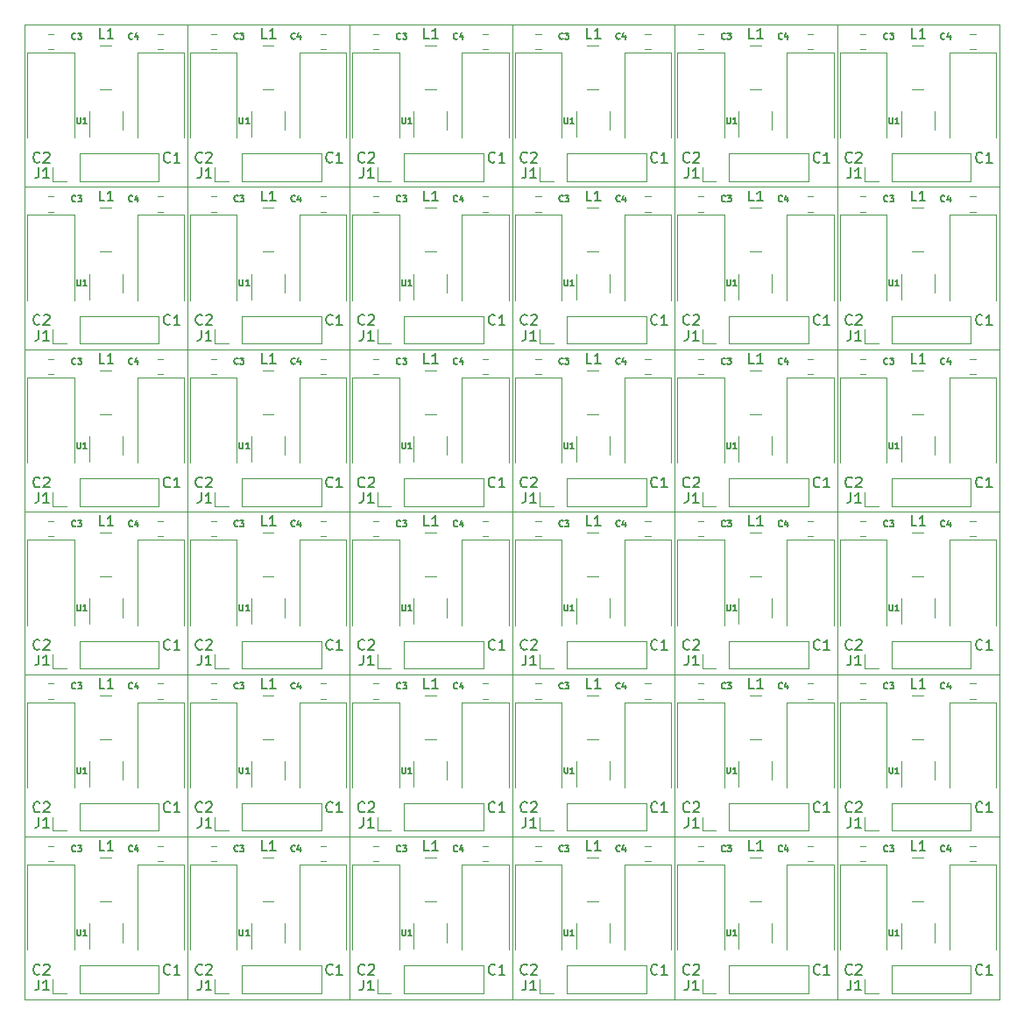
<source format=gbr>
%TF.GenerationSoftware,KiCad,Pcbnew,6.0.11-2627ca5db0~126~ubuntu20.04.1*%
%TF.CreationDate,2023-04-18T12:28:58-05:00*%
%TF.ProjectId,,58585858-5858-4585-9858-585858585858,rev?*%
%TF.SameCoordinates,Original*%
%TF.FileFunction,Legend,Top*%
%TF.FilePolarity,Positive*%
%FSLAX46Y46*%
G04 Gerber Fmt 4.6, Leading zero omitted, Abs format (unit mm)*
G04 Created by KiCad (PCBNEW 6.0.11-2627ca5db0~126~ubuntu20.04.1) date 2023-04-18 12:28:58*
%MOMM*%
%LPD*%
G01*
G04 APERTURE LIST*
%TA.AperFunction,Profile*%
%ADD10C,0.100000*%
%TD*%
%ADD11C,0.150000*%
%ADD12C,0.120000*%
G04 APERTURE END LIST*
D10*
X178020000Y-126760000D02*
X178020000Y-142460000D01*
X162320000Y-126760000D02*
X162320000Y-142460000D01*
X162320000Y-142460000D02*
X178020000Y-142460000D01*
X162320000Y-126760000D02*
X178020000Y-126760000D01*
X162320000Y-126760000D02*
X162320000Y-142460000D01*
X146620000Y-126760000D02*
X146620000Y-142460000D01*
X146620000Y-142460000D02*
X162320000Y-142460000D01*
X146620000Y-126760000D02*
X162320000Y-126760000D01*
X146620000Y-126760000D02*
X146620000Y-142460000D01*
X130920000Y-126760000D02*
X130920000Y-142460000D01*
X130920000Y-142460000D02*
X146620000Y-142460000D01*
X130920000Y-126760000D02*
X146620000Y-126760000D01*
X130920000Y-126760000D02*
X130920000Y-142460000D01*
X115220000Y-126760000D02*
X115220000Y-142460000D01*
X115220000Y-142460000D02*
X130920000Y-142460000D01*
X115220000Y-126760000D02*
X130920000Y-126760000D01*
X115220000Y-126760000D02*
X115220000Y-142460000D01*
X99520000Y-126760000D02*
X99520000Y-142460000D01*
X99520000Y-142460000D02*
X115220000Y-142460000D01*
X99520000Y-126760000D02*
X115220000Y-126760000D01*
X99520000Y-126760000D02*
X99520000Y-142460000D01*
X83820000Y-126760000D02*
X83820000Y-142460000D01*
X83820000Y-142460000D02*
X99520000Y-142460000D01*
X83820000Y-126760000D02*
X99520000Y-126760000D01*
X178020000Y-111060000D02*
X178020000Y-126760000D01*
X162320000Y-111060000D02*
X162320000Y-126760000D01*
X162320000Y-126760000D02*
X178020000Y-126760000D01*
X162320000Y-111060000D02*
X178020000Y-111060000D01*
X162320000Y-111060000D02*
X162320000Y-126760000D01*
X146620000Y-111060000D02*
X146620000Y-126760000D01*
X146620000Y-126760000D02*
X162320000Y-126760000D01*
X146620000Y-111060000D02*
X162320000Y-111060000D01*
X146620000Y-111060000D02*
X146620000Y-126760000D01*
X130920000Y-111060000D02*
X130920000Y-126760000D01*
X130920000Y-126760000D02*
X146620000Y-126760000D01*
X130920000Y-111060000D02*
X146620000Y-111060000D01*
X130920000Y-111060000D02*
X130920000Y-126760000D01*
X115220000Y-111060000D02*
X115220000Y-126760000D01*
X115220000Y-126760000D02*
X130920000Y-126760000D01*
X115220000Y-111060000D02*
X130920000Y-111060000D01*
X115220000Y-111060000D02*
X115220000Y-126760000D01*
X99520000Y-111060000D02*
X99520000Y-126760000D01*
X99520000Y-126760000D02*
X115220000Y-126760000D01*
X99520000Y-111060000D02*
X115220000Y-111060000D01*
X99520000Y-111060000D02*
X99520000Y-126760000D01*
X83820000Y-111060000D02*
X83820000Y-126760000D01*
X83820000Y-126760000D02*
X99520000Y-126760000D01*
X83820000Y-111060000D02*
X99520000Y-111060000D01*
X178020000Y-95360000D02*
X178020000Y-111060000D01*
X162320000Y-95360000D02*
X162320000Y-111060000D01*
X162320000Y-111060000D02*
X178020000Y-111060000D01*
X162320000Y-95360000D02*
X178020000Y-95360000D01*
X162320000Y-95360000D02*
X162320000Y-111060000D01*
X146620000Y-95360000D02*
X146620000Y-111060000D01*
X146620000Y-111060000D02*
X162320000Y-111060000D01*
X146620000Y-95360000D02*
X162320000Y-95360000D01*
X146620000Y-95360000D02*
X146620000Y-111060000D01*
X130920000Y-95360000D02*
X130920000Y-111060000D01*
X130920000Y-111060000D02*
X146620000Y-111060000D01*
X130920000Y-95360000D02*
X146620000Y-95360000D01*
X130920000Y-95360000D02*
X130920000Y-111060000D01*
X115220000Y-95360000D02*
X115220000Y-111060000D01*
X115220000Y-111060000D02*
X130920000Y-111060000D01*
X115220000Y-95360000D02*
X130920000Y-95360000D01*
X115220000Y-95360000D02*
X115220000Y-111060000D01*
X99520000Y-95360000D02*
X99520000Y-111060000D01*
X99520000Y-111060000D02*
X115220000Y-111060000D01*
X99520000Y-95360000D02*
X115220000Y-95360000D01*
X99520000Y-95360000D02*
X99520000Y-111060000D01*
X83820000Y-95360000D02*
X83820000Y-111060000D01*
X83820000Y-111060000D02*
X99520000Y-111060000D01*
X83820000Y-95360000D02*
X99520000Y-95360000D01*
X178020000Y-79660000D02*
X178020000Y-95360000D01*
X162320000Y-79660000D02*
X162320000Y-95360000D01*
X162320000Y-95360000D02*
X178020000Y-95360000D01*
X162320000Y-79660000D02*
X178020000Y-79660000D01*
X162320000Y-79660000D02*
X162320000Y-95360000D01*
X146620000Y-79660000D02*
X146620000Y-95360000D01*
X146620000Y-95360000D02*
X162320000Y-95360000D01*
X146620000Y-79660000D02*
X162320000Y-79660000D01*
X146620000Y-79660000D02*
X146620000Y-95360000D01*
X130920000Y-79660000D02*
X130920000Y-95360000D01*
X130920000Y-95360000D02*
X146620000Y-95360000D01*
X130920000Y-79660000D02*
X146620000Y-79660000D01*
X130920000Y-79660000D02*
X130920000Y-95360000D01*
X115220000Y-79660000D02*
X115220000Y-95360000D01*
X115220000Y-95360000D02*
X130920000Y-95360000D01*
X115220000Y-79660000D02*
X130920000Y-79660000D01*
X115220000Y-79660000D02*
X115220000Y-95360000D01*
X99520000Y-79660000D02*
X99520000Y-95360000D01*
X99520000Y-95360000D02*
X115220000Y-95360000D01*
X99520000Y-79660000D02*
X115220000Y-79660000D01*
X99520000Y-79660000D02*
X99520000Y-95360000D01*
X83820000Y-79660000D02*
X83820000Y-95360000D01*
X83820000Y-95360000D02*
X99520000Y-95360000D01*
X83820000Y-79660000D02*
X99520000Y-79660000D01*
X178020000Y-63960000D02*
X178020000Y-79660000D01*
X162320000Y-63960000D02*
X162320000Y-79660000D01*
X162320000Y-79660000D02*
X178020000Y-79660000D01*
X162320000Y-63960000D02*
X178020000Y-63960000D01*
X162320000Y-63960000D02*
X162320000Y-79660000D01*
X146620000Y-63960000D02*
X146620000Y-79660000D01*
X146620000Y-79660000D02*
X162320000Y-79660000D01*
X146620000Y-63960000D02*
X162320000Y-63960000D01*
X146620000Y-63960000D02*
X146620000Y-79660000D01*
X130920000Y-63960000D02*
X130920000Y-79660000D01*
X130920000Y-79660000D02*
X146620000Y-79660000D01*
X130920000Y-63960000D02*
X146620000Y-63960000D01*
X130920000Y-63960000D02*
X130920000Y-79660000D01*
X115220000Y-63960000D02*
X115220000Y-79660000D01*
X115220000Y-79660000D02*
X130920000Y-79660000D01*
X115220000Y-63960000D02*
X130920000Y-63960000D01*
X115220000Y-63960000D02*
X115220000Y-79660000D01*
X99520000Y-63960000D02*
X99520000Y-79660000D01*
X99520000Y-79660000D02*
X115220000Y-79660000D01*
X99520000Y-63960000D02*
X115220000Y-63960000D01*
X99520000Y-63960000D02*
X99520000Y-79660000D01*
X83820000Y-63960000D02*
X83820000Y-79660000D01*
X83820000Y-79660000D02*
X99520000Y-79660000D01*
X83820000Y-63960000D02*
X99520000Y-63960000D01*
X178020000Y-48260000D02*
X178020000Y-63960000D01*
X162320000Y-48260000D02*
X162320000Y-63960000D01*
X162320000Y-63960000D02*
X178020000Y-63960000D01*
X162320000Y-48260000D02*
X178020000Y-48260000D01*
X162320000Y-48260000D02*
X162320000Y-63960000D01*
X146620000Y-48260000D02*
X146620000Y-63960000D01*
X146620000Y-63960000D02*
X162320000Y-63960000D01*
X146620000Y-48260000D02*
X162320000Y-48260000D01*
X146620000Y-48260000D02*
X146620000Y-63960000D01*
X130920000Y-48260000D02*
X130920000Y-63960000D01*
X130920000Y-63960000D02*
X146620000Y-63960000D01*
X130920000Y-48260000D02*
X146620000Y-48260000D01*
X130920000Y-48260000D02*
X130920000Y-63960000D01*
X115220000Y-48260000D02*
X115220000Y-63960000D01*
X115220000Y-63960000D02*
X130920000Y-63960000D01*
X115220000Y-48260000D02*
X130920000Y-48260000D01*
X115220000Y-48260000D02*
X115220000Y-63960000D01*
X99520000Y-48260000D02*
X99520000Y-63960000D01*
X99520000Y-63960000D02*
X115220000Y-63960000D01*
X99520000Y-48260000D02*
X115220000Y-48260000D01*
X99520000Y-48260000D02*
X99520000Y-63960000D01*
X83820000Y-48260000D02*
X83820000Y-63960000D01*
X83820000Y-48260000D02*
X99520000Y-48260000D01*
X83820000Y-63960000D02*
X99520000Y-63960000D01*
D11*
%TO.C,C3*%
X167220000Y-128124285D02*
X167191428Y-128152857D01*
X167105714Y-128181428D01*
X167048571Y-128181428D01*
X166962857Y-128152857D01*
X166905714Y-128095714D01*
X166877142Y-128038571D01*
X166848571Y-127924285D01*
X166848571Y-127838571D01*
X166877142Y-127724285D01*
X166905714Y-127667142D01*
X166962857Y-127610000D01*
X167048571Y-127581428D01*
X167105714Y-127581428D01*
X167191428Y-127610000D01*
X167220000Y-127638571D01*
X167420000Y-127581428D02*
X167791428Y-127581428D01*
X167591428Y-127810000D01*
X167677142Y-127810000D01*
X167734285Y-127838571D01*
X167762857Y-127867142D01*
X167791428Y-127924285D01*
X167791428Y-128067142D01*
X167762857Y-128124285D01*
X167734285Y-128152857D01*
X167677142Y-128181428D01*
X167505714Y-128181428D01*
X167448571Y-128152857D01*
X167420000Y-128124285D01*
%TO.C,C2*%
X163753333Y-140005142D02*
X163705714Y-140052761D01*
X163562857Y-140100380D01*
X163467619Y-140100380D01*
X163324761Y-140052761D01*
X163229523Y-139957523D01*
X163181904Y-139862285D01*
X163134285Y-139671809D01*
X163134285Y-139528952D01*
X163181904Y-139338476D01*
X163229523Y-139243238D01*
X163324761Y-139148000D01*
X163467619Y-139100380D01*
X163562857Y-139100380D01*
X163705714Y-139148000D01*
X163753333Y-139195619D01*
X164134285Y-139195619D02*
X164181904Y-139148000D01*
X164277142Y-139100380D01*
X164515238Y-139100380D01*
X164610476Y-139148000D01*
X164658095Y-139195619D01*
X164705714Y-139290857D01*
X164705714Y-139386095D01*
X164658095Y-139528952D01*
X164086666Y-140100380D01*
X164705714Y-140100380D01*
%TO.C,L1*%
X170003333Y-128112380D02*
X169527142Y-128112380D01*
X169527142Y-127112380D01*
X170860476Y-128112380D02*
X170289047Y-128112380D01*
X170574761Y-128112380D02*
X170574761Y-127112380D01*
X170479523Y-127255238D01*
X170384285Y-127350476D01*
X170289047Y-127398095D01*
%TO.C,U1*%
X167362857Y-135731428D02*
X167362857Y-136217142D01*
X167391428Y-136274285D01*
X167420000Y-136302857D01*
X167477142Y-136331428D01*
X167591428Y-136331428D01*
X167648571Y-136302857D01*
X167677142Y-136274285D01*
X167705714Y-136217142D01*
X167705714Y-135731428D01*
X168305714Y-136331428D02*
X167962857Y-136331428D01*
X168134285Y-136331428D02*
X168134285Y-135731428D01*
X168077142Y-135817142D01*
X168020000Y-135874285D01*
X167962857Y-135902857D01*
%TO.C,C1*%
X176353333Y-140005142D02*
X176305714Y-140052761D01*
X176162857Y-140100380D01*
X176067619Y-140100380D01*
X175924761Y-140052761D01*
X175829523Y-139957523D01*
X175781904Y-139862285D01*
X175734285Y-139671809D01*
X175734285Y-139528952D01*
X175781904Y-139338476D01*
X175829523Y-139243238D01*
X175924761Y-139148000D01*
X176067619Y-139100380D01*
X176162857Y-139100380D01*
X176305714Y-139148000D01*
X176353333Y-139195619D01*
X177305714Y-140100380D02*
X176734285Y-140100380D01*
X177020000Y-140100380D02*
X177020000Y-139100380D01*
X176924761Y-139243238D01*
X176829523Y-139338476D01*
X176734285Y-139386095D01*
%TO.C,C4*%
X172720000Y-128124285D02*
X172691428Y-128152857D01*
X172605714Y-128181428D01*
X172548571Y-128181428D01*
X172462857Y-128152857D01*
X172405714Y-128095714D01*
X172377142Y-128038571D01*
X172348571Y-127924285D01*
X172348571Y-127838571D01*
X172377142Y-127724285D01*
X172405714Y-127667142D01*
X172462857Y-127610000D01*
X172548571Y-127581428D01*
X172605714Y-127581428D01*
X172691428Y-127610000D01*
X172720000Y-127638571D01*
X173234285Y-127781428D02*
X173234285Y-128181428D01*
X173091428Y-127552857D02*
X172948571Y-127981428D01*
X173320000Y-127981428D01*
%TO.C,J1*%
X163643666Y-140596380D02*
X163643666Y-141310666D01*
X163596047Y-141453523D01*
X163500809Y-141548761D01*
X163357952Y-141596380D01*
X163262714Y-141596380D01*
X164643666Y-141596380D02*
X164072238Y-141596380D01*
X164357952Y-141596380D02*
X164357952Y-140596380D01*
X164262714Y-140739238D01*
X164167476Y-140834476D01*
X164072238Y-140882095D01*
%TO.C,C3*%
X151520000Y-128124285D02*
X151491428Y-128152857D01*
X151405714Y-128181428D01*
X151348571Y-128181428D01*
X151262857Y-128152857D01*
X151205714Y-128095714D01*
X151177142Y-128038571D01*
X151148571Y-127924285D01*
X151148571Y-127838571D01*
X151177142Y-127724285D01*
X151205714Y-127667142D01*
X151262857Y-127610000D01*
X151348571Y-127581428D01*
X151405714Y-127581428D01*
X151491428Y-127610000D01*
X151520000Y-127638571D01*
X151720000Y-127581428D02*
X152091428Y-127581428D01*
X151891428Y-127810000D01*
X151977142Y-127810000D01*
X152034285Y-127838571D01*
X152062857Y-127867142D01*
X152091428Y-127924285D01*
X152091428Y-128067142D01*
X152062857Y-128124285D01*
X152034285Y-128152857D01*
X151977142Y-128181428D01*
X151805714Y-128181428D01*
X151748571Y-128152857D01*
X151720000Y-128124285D01*
%TO.C,C2*%
X148053333Y-140005142D02*
X148005714Y-140052761D01*
X147862857Y-140100380D01*
X147767619Y-140100380D01*
X147624761Y-140052761D01*
X147529523Y-139957523D01*
X147481904Y-139862285D01*
X147434285Y-139671809D01*
X147434285Y-139528952D01*
X147481904Y-139338476D01*
X147529523Y-139243238D01*
X147624761Y-139148000D01*
X147767619Y-139100380D01*
X147862857Y-139100380D01*
X148005714Y-139148000D01*
X148053333Y-139195619D01*
X148434285Y-139195619D02*
X148481904Y-139148000D01*
X148577142Y-139100380D01*
X148815238Y-139100380D01*
X148910476Y-139148000D01*
X148958095Y-139195619D01*
X149005714Y-139290857D01*
X149005714Y-139386095D01*
X148958095Y-139528952D01*
X148386666Y-140100380D01*
X149005714Y-140100380D01*
%TO.C,L1*%
X154303333Y-128112380D02*
X153827142Y-128112380D01*
X153827142Y-127112380D01*
X155160476Y-128112380D02*
X154589047Y-128112380D01*
X154874761Y-128112380D02*
X154874761Y-127112380D01*
X154779523Y-127255238D01*
X154684285Y-127350476D01*
X154589047Y-127398095D01*
%TO.C,U1*%
X151662857Y-135731428D02*
X151662857Y-136217142D01*
X151691428Y-136274285D01*
X151720000Y-136302857D01*
X151777142Y-136331428D01*
X151891428Y-136331428D01*
X151948571Y-136302857D01*
X151977142Y-136274285D01*
X152005714Y-136217142D01*
X152005714Y-135731428D01*
X152605714Y-136331428D02*
X152262857Y-136331428D01*
X152434285Y-136331428D02*
X152434285Y-135731428D01*
X152377142Y-135817142D01*
X152320000Y-135874285D01*
X152262857Y-135902857D01*
%TO.C,C1*%
X160653333Y-140005142D02*
X160605714Y-140052761D01*
X160462857Y-140100380D01*
X160367619Y-140100380D01*
X160224761Y-140052761D01*
X160129523Y-139957523D01*
X160081904Y-139862285D01*
X160034285Y-139671809D01*
X160034285Y-139528952D01*
X160081904Y-139338476D01*
X160129523Y-139243238D01*
X160224761Y-139148000D01*
X160367619Y-139100380D01*
X160462857Y-139100380D01*
X160605714Y-139148000D01*
X160653333Y-139195619D01*
X161605714Y-140100380D02*
X161034285Y-140100380D01*
X161320000Y-140100380D02*
X161320000Y-139100380D01*
X161224761Y-139243238D01*
X161129523Y-139338476D01*
X161034285Y-139386095D01*
%TO.C,C4*%
X157020000Y-128124285D02*
X156991428Y-128152857D01*
X156905714Y-128181428D01*
X156848571Y-128181428D01*
X156762857Y-128152857D01*
X156705714Y-128095714D01*
X156677142Y-128038571D01*
X156648571Y-127924285D01*
X156648571Y-127838571D01*
X156677142Y-127724285D01*
X156705714Y-127667142D01*
X156762857Y-127610000D01*
X156848571Y-127581428D01*
X156905714Y-127581428D01*
X156991428Y-127610000D01*
X157020000Y-127638571D01*
X157534285Y-127781428D02*
X157534285Y-128181428D01*
X157391428Y-127552857D02*
X157248571Y-127981428D01*
X157620000Y-127981428D01*
%TO.C,J1*%
X147943666Y-140596380D02*
X147943666Y-141310666D01*
X147896047Y-141453523D01*
X147800809Y-141548761D01*
X147657952Y-141596380D01*
X147562714Y-141596380D01*
X148943666Y-141596380D02*
X148372238Y-141596380D01*
X148657952Y-141596380D02*
X148657952Y-140596380D01*
X148562714Y-140739238D01*
X148467476Y-140834476D01*
X148372238Y-140882095D01*
%TO.C,C3*%
X135820000Y-128124285D02*
X135791428Y-128152857D01*
X135705714Y-128181428D01*
X135648571Y-128181428D01*
X135562857Y-128152857D01*
X135505714Y-128095714D01*
X135477142Y-128038571D01*
X135448571Y-127924285D01*
X135448571Y-127838571D01*
X135477142Y-127724285D01*
X135505714Y-127667142D01*
X135562857Y-127610000D01*
X135648571Y-127581428D01*
X135705714Y-127581428D01*
X135791428Y-127610000D01*
X135820000Y-127638571D01*
X136020000Y-127581428D02*
X136391428Y-127581428D01*
X136191428Y-127810000D01*
X136277142Y-127810000D01*
X136334285Y-127838571D01*
X136362857Y-127867142D01*
X136391428Y-127924285D01*
X136391428Y-128067142D01*
X136362857Y-128124285D01*
X136334285Y-128152857D01*
X136277142Y-128181428D01*
X136105714Y-128181428D01*
X136048571Y-128152857D01*
X136020000Y-128124285D01*
%TO.C,C2*%
X132353333Y-140005142D02*
X132305714Y-140052761D01*
X132162857Y-140100380D01*
X132067619Y-140100380D01*
X131924761Y-140052761D01*
X131829523Y-139957523D01*
X131781904Y-139862285D01*
X131734285Y-139671809D01*
X131734285Y-139528952D01*
X131781904Y-139338476D01*
X131829523Y-139243238D01*
X131924761Y-139148000D01*
X132067619Y-139100380D01*
X132162857Y-139100380D01*
X132305714Y-139148000D01*
X132353333Y-139195619D01*
X132734285Y-139195619D02*
X132781904Y-139148000D01*
X132877142Y-139100380D01*
X133115238Y-139100380D01*
X133210476Y-139148000D01*
X133258095Y-139195619D01*
X133305714Y-139290857D01*
X133305714Y-139386095D01*
X133258095Y-139528952D01*
X132686666Y-140100380D01*
X133305714Y-140100380D01*
%TO.C,L1*%
X138603333Y-128112380D02*
X138127142Y-128112380D01*
X138127142Y-127112380D01*
X139460476Y-128112380D02*
X138889047Y-128112380D01*
X139174761Y-128112380D02*
X139174761Y-127112380D01*
X139079523Y-127255238D01*
X138984285Y-127350476D01*
X138889047Y-127398095D01*
%TO.C,U1*%
X135962857Y-135731428D02*
X135962857Y-136217142D01*
X135991428Y-136274285D01*
X136020000Y-136302857D01*
X136077142Y-136331428D01*
X136191428Y-136331428D01*
X136248571Y-136302857D01*
X136277142Y-136274285D01*
X136305714Y-136217142D01*
X136305714Y-135731428D01*
X136905714Y-136331428D02*
X136562857Y-136331428D01*
X136734285Y-136331428D02*
X136734285Y-135731428D01*
X136677142Y-135817142D01*
X136620000Y-135874285D01*
X136562857Y-135902857D01*
%TO.C,C1*%
X144953333Y-140005142D02*
X144905714Y-140052761D01*
X144762857Y-140100380D01*
X144667619Y-140100380D01*
X144524761Y-140052761D01*
X144429523Y-139957523D01*
X144381904Y-139862285D01*
X144334285Y-139671809D01*
X144334285Y-139528952D01*
X144381904Y-139338476D01*
X144429523Y-139243238D01*
X144524761Y-139148000D01*
X144667619Y-139100380D01*
X144762857Y-139100380D01*
X144905714Y-139148000D01*
X144953333Y-139195619D01*
X145905714Y-140100380D02*
X145334285Y-140100380D01*
X145620000Y-140100380D02*
X145620000Y-139100380D01*
X145524761Y-139243238D01*
X145429523Y-139338476D01*
X145334285Y-139386095D01*
%TO.C,C4*%
X141320000Y-128124285D02*
X141291428Y-128152857D01*
X141205714Y-128181428D01*
X141148571Y-128181428D01*
X141062857Y-128152857D01*
X141005714Y-128095714D01*
X140977142Y-128038571D01*
X140948571Y-127924285D01*
X140948571Y-127838571D01*
X140977142Y-127724285D01*
X141005714Y-127667142D01*
X141062857Y-127610000D01*
X141148571Y-127581428D01*
X141205714Y-127581428D01*
X141291428Y-127610000D01*
X141320000Y-127638571D01*
X141834285Y-127781428D02*
X141834285Y-128181428D01*
X141691428Y-127552857D02*
X141548571Y-127981428D01*
X141920000Y-127981428D01*
%TO.C,J1*%
X132243666Y-140596380D02*
X132243666Y-141310666D01*
X132196047Y-141453523D01*
X132100809Y-141548761D01*
X131957952Y-141596380D01*
X131862714Y-141596380D01*
X133243666Y-141596380D02*
X132672238Y-141596380D01*
X132957952Y-141596380D02*
X132957952Y-140596380D01*
X132862714Y-140739238D01*
X132767476Y-140834476D01*
X132672238Y-140882095D01*
%TO.C,C3*%
X120120000Y-128124285D02*
X120091428Y-128152857D01*
X120005714Y-128181428D01*
X119948571Y-128181428D01*
X119862857Y-128152857D01*
X119805714Y-128095714D01*
X119777142Y-128038571D01*
X119748571Y-127924285D01*
X119748571Y-127838571D01*
X119777142Y-127724285D01*
X119805714Y-127667142D01*
X119862857Y-127610000D01*
X119948571Y-127581428D01*
X120005714Y-127581428D01*
X120091428Y-127610000D01*
X120120000Y-127638571D01*
X120320000Y-127581428D02*
X120691428Y-127581428D01*
X120491428Y-127810000D01*
X120577142Y-127810000D01*
X120634285Y-127838571D01*
X120662857Y-127867142D01*
X120691428Y-127924285D01*
X120691428Y-128067142D01*
X120662857Y-128124285D01*
X120634285Y-128152857D01*
X120577142Y-128181428D01*
X120405714Y-128181428D01*
X120348571Y-128152857D01*
X120320000Y-128124285D01*
%TO.C,C2*%
X116653333Y-140005142D02*
X116605714Y-140052761D01*
X116462857Y-140100380D01*
X116367619Y-140100380D01*
X116224761Y-140052761D01*
X116129523Y-139957523D01*
X116081904Y-139862285D01*
X116034285Y-139671809D01*
X116034285Y-139528952D01*
X116081904Y-139338476D01*
X116129523Y-139243238D01*
X116224761Y-139148000D01*
X116367619Y-139100380D01*
X116462857Y-139100380D01*
X116605714Y-139148000D01*
X116653333Y-139195619D01*
X117034285Y-139195619D02*
X117081904Y-139148000D01*
X117177142Y-139100380D01*
X117415238Y-139100380D01*
X117510476Y-139148000D01*
X117558095Y-139195619D01*
X117605714Y-139290857D01*
X117605714Y-139386095D01*
X117558095Y-139528952D01*
X116986666Y-140100380D01*
X117605714Y-140100380D01*
%TO.C,L1*%
X122903333Y-128112380D02*
X122427142Y-128112380D01*
X122427142Y-127112380D01*
X123760476Y-128112380D02*
X123189047Y-128112380D01*
X123474761Y-128112380D02*
X123474761Y-127112380D01*
X123379523Y-127255238D01*
X123284285Y-127350476D01*
X123189047Y-127398095D01*
%TO.C,U1*%
X120262857Y-135731428D02*
X120262857Y-136217142D01*
X120291428Y-136274285D01*
X120320000Y-136302857D01*
X120377142Y-136331428D01*
X120491428Y-136331428D01*
X120548571Y-136302857D01*
X120577142Y-136274285D01*
X120605714Y-136217142D01*
X120605714Y-135731428D01*
X121205714Y-136331428D02*
X120862857Y-136331428D01*
X121034285Y-136331428D02*
X121034285Y-135731428D01*
X120977142Y-135817142D01*
X120920000Y-135874285D01*
X120862857Y-135902857D01*
%TO.C,C1*%
X129253333Y-140005142D02*
X129205714Y-140052761D01*
X129062857Y-140100380D01*
X128967619Y-140100380D01*
X128824761Y-140052761D01*
X128729523Y-139957523D01*
X128681904Y-139862285D01*
X128634285Y-139671809D01*
X128634285Y-139528952D01*
X128681904Y-139338476D01*
X128729523Y-139243238D01*
X128824761Y-139148000D01*
X128967619Y-139100380D01*
X129062857Y-139100380D01*
X129205714Y-139148000D01*
X129253333Y-139195619D01*
X130205714Y-140100380D02*
X129634285Y-140100380D01*
X129920000Y-140100380D02*
X129920000Y-139100380D01*
X129824761Y-139243238D01*
X129729523Y-139338476D01*
X129634285Y-139386095D01*
%TO.C,C4*%
X125620000Y-128124285D02*
X125591428Y-128152857D01*
X125505714Y-128181428D01*
X125448571Y-128181428D01*
X125362857Y-128152857D01*
X125305714Y-128095714D01*
X125277142Y-128038571D01*
X125248571Y-127924285D01*
X125248571Y-127838571D01*
X125277142Y-127724285D01*
X125305714Y-127667142D01*
X125362857Y-127610000D01*
X125448571Y-127581428D01*
X125505714Y-127581428D01*
X125591428Y-127610000D01*
X125620000Y-127638571D01*
X126134285Y-127781428D02*
X126134285Y-128181428D01*
X125991428Y-127552857D02*
X125848571Y-127981428D01*
X126220000Y-127981428D01*
%TO.C,J1*%
X116543666Y-140596380D02*
X116543666Y-141310666D01*
X116496047Y-141453523D01*
X116400809Y-141548761D01*
X116257952Y-141596380D01*
X116162714Y-141596380D01*
X117543666Y-141596380D02*
X116972238Y-141596380D01*
X117257952Y-141596380D02*
X117257952Y-140596380D01*
X117162714Y-140739238D01*
X117067476Y-140834476D01*
X116972238Y-140882095D01*
%TO.C,C3*%
X104420000Y-128124285D02*
X104391428Y-128152857D01*
X104305714Y-128181428D01*
X104248571Y-128181428D01*
X104162857Y-128152857D01*
X104105714Y-128095714D01*
X104077142Y-128038571D01*
X104048571Y-127924285D01*
X104048571Y-127838571D01*
X104077142Y-127724285D01*
X104105714Y-127667142D01*
X104162857Y-127610000D01*
X104248571Y-127581428D01*
X104305714Y-127581428D01*
X104391428Y-127610000D01*
X104420000Y-127638571D01*
X104620000Y-127581428D02*
X104991428Y-127581428D01*
X104791428Y-127810000D01*
X104877142Y-127810000D01*
X104934285Y-127838571D01*
X104962857Y-127867142D01*
X104991428Y-127924285D01*
X104991428Y-128067142D01*
X104962857Y-128124285D01*
X104934285Y-128152857D01*
X104877142Y-128181428D01*
X104705714Y-128181428D01*
X104648571Y-128152857D01*
X104620000Y-128124285D01*
%TO.C,C2*%
X100953333Y-140005142D02*
X100905714Y-140052761D01*
X100762857Y-140100380D01*
X100667619Y-140100380D01*
X100524761Y-140052761D01*
X100429523Y-139957523D01*
X100381904Y-139862285D01*
X100334285Y-139671809D01*
X100334285Y-139528952D01*
X100381904Y-139338476D01*
X100429523Y-139243238D01*
X100524761Y-139148000D01*
X100667619Y-139100380D01*
X100762857Y-139100380D01*
X100905714Y-139148000D01*
X100953333Y-139195619D01*
X101334285Y-139195619D02*
X101381904Y-139148000D01*
X101477142Y-139100380D01*
X101715238Y-139100380D01*
X101810476Y-139148000D01*
X101858095Y-139195619D01*
X101905714Y-139290857D01*
X101905714Y-139386095D01*
X101858095Y-139528952D01*
X101286666Y-140100380D01*
X101905714Y-140100380D01*
%TO.C,L1*%
X107203333Y-128112380D02*
X106727142Y-128112380D01*
X106727142Y-127112380D01*
X108060476Y-128112380D02*
X107489047Y-128112380D01*
X107774761Y-128112380D02*
X107774761Y-127112380D01*
X107679523Y-127255238D01*
X107584285Y-127350476D01*
X107489047Y-127398095D01*
%TO.C,U1*%
X104562857Y-135731428D02*
X104562857Y-136217142D01*
X104591428Y-136274285D01*
X104620000Y-136302857D01*
X104677142Y-136331428D01*
X104791428Y-136331428D01*
X104848571Y-136302857D01*
X104877142Y-136274285D01*
X104905714Y-136217142D01*
X104905714Y-135731428D01*
X105505714Y-136331428D02*
X105162857Y-136331428D01*
X105334285Y-136331428D02*
X105334285Y-135731428D01*
X105277142Y-135817142D01*
X105220000Y-135874285D01*
X105162857Y-135902857D01*
%TO.C,C1*%
X113553333Y-140005142D02*
X113505714Y-140052761D01*
X113362857Y-140100380D01*
X113267619Y-140100380D01*
X113124761Y-140052761D01*
X113029523Y-139957523D01*
X112981904Y-139862285D01*
X112934285Y-139671809D01*
X112934285Y-139528952D01*
X112981904Y-139338476D01*
X113029523Y-139243238D01*
X113124761Y-139148000D01*
X113267619Y-139100380D01*
X113362857Y-139100380D01*
X113505714Y-139148000D01*
X113553333Y-139195619D01*
X114505714Y-140100380D02*
X113934285Y-140100380D01*
X114220000Y-140100380D02*
X114220000Y-139100380D01*
X114124761Y-139243238D01*
X114029523Y-139338476D01*
X113934285Y-139386095D01*
%TO.C,C4*%
X109920000Y-128124285D02*
X109891428Y-128152857D01*
X109805714Y-128181428D01*
X109748571Y-128181428D01*
X109662857Y-128152857D01*
X109605714Y-128095714D01*
X109577142Y-128038571D01*
X109548571Y-127924285D01*
X109548571Y-127838571D01*
X109577142Y-127724285D01*
X109605714Y-127667142D01*
X109662857Y-127610000D01*
X109748571Y-127581428D01*
X109805714Y-127581428D01*
X109891428Y-127610000D01*
X109920000Y-127638571D01*
X110434285Y-127781428D02*
X110434285Y-128181428D01*
X110291428Y-127552857D02*
X110148571Y-127981428D01*
X110520000Y-127981428D01*
%TO.C,J1*%
X100843666Y-140596380D02*
X100843666Y-141310666D01*
X100796047Y-141453523D01*
X100700809Y-141548761D01*
X100557952Y-141596380D01*
X100462714Y-141596380D01*
X101843666Y-141596380D02*
X101272238Y-141596380D01*
X101557952Y-141596380D02*
X101557952Y-140596380D01*
X101462714Y-140739238D01*
X101367476Y-140834476D01*
X101272238Y-140882095D01*
%TO.C,C3*%
X88720000Y-128124285D02*
X88691428Y-128152857D01*
X88605714Y-128181428D01*
X88548571Y-128181428D01*
X88462857Y-128152857D01*
X88405714Y-128095714D01*
X88377142Y-128038571D01*
X88348571Y-127924285D01*
X88348571Y-127838571D01*
X88377142Y-127724285D01*
X88405714Y-127667142D01*
X88462857Y-127610000D01*
X88548571Y-127581428D01*
X88605714Y-127581428D01*
X88691428Y-127610000D01*
X88720000Y-127638571D01*
X88920000Y-127581428D02*
X89291428Y-127581428D01*
X89091428Y-127810000D01*
X89177142Y-127810000D01*
X89234285Y-127838571D01*
X89262857Y-127867142D01*
X89291428Y-127924285D01*
X89291428Y-128067142D01*
X89262857Y-128124285D01*
X89234285Y-128152857D01*
X89177142Y-128181428D01*
X89005714Y-128181428D01*
X88948571Y-128152857D01*
X88920000Y-128124285D01*
%TO.C,C2*%
X85253333Y-140005142D02*
X85205714Y-140052761D01*
X85062857Y-140100380D01*
X84967619Y-140100380D01*
X84824761Y-140052761D01*
X84729523Y-139957523D01*
X84681904Y-139862285D01*
X84634285Y-139671809D01*
X84634285Y-139528952D01*
X84681904Y-139338476D01*
X84729523Y-139243238D01*
X84824761Y-139148000D01*
X84967619Y-139100380D01*
X85062857Y-139100380D01*
X85205714Y-139148000D01*
X85253333Y-139195619D01*
X85634285Y-139195619D02*
X85681904Y-139148000D01*
X85777142Y-139100380D01*
X86015238Y-139100380D01*
X86110476Y-139148000D01*
X86158095Y-139195619D01*
X86205714Y-139290857D01*
X86205714Y-139386095D01*
X86158095Y-139528952D01*
X85586666Y-140100380D01*
X86205714Y-140100380D01*
%TO.C,L1*%
X91503333Y-128112380D02*
X91027142Y-128112380D01*
X91027142Y-127112380D01*
X92360476Y-128112380D02*
X91789047Y-128112380D01*
X92074761Y-128112380D02*
X92074761Y-127112380D01*
X91979523Y-127255238D01*
X91884285Y-127350476D01*
X91789047Y-127398095D01*
%TO.C,U1*%
X88862857Y-135731428D02*
X88862857Y-136217142D01*
X88891428Y-136274285D01*
X88920000Y-136302857D01*
X88977142Y-136331428D01*
X89091428Y-136331428D01*
X89148571Y-136302857D01*
X89177142Y-136274285D01*
X89205714Y-136217142D01*
X89205714Y-135731428D01*
X89805714Y-136331428D02*
X89462857Y-136331428D01*
X89634285Y-136331428D02*
X89634285Y-135731428D01*
X89577142Y-135817142D01*
X89520000Y-135874285D01*
X89462857Y-135902857D01*
%TO.C,C1*%
X97853333Y-140005142D02*
X97805714Y-140052761D01*
X97662857Y-140100380D01*
X97567619Y-140100380D01*
X97424761Y-140052761D01*
X97329523Y-139957523D01*
X97281904Y-139862285D01*
X97234285Y-139671809D01*
X97234285Y-139528952D01*
X97281904Y-139338476D01*
X97329523Y-139243238D01*
X97424761Y-139148000D01*
X97567619Y-139100380D01*
X97662857Y-139100380D01*
X97805714Y-139148000D01*
X97853333Y-139195619D01*
X98805714Y-140100380D02*
X98234285Y-140100380D01*
X98520000Y-140100380D02*
X98520000Y-139100380D01*
X98424761Y-139243238D01*
X98329523Y-139338476D01*
X98234285Y-139386095D01*
%TO.C,C4*%
X94220000Y-128124285D02*
X94191428Y-128152857D01*
X94105714Y-128181428D01*
X94048571Y-128181428D01*
X93962857Y-128152857D01*
X93905714Y-128095714D01*
X93877142Y-128038571D01*
X93848571Y-127924285D01*
X93848571Y-127838571D01*
X93877142Y-127724285D01*
X93905714Y-127667142D01*
X93962857Y-127610000D01*
X94048571Y-127581428D01*
X94105714Y-127581428D01*
X94191428Y-127610000D01*
X94220000Y-127638571D01*
X94734285Y-127781428D02*
X94734285Y-128181428D01*
X94591428Y-127552857D02*
X94448571Y-127981428D01*
X94820000Y-127981428D01*
%TO.C,J1*%
X85143666Y-140596380D02*
X85143666Y-141310666D01*
X85096047Y-141453523D01*
X85000809Y-141548761D01*
X84857952Y-141596380D01*
X84762714Y-141596380D01*
X86143666Y-141596380D02*
X85572238Y-141596380D01*
X85857952Y-141596380D02*
X85857952Y-140596380D01*
X85762714Y-140739238D01*
X85667476Y-140834476D01*
X85572238Y-140882095D01*
%TO.C,C3*%
X167220000Y-112424285D02*
X167191428Y-112452857D01*
X167105714Y-112481428D01*
X167048571Y-112481428D01*
X166962857Y-112452857D01*
X166905714Y-112395714D01*
X166877142Y-112338571D01*
X166848571Y-112224285D01*
X166848571Y-112138571D01*
X166877142Y-112024285D01*
X166905714Y-111967142D01*
X166962857Y-111910000D01*
X167048571Y-111881428D01*
X167105714Y-111881428D01*
X167191428Y-111910000D01*
X167220000Y-111938571D01*
X167420000Y-111881428D02*
X167791428Y-111881428D01*
X167591428Y-112110000D01*
X167677142Y-112110000D01*
X167734285Y-112138571D01*
X167762857Y-112167142D01*
X167791428Y-112224285D01*
X167791428Y-112367142D01*
X167762857Y-112424285D01*
X167734285Y-112452857D01*
X167677142Y-112481428D01*
X167505714Y-112481428D01*
X167448571Y-112452857D01*
X167420000Y-112424285D01*
%TO.C,C2*%
X163753333Y-124305142D02*
X163705714Y-124352761D01*
X163562857Y-124400380D01*
X163467619Y-124400380D01*
X163324761Y-124352761D01*
X163229523Y-124257523D01*
X163181904Y-124162285D01*
X163134285Y-123971809D01*
X163134285Y-123828952D01*
X163181904Y-123638476D01*
X163229523Y-123543238D01*
X163324761Y-123448000D01*
X163467619Y-123400380D01*
X163562857Y-123400380D01*
X163705714Y-123448000D01*
X163753333Y-123495619D01*
X164134285Y-123495619D02*
X164181904Y-123448000D01*
X164277142Y-123400380D01*
X164515238Y-123400380D01*
X164610476Y-123448000D01*
X164658095Y-123495619D01*
X164705714Y-123590857D01*
X164705714Y-123686095D01*
X164658095Y-123828952D01*
X164086666Y-124400380D01*
X164705714Y-124400380D01*
%TO.C,L1*%
X170003333Y-112412380D02*
X169527142Y-112412380D01*
X169527142Y-111412380D01*
X170860476Y-112412380D02*
X170289047Y-112412380D01*
X170574761Y-112412380D02*
X170574761Y-111412380D01*
X170479523Y-111555238D01*
X170384285Y-111650476D01*
X170289047Y-111698095D01*
%TO.C,U1*%
X167362857Y-120031428D02*
X167362857Y-120517142D01*
X167391428Y-120574285D01*
X167420000Y-120602857D01*
X167477142Y-120631428D01*
X167591428Y-120631428D01*
X167648571Y-120602857D01*
X167677142Y-120574285D01*
X167705714Y-120517142D01*
X167705714Y-120031428D01*
X168305714Y-120631428D02*
X167962857Y-120631428D01*
X168134285Y-120631428D02*
X168134285Y-120031428D01*
X168077142Y-120117142D01*
X168020000Y-120174285D01*
X167962857Y-120202857D01*
%TO.C,C1*%
X176353333Y-124305142D02*
X176305714Y-124352761D01*
X176162857Y-124400380D01*
X176067619Y-124400380D01*
X175924761Y-124352761D01*
X175829523Y-124257523D01*
X175781904Y-124162285D01*
X175734285Y-123971809D01*
X175734285Y-123828952D01*
X175781904Y-123638476D01*
X175829523Y-123543238D01*
X175924761Y-123448000D01*
X176067619Y-123400380D01*
X176162857Y-123400380D01*
X176305714Y-123448000D01*
X176353333Y-123495619D01*
X177305714Y-124400380D02*
X176734285Y-124400380D01*
X177020000Y-124400380D02*
X177020000Y-123400380D01*
X176924761Y-123543238D01*
X176829523Y-123638476D01*
X176734285Y-123686095D01*
%TO.C,C4*%
X172720000Y-112424285D02*
X172691428Y-112452857D01*
X172605714Y-112481428D01*
X172548571Y-112481428D01*
X172462857Y-112452857D01*
X172405714Y-112395714D01*
X172377142Y-112338571D01*
X172348571Y-112224285D01*
X172348571Y-112138571D01*
X172377142Y-112024285D01*
X172405714Y-111967142D01*
X172462857Y-111910000D01*
X172548571Y-111881428D01*
X172605714Y-111881428D01*
X172691428Y-111910000D01*
X172720000Y-111938571D01*
X173234285Y-112081428D02*
X173234285Y-112481428D01*
X173091428Y-111852857D02*
X172948571Y-112281428D01*
X173320000Y-112281428D01*
%TO.C,J1*%
X163643666Y-124896380D02*
X163643666Y-125610666D01*
X163596047Y-125753523D01*
X163500809Y-125848761D01*
X163357952Y-125896380D01*
X163262714Y-125896380D01*
X164643666Y-125896380D02*
X164072238Y-125896380D01*
X164357952Y-125896380D02*
X164357952Y-124896380D01*
X164262714Y-125039238D01*
X164167476Y-125134476D01*
X164072238Y-125182095D01*
%TO.C,C3*%
X151520000Y-112424285D02*
X151491428Y-112452857D01*
X151405714Y-112481428D01*
X151348571Y-112481428D01*
X151262857Y-112452857D01*
X151205714Y-112395714D01*
X151177142Y-112338571D01*
X151148571Y-112224285D01*
X151148571Y-112138571D01*
X151177142Y-112024285D01*
X151205714Y-111967142D01*
X151262857Y-111910000D01*
X151348571Y-111881428D01*
X151405714Y-111881428D01*
X151491428Y-111910000D01*
X151520000Y-111938571D01*
X151720000Y-111881428D02*
X152091428Y-111881428D01*
X151891428Y-112110000D01*
X151977142Y-112110000D01*
X152034285Y-112138571D01*
X152062857Y-112167142D01*
X152091428Y-112224285D01*
X152091428Y-112367142D01*
X152062857Y-112424285D01*
X152034285Y-112452857D01*
X151977142Y-112481428D01*
X151805714Y-112481428D01*
X151748571Y-112452857D01*
X151720000Y-112424285D01*
%TO.C,C2*%
X148053333Y-124305142D02*
X148005714Y-124352761D01*
X147862857Y-124400380D01*
X147767619Y-124400380D01*
X147624761Y-124352761D01*
X147529523Y-124257523D01*
X147481904Y-124162285D01*
X147434285Y-123971809D01*
X147434285Y-123828952D01*
X147481904Y-123638476D01*
X147529523Y-123543238D01*
X147624761Y-123448000D01*
X147767619Y-123400380D01*
X147862857Y-123400380D01*
X148005714Y-123448000D01*
X148053333Y-123495619D01*
X148434285Y-123495619D02*
X148481904Y-123448000D01*
X148577142Y-123400380D01*
X148815238Y-123400380D01*
X148910476Y-123448000D01*
X148958095Y-123495619D01*
X149005714Y-123590857D01*
X149005714Y-123686095D01*
X148958095Y-123828952D01*
X148386666Y-124400380D01*
X149005714Y-124400380D01*
%TO.C,L1*%
X154303333Y-112412380D02*
X153827142Y-112412380D01*
X153827142Y-111412380D01*
X155160476Y-112412380D02*
X154589047Y-112412380D01*
X154874761Y-112412380D02*
X154874761Y-111412380D01*
X154779523Y-111555238D01*
X154684285Y-111650476D01*
X154589047Y-111698095D01*
%TO.C,U1*%
X151662857Y-120031428D02*
X151662857Y-120517142D01*
X151691428Y-120574285D01*
X151720000Y-120602857D01*
X151777142Y-120631428D01*
X151891428Y-120631428D01*
X151948571Y-120602857D01*
X151977142Y-120574285D01*
X152005714Y-120517142D01*
X152005714Y-120031428D01*
X152605714Y-120631428D02*
X152262857Y-120631428D01*
X152434285Y-120631428D02*
X152434285Y-120031428D01*
X152377142Y-120117142D01*
X152320000Y-120174285D01*
X152262857Y-120202857D01*
%TO.C,C1*%
X160653333Y-124305142D02*
X160605714Y-124352761D01*
X160462857Y-124400380D01*
X160367619Y-124400380D01*
X160224761Y-124352761D01*
X160129523Y-124257523D01*
X160081904Y-124162285D01*
X160034285Y-123971809D01*
X160034285Y-123828952D01*
X160081904Y-123638476D01*
X160129523Y-123543238D01*
X160224761Y-123448000D01*
X160367619Y-123400380D01*
X160462857Y-123400380D01*
X160605714Y-123448000D01*
X160653333Y-123495619D01*
X161605714Y-124400380D02*
X161034285Y-124400380D01*
X161320000Y-124400380D02*
X161320000Y-123400380D01*
X161224761Y-123543238D01*
X161129523Y-123638476D01*
X161034285Y-123686095D01*
%TO.C,C4*%
X157020000Y-112424285D02*
X156991428Y-112452857D01*
X156905714Y-112481428D01*
X156848571Y-112481428D01*
X156762857Y-112452857D01*
X156705714Y-112395714D01*
X156677142Y-112338571D01*
X156648571Y-112224285D01*
X156648571Y-112138571D01*
X156677142Y-112024285D01*
X156705714Y-111967142D01*
X156762857Y-111910000D01*
X156848571Y-111881428D01*
X156905714Y-111881428D01*
X156991428Y-111910000D01*
X157020000Y-111938571D01*
X157534285Y-112081428D02*
X157534285Y-112481428D01*
X157391428Y-111852857D02*
X157248571Y-112281428D01*
X157620000Y-112281428D01*
%TO.C,J1*%
X147943666Y-124896380D02*
X147943666Y-125610666D01*
X147896047Y-125753523D01*
X147800809Y-125848761D01*
X147657952Y-125896380D01*
X147562714Y-125896380D01*
X148943666Y-125896380D02*
X148372238Y-125896380D01*
X148657952Y-125896380D02*
X148657952Y-124896380D01*
X148562714Y-125039238D01*
X148467476Y-125134476D01*
X148372238Y-125182095D01*
%TO.C,C3*%
X135820000Y-112424285D02*
X135791428Y-112452857D01*
X135705714Y-112481428D01*
X135648571Y-112481428D01*
X135562857Y-112452857D01*
X135505714Y-112395714D01*
X135477142Y-112338571D01*
X135448571Y-112224285D01*
X135448571Y-112138571D01*
X135477142Y-112024285D01*
X135505714Y-111967142D01*
X135562857Y-111910000D01*
X135648571Y-111881428D01*
X135705714Y-111881428D01*
X135791428Y-111910000D01*
X135820000Y-111938571D01*
X136020000Y-111881428D02*
X136391428Y-111881428D01*
X136191428Y-112110000D01*
X136277142Y-112110000D01*
X136334285Y-112138571D01*
X136362857Y-112167142D01*
X136391428Y-112224285D01*
X136391428Y-112367142D01*
X136362857Y-112424285D01*
X136334285Y-112452857D01*
X136277142Y-112481428D01*
X136105714Y-112481428D01*
X136048571Y-112452857D01*
X136020000Y-112424285D01*
%TO.C,C2*%
X132353333Y-124305142D02*
X132305714Y-124352761D01*
X132162857Y-124400380D01*
X132067619Y-124400380D01*
X131924761Y-124352761D01*
X131829523Y-124257523D01*
X131781904Y-124162285D01*
X131734285Y-123971809D01*
X131734285Y-123828952D01*
X131781904Y-123638476D01*
X131829523Y-123543238D01*
X131924761Y-123448000D01*
X132067619Y-123400380D01*
X132162857Y-123400380D01*
X132305714Y-123448000D01*
X132353333Y-123495619D01*
X132734285Y-123495619D02*
X132781904Y-123448000D01*
X132877142Y-123400380D01*
X133115238Y-123400380D01*
X133210476Y-123448000D01*
X133258095Y-123495619D01*
X133305714Y-123590857D01*
X133305714Y-123686095D01*
X133258095Y-123828952D01*
X132686666Y-124400380D01*
X133305714Y-124400380D01*
%TO.C,L1*%
X138603333Y-112412380D02*
X138127142Y-112412380D01*
X138127142Y-111412380D01*
X139460476Y-112412380D02*
X138889047Y-112412380D01*
X139174761Y-112412380D02*
X139174761Y-111412380D01*
X139079523Y-111555238D01*
X138984285Y-111650476D01*
X138889047Y-111698095D01*
%TO.C,U1*%
X135962857Y-120031428D02*
X135962857Y-120517142D01*
X135991428Y-120574285D01*
X136020000Y-120602857D01*
X136077142Y-120631428D01*
X136191428Y-120631428D01*
X136248571Y-120602857D01*
X136277142Y-120574285D01*
X136305714Y-120517142D01*
X136305714Y-120031428D01*
X136905714Y-120631428D02*
X136562857Y-120631428D01*
X136734285Y-120631428D02*
X136734285Y-120031428D01*
X136677142Y-120117142D01*
X136620000Y-120174285D01*
X136562857Y-120202857D01*
%TO.C,C1*%
X144953333Y-124305142D02*
X144905714Y-124352761D01*
X144762857Y-124400380D01*
X144667619Y-124400380D01*
X144524761Y-124352761D01*
X144429523Y-124257523D01*
X144381904Y-124162285D01*
X144334285Y-123971809D01*
X144334285Y-123828952D01*
X144381904Y-123638476D01*
X144429523Y-123543238D01*
X144524761Y-123448000D01*
X144667619Y-123400380D01*
X144762857Y-123400380D01*
X144905714Y-123448000D01*
X144953333Y-123495619D01*
X145905714Y-124400380D02*
X145334285Y-124400380D01*
X145620000Y-124400380D02*
X145620000Y-123400380D01*
X145524761Y-123543238D01*
X145429523Y-123638476D01*
X145334285Y-123686095D01*
%TO.C,C4*%
X141320000Y-112424285D02*
X141291428Y-112452857D01*
X141205714Y-112481428D01*
X141148571Y-112481428D01*
X141062857Y-112452857D01*
X141005714Y-112395714D01*
X140977142Y-112338571D01*
X140948571Y-112224285D01*
X140948571Y-112138571D01*
X140977142Y-112024285D01*
X141005714Y-111967142D01*
X141062857Y-111910000D01*
X141148571Y-111881428D01*
X141205714Y-111881428D01*
X141291428Y-111910000D01*
X141320000Y-111938571D01*
X141834285Y-112081428D02*
X141834285Y-112481428D01*
X141691428Y-111852857D02*
X141548571Y-112281428D01*
X141920000Y-112281428D01*
%TO.C,J1*%
X132243666Y-124896380D02*
X132243666Y-125610666D01*
X132196047Y-125753523D01*
X132100809Y-125848761D01*
X131957952Y-125896380D01*
X131862714Y-125896380D01*
X133243666Y-125896380D02*
X132672238Y-125896380D01*
X132957952Y-125896380D02*
X132957952Y-124896380D01*
X132862714Y-125039238D01*
X132767476Y-125134476D01*
X132672238Y-125182095D01*
%TO.C,C3*%
X120120000Y-112424285D02*
X120091428Y-112452857D01*
X120005714Y-112481428D01*
X119948571Y-112481428D01*
X119862857Y-112452857D01*
X119805714Y-112395714D01*
X119777142Y-112338571D01*
X119748571Y-112224285D01*
X119748571Y-112138571D01*
X119777142Y-112024285D01*
X119805714Y-111967142D01*
X119862857Y-111910000D01*
X119948571Y-111881428D01*
X120005714Y-111881428D01*
X120091428Y-111910000D01*
X120120000Y-111938571D01*
X120320000Y-111881428D02*
X120691428Y-111881428D01*
X120491428Y-112110000D01*
X120577142Y-112110000D01*
X120634285Y-112138571D01*
X120662857Y-112167142D01*
X120691428Y-112224285D01*
X120691428Y-112367142D01*
X120662857Y-112424285D01*
X120634285Y-112452857D01*
X120577142Y-112481428D01*
X120405714Y-112481428D01*
X120348571Y-112452857D01*
X120320000Y-112424285D01*
%TO.C,C2*%
X116653333Y-124305142D02*
X116605714Y-124352761D01*
X116462857Y-124400380D01*
X116367619Y-124400380D01*
X116224761Y-124352761D01*
X116129523Y-124257523D01*
X116081904Y-124162285D01*
X116034285Y-123971809D01*
X116034285Y-123828952D01*
X116081904Y-123638476D01*
X116129523Y-123543238D01*
X116224761Y-123448000D01*
X116367619Y-123400380D01*
X116462857Y-123400380D01*
X116605714Y-123448000D01*
X116653333Y-123495619D01*
X117034285Y-123495619D02*
X117081904Y-123448000D01*
X117177142Y-123400380D01*
X117415238Y-123400380D01*
X117510476Y-123448000D01*
X117558095Y-123495619D01*
X117605714Y-123590857D01*
X117605714Y-123686095D01*
X117558095Y-123828952D01*
X116986666Y-124400380D01*
X117605714Y-124400380D01*
%TO.C,L1*%
X122903333Y-112412380D02*
X122427142Y-112412380D01*
X122427142Y-111412380D01*
X123760476Y-112412380D02*
X123189047Y-112412380D01*
X123474761Y-112412380D02*
X123474761Y-111412380D01*
X123379523Y-111555238D01*
X123284285Y-111650476D01*
X123189047Y-111698095D01*
%TO.C,U1*%
X120262857Y-120031428D02*
X120262857Y-120517142D01*
X120291428Y-120574285D01*
X120320000Y-120602857D01*
X120377142Y-120631428D01*
X120491428Y-120631428D01*
X120548571Y-120602857D01*
X120577142Y-120574285D01*
X120605714Y-120517142D01*
X120605714Y-120031428D01*
X121205714Y-120631428D02*
X120862857Y-120631428D01*
X121034285Y-120631428D02*
X121034285Y-120031428D01*
X120977142Y-120117142D01*
X120920000Y-120174285D01*
X120862857Y-120202857D01*
%TO.C,C1*%
X129253333Y-124305142D02*
X129205714Y-124352761D01*
X129062857Y-124400380D01*
X128967619Y-124400380D01*
X128824761Y-124352761D01*
X128729523Y-124257523D01*
X128681904Y-124162285D01*
X128634285Y-123971809D01*
X128634285Y-123828952D01*
X128681904Y-123638476D01*
X128729523Y-123543238D01*
X128824761Y-123448000D01*
X128967619Y-123400380D01*
X129062857Y-123400380D01*
X129205714Y-123448000D01*
X129253333Y-123495619D01*
X130205714Y-124400380D02*
X129634285Y-124400380D01*
X129920000Y-124400380D02*
X129920000Y-123400380D01*
X129824761Y-123543238D01*
X129729523Y-123638476D01*
X129634285Y-123686095D01*
%TO.C,C4*%
X125620000Y-112424285D02*
X125591428Y-112452857D01*
X125505714Y-112481428D01*
X125448571Y-112481428D01*
X125362857Y-112452857D01*
X125305714Y-112395714D01*
X125277142Y-112338571D01*
X125248571Y-112224285D01*
X125248571Y-112138571D01*
X125277142Y-112024285D01*
X125305714Y-111967142D01*
X125362857Y-111910000D01*
X125448571Y-111881428D01*
X125505714Y-111881428D01*
X125591428Y-111910000D01*
X125620000Y-111938571D01*
X126134285Y-112081428D02*
X126134285Y-112481428D01*
X125991428Y-111852857D02*
X125848571Y-112281428D01*
X126220000Y-112281428D01*
%TO.C,J1*%
X116543666Y-124896380D02*
X116543666Y-125610666D01*
X116496047Y-125753523D01*
X116400809Y-125848761D01*
X116257952Y-125896380D01*
X116162714Y-125896380D01*
X117543666Y-125896380D02*
X116972238Y-125896380D01*
X117257952Y-125896380D02*
X117257952Y-124896380D01*
X117162714Y-125039238D01*
X117067476Y-125134476D01*
X116972238Y-125182095D01*
%TO.C,C3*%
X104420000Y-112424285D02*
X104391428Y-112452857D01*
X104305714Y-112481428D01*
X104248571Y-112481428D01*
X104162857Y-112452857D01*
X104105714Y-112395714D01*
X104077142Y-112338571D01*
X104048571Y-112224285D01*
X104048571Y-112138571D01*
X104077142Y-112024285D01*
X104105714Y-111967142D01*
X104162857Y-111910000D01*
X104248571Y-111881428D01*
X104305714Y-111881428D01*
X104391428Y-111910000D01*
X104420000Y-111938571D01*
X104620000Y-111881428D02*
X104991428Y-111881428D01*
X104791428Y-112110000D01*
X104877142Y-112110000D01*
X104934285Y-112138571D01*
X104962857Y-112167142D01*
X104991428Y-112224285D01*
X104991428Y-112367142D01*
X104962857Y-112424285D01*
X104934285Y-112452857D01*
X104877142Y-112481428D01*
X104705714Y-112481428D01*
X104648571Y-112452857D01*
X104620000Y-112424285D01*
%TO.C,C2*%
X100953333Y-124305142D02*
X100905714Y-124352761D01*
X100762857Y-124400380D01*
X100667619Y-124400380D01*
X100524761Y-124352761D01*
X100429523Y-124257523D01*
X100381904Y-124162285D01*
X100334285Y-123971809D01*
X100334285Y-123828952D01*
X100381904Y-123638476D01*
X100429523Y-123543238D01*
X100524761Y-123448000D01*
X100667619Y-123400380D01*
X100762857Y-123400380D01*
X100905714Y-123448000D01*
X100953333Y-123495619D01*
X101334285Y-123495619D02*
X101381904Y-123448000D01*
X101477142Y-123400380D01*
X101715238Y-123400380D01*
X101810476Y-123448000D01*
X101858095Y-123495619D01*
X101905714Y-123590857D01*
X101905714Y-123686095D01*
X101858095Y-123828952D01*
X101286666Y-124400380D01*
X101905714Y-124400380D01*
%TO.C,L1*%
X107203333Y-112412380D02*
X106727142Y-112412380D01*
X106727142Y-111412380D01*
X108060476Y-112412380D02*
X107489047Y-112412380D01*
X107774761Y-112412380D02*
X107774761Y-111412380D01*
X107679523Y-111555238D01*
X107584285Y-111650476D01*
X107489047Y-111698095D01*
%TO.C,U1*%
X104562857Y-120031428D02*
X104562857Y-120517142D01*
X104591428Y-120574285D01*
X104620000Y-120602857D01*
X104677142Y-120631428D01*
X104791428Y-120631428D01*
X104848571Y-120602857D01*
X104877142Y-120574285D01*
X104905714Y-120517142D01*
X104905714Y-120031428D01*
X105505714Y-120631428D02*
X105162857Y-120631428D01*
X105334285Y-120631428D02*
X105334285Y-120031428D01*
X105277142Y-120117142D01*
X105220000Y-120174285D01*
X105162857Y-120202857D01*
%TO.C,C1*%
X113553333Y-124305142D02*
X113505714Y-124352761D01*
X113362857Y-124400380D01*
X113267619Y-124400380D01*
X113124761Y-124352761D01*
X113029523Y-124257523D01*
X112981904Y-124162285D01*
X112934285Y-123971809D01*
X112934285Y-123828952D01*
X112981904Y-123638476D01*
X113029523Y-123543238D01*
X113124761Y-123448000D01*
X113267619Y-123400380D01*
X113362857Y-123400380D01*
X113505714Y-123448000D01*
X113553333Y-123495619D01*
X114505714Y-124400380D02*
X113934285Y-124400380D01*
X114220000Y-124400380D02*
X114220000Y-123400380D01*
X114124761Y-123543238D01*
X114029523Y-123638476D01*
X113934285Y-123686095D01*
%TO.C,C4*%
X109920000Y-112424285D02*
X109891428Y-112452857D01*
X109805714Y-112481428D01*
X109748571Y-112481428D01*
X109662857Y-112452857D01*
X109605714Y-112395714D01*
X109577142Y-112338571D01*
X109548571Y-112224285D01*
X109548571Y-112138571D01*
X109577142Y-112024285D01*
X109605714Y-111967142D01*
X109662857Y-111910000D01*
X109748571Y-111881428D01*
X109805714Y-111881428D01*
X109891428Y-111910000D01*
X109920000Y-111938571D01*
X110434285Y-112081428D02*
X110434285Y-112481428D01*
X110291428Y-111852857D02*
X110148571Y-112281428D01*
X110520000Y-112281428D01*
%TO.C,J1*%
X100843666Y-124896380D02*
X100843666Y-125610666D01*
X100796047Y-125753523D01*
X100700809Y-125848761D01*
X100557952Y-125896380D01*
X100462714Y-125896380D01*
X101843666Y-125896380D02*
X101272238Y-125896380D01*
X101557952Y-125896380D02*
X101557952Y-124896380D01*
X101462714Y-125039238D01*
X101367476Y-125134476D01*
X101272238Y-125182095D01*
%TO.C,C3*%
X88720000Y-112424285D02*
X88691428Y-112452857D01*
X88605714Y-112481428D01*
X88548571Y-112481428D01*
X88462857Y-112452857D01*
X88405714Y-112395714D01*
X88377142Y-112338571D01*
X88348571Y-112224285D01*
X88348571Y-112138571D01*
X88377142Y-112024285D01*
X88405714Y-111967142D01*
X88462857Y-111910000D01*
X88548571Y-111881428D01*
X88605714Y-111881428D01*
X88691428Y-111910000D01*
X88720000Y-111938571D01*
X88920000Y-111881428D02*
X89291428Y-111881428D01*
X89091428Y-112110000D01*
X89177142Y-112110000D01*
X89234285Y-112138571D01*
X89262857Y-112167142D01*
X89291428Y-112224285D01*
X89291428Y-112367142D01*
X89262857Y-112424285D01*
X89234285Y-112452857D01*
X89177142Y-112481428D01*
X89005714Y-112481428D01*
X88948571Y-112452857D01*
X88920000Y-112424285D01*
%TO.C,C2*%
X85253333Y-124305142D02*
X85205714Y-124352761D01*
X85062857Y-124400380D01*
X84967619Y-124400380D01*
X84824761Y-124352761D01*
X84729523Y-124257523D01*
X84681904Y-124162285D01*
X84634285Y-123971809D01*
X84634285Y-123828952D01*
X84681904Y-123638476D01*
X84729523Y-123543238D01*
X84824761Y-123448000D01*
X84967619Y-123400380D01*
X85062857Y-123400380D01*
X85205714Y-123448000D01*
X85253333Y-123495619D01*
X85634285Y-123495619D02*
X85681904Y-123448000D01*
X85777142Y-123400380D01*
X86015238Y-123400380D01*
X86110476Y-123448000D01*
X86158095Y-123495619D01*
X86205714Y-123590857D01*
X86205714Y-123686095D01*
X86158095Y-123828952D01*
X85586666Y-124400380D01*
X86205714Y-124400380D01*
%TO.C,L1*%
X91503333Y-112412380D02*
X91027142Y-112412380D01*
X91027142Y-111412380D01*
X92360476Y-112412380D02*
X91789047Y-112412380D01*
X92074761Y-112412380D02*
X92074761Y-111412380D01*
X91979523Y-111555238D01*
X91884285Y-111650476D01*
X91789047Y-111698095D01*
%TO.C,U1*%
X88862857Y-120031428D02*
X88862857Y-120517142D01*
X88891428Y-120574285D01*
X88920000Y-120602857D01*
X88977142Y-120631428D01*
X89091428Y-120631428D01*
X89148571Y-120602857D01*
X89177142Y-120574285D01*
X89205714Y-120517142D01*
X89205714Y-120031428D01*
X89805714Y-120631428D02*
X89462857Y-120631428D01*
X89634285Y-120631428D02*
X89634285Y-120031428D01*
X89577142Y-120117142D01*
X89520000Y-120174285D01*
X89462857Y-120202857D01*
%TO.C,C1*%
X97853333Y-124305142D02*
X97805714Y-124352761D01*
X97662857Y-124400380D01*
X97567619Y-124400380D01*
X97424761Y-124352761D01*
X97329523Y-124257523D01*
X97281904Y-124162285D01*
X97234285Y-123971809D01*
X97234285Y-123828952D01*
X97281904Y-123638476D01*
X97329523Y-123543238D01*
X97424761Y-123448000D01*
X97567619Y-123400380D01*
X97662857Y-123400380D01*
X97805714Y-123448000D01*
X97853333Y-123495619D01*
X98805714Y-124400380D02*
X98234285Y-124400380D01*
X98520000Y-124400380D02*
X98520000Y-123400380D01*
X98424761Y-123543238D01*
X98329523Y-123638476D01*
X98234285Y-123686095D01*
%TO.C,C4*%
X94220000Y-112424285D02*
X94191428Y-112452857D01*
X94105714Y-112481428D01*
X94048571Y-112481428D01*
X93962857Y-112452857D01*
X93905714Y-112395714D01*
X93877142Y-112338571D01*
X93848571Y-112224285D01*
X93848571Y-112138571D01*
X93877142Y-112024285D01*
X93905714Y-111967142D01*
X93962857Y-111910000D01*
X94048571Y-111881428D01*
X94105714Y-111881428D01*
X94191428Y-111910000D01*
X94220000Y-111938571D01*
X94734285Y-112081428D02*
X94734285Y-112481428D01*
X94591428Y-111852857D02*
X94448571Y-112281428D01*
X94820000Y-112281428D01*
%TO.C,J1*%
X85143666Y-124896380D02*
X85143666Y-125610666D01*
X85096047Y-125753523D01*
X85000809Y-125848761D01*
X84857952Y-125896380D01*
X84762714Y-125896380D01*
X86143666Y-125896380D02*
X85572238Y-125896380D01*
X85857952Y-125896380D02*
X85857952Y-124896380D01*
X85762714Y-125039238D01*
X85667476Y-125134476D01*
X85572238Y-125182095D01*
%TO.C,C3*%
X167220000Y-96724285D02*
X167191428Y-96752857D01*
X167105714Y-96781428D01*
X167048571Y-96781428D01*
X166962857Y-96752857D01*
X166905714Y-96695714D01*
X166877142Y-96638571D01*
X166848571Y-96524285D01*
X166848571Y-96438571D01*
X166877142Y-96324285D01*
X166905714Y-96267142D01*
X166962857Y-96210000D01*
X167048571Y-96181428D01*
X167105714Y-96181428D01*
X167191428Y-96210000D01*
X167220000Y-96238571D01*
X167420000Y-96181428D02*
X167791428Y-96181428D01*
X167591428Y-96410000D01*
X167677142Y-96410000D01*
X167734285Y-96438571D01*
X167762857Y-96467142D01*
X167791428Y-96524285D01*
X167791428Y-96667142D01*
X167762857Y-96724285D01*
X167734285Y-96752857D01*
X167677142Y-96781428D01*
X167505714Y-96781428D01*
X167448571Y-96752857D01*
X167420000Y-96724285D01*
%TO.C,C2*%
X163753333Y-108605142D02*
X163705714Y-108652761D01*
X163562857Y-108700380D01*
X163467619Y-108700380D01*
X163324761Y-108652761D01*
X163229523Y-108557523D01*
X163181904Y-108462285D01*
X163134285Y-108271809D01*
X163134285Y-108128952D01*
X163181904Y-107938476D01*
X163229523Y-107843238D01*
X163324761Y-107748000D01*
X163467619Y-107700380D01*
X163562857Y-107700380D01*
X163705714Y-107748000D01*
X163753333Y-107795619D01*
X164134285Y-107795619D02*
X164181904Y-107748000D01*
X164277142Y-107700380D01*
X164515238Y-107700380D01*
X164610476Y-107748000D01*
X164658095Y-107795619D01*
X164705714Y-107890857D01*
X164705714Y-107986095D01*
X164658095Y-108128952D01*
X164086666Y-108700380D01*
X164705714Y-108700380D01*
%TO.C,L1*%
X170003333Y-96712380D02*
X169527142Y-96712380D01*
X169527142Y-95712380D01*
X170860476Y-96712380D02*
X170289047Y-96712380D01*
X170574761Y-96712380D02*
X170574761Y-95712380D01*
X170479523Y-95855238D01*
X170384285Y-95950476D01*
X170289047Y-95998095D01*
%TO.C,U1*%
X167362857Y-104331428D02*
X167362857Y-104817142D01*
X167391428Y-104874285D01*
X167420000Y-104902857D01*
X167477142Y-104931428D01*
X167591428Y-104931428D01*
X167648571Y-104902857D01*
X167677142Y-104874285D01*
X167705714Y-104817142D01*
X167705714Y-104331428D01*
X168305714Y-104931428D02*
X167962857Y-104931428D01*
X168134285Y-104931428D02*
X168134285Y-104331428D01*
X168077142Y-104417142D01*
X168020000Y-104474285D01*
X167962857Y-104502857D01*
%TO.C,C1*%
X176353333Y-108605142D02*
X176305714Y-108652761D01*
X176162857Y-108700380D01*
X176067619Y-108700380D01*
X175924761Y-108652761D01*
X175829523Y-108557523D01*
X175781904Y-108462285D01*
X175734285Y-108271809D01*
X175734285Y-108128952D01*
X175781904Y-107938476D01*
X175829523Y-107843238D01*
X175924761Y-107748000D01*
X176067619Y-107700380D01*
X176162857Y-107700380D01*
X176305714Y-107748000D01*
X176353333Y-107795619D01*
X177305714Y-108700380D02*
X176734285Y-108700380D01*
X177020000Y-108700380D02*
X177020000Y-107700380D01*
X176924761Y-107843238D01*
X176829523Y-107938476D01*
X176734285Y-107986095D01*
%TO.C,C4*%
X172720000Y-96724285D02*
X172691428Y-96752857D01*
X172605714Y-96781428D01*
X172548571Y-96781428D01*
X172462857Y-96752857D01*
X172405714Y-96695714D01*
X172377142Y-96638571D01*
X172348571Y-96524285D01*
X172348571Y-96438571D01*
X172377142Y-96324285D01*
X172405714Y-96267142D01*
X172462857Y-96210000D01*
X172548571Y-96181428D01*
X172605714Y-96181428D01*
X172691428Y-96210000D01*
X172720000Y-96238571D01*
X173234285Y-96381428D02*
X173234285Y-96781428D01*
X173091428Y-96152857D02*
X172948571Y-96581428D01*
X173320000Y-96581428D01*
%TO.C,J1*%
X163643666Y-109196380D02*
X163643666Y-109910666D01*
X163596047Y-110053523D01*
X163500809Y-110148761D01*
X163357952Y-110196380D01*
X163262714Y-110196380D01*
X164643666Y-110196380D02*
X164072238Y-110196380D01*
X164357952Y-110196380D02*
X164357952Y-109196380D01*
X164262714Y-109339238D01*
X164167476Y-109434476D01*
X164072238Y-109482095D01*
%TO.C,C3*%
X151520000Y-96724285D02*
X151491428Y-96752857D01*
X151405714Y-96781428D01*
X151348571Y-96781428D01*
X151262857Y-96752857D01*
X151205714Y-96695714D01*
X151177142Y-96638571D01*
X151148571Y-96524285D01*
X151148571Y-96438571D01*
X151177142Y-96324285D01*
X151205714Y-96267142D01*
X151262857Y-96210000D01*
X151348571Y-96181428D01*
X151405714Y-96181428D01*
X151491428Y-96210000D01*
X151520000Y-96238571D01*
X151720000Y-96181428D02*
X152091428Y-96181428D01*
X151891428Y-96410000D01*
X151977142Y-96410000D01*
X152034285Y-96438571D01*
X152062857Y-96467142D01*
X152091428Y-96524285D01*
X152091428Y-96667142D01*
X152062857Y-96724285D01*
X152034285Y-96752857D01*
X151977142Y-96781428D01*
X151805714Y-96781428D01*
X151748571Y-96752857D01*
X151720000Y-96724285D01*
%TO.C,C2*%
X148053333Y-108605142D02*
X148005714Y-108652761D01*
X147862857Y-108700380D01*
X147767619Y-108700380D01*
X147624761Y-108652761D01*
X147529523Y-108557523D01*
X147481904Y-108462285D01*
X147434285Y-108271809D01*
X147434285Y-108128952D01*
X147481904Y-107938476D01*
X147529523Y-107843238D01*
X147624761Y-107748000D01*
X147767619Y-107700380D01*
X147862857Y-107700380D01*
X148005714Y-107748000D01*
X148053333Y-107795619D01*
X148434285Y-107795619D02*
X148481904Y-107748000D01*
X148577142Y-107700380D01*
X148815238Y-107700380D01*
X148910476Y-107748000D01*
X148958095Y-107795619D01*
X149005714Y-107890857D01*
X149005714Y-107986095D01*
X148958095Y-108128952D01*
X148386666Y-108700380D01*
X149005714Y-108700380D01*
%TO.C,L1*%
X154303333Y-96712380D02*
X153827142Y-96712380D01*
X153827142Y-95712380D01*
X155160476Y-96712380D02*
X154589047Y-96712380D01*
X154874761Y-96712380D02*
X154874761Y-95712380D01*
X154779523Y-95855238D01*
X154684285Y-95950476D01*
X154589047Y-95998095D01*
%TO.C,U1*%
X151662857Y-104331428D02*
X151662857Y-104817142D01*
X151691428Y-104874285D01*
X151720000Y-104902857D01*
X151777142Y-104931428D01*
X151891428Y-104931428D01*
X151948571Y-104902857D01*
X151977142Y-104874285D01*
X152005714Y-104817142D01*
X152005714Y-104331428D01*
X152605714Y-104931428D02*
X152262857Y-104931428D01*
X152434285Y-104931428D02*
X152434285Y-104331428D01*
X152377142Y-104417142D01*
X152320000Y-104474285D01*
X152262857Y-104502857D01*
%TO.C,C1*%
X160653333Y-108605142D02*
X160605714Y-108652761D01*
X160462857Y-108700380D01*
X160367619Y-108700380D01*
X160224761Y-108652761D01*
X160129523Y-108557523D01*
X160081904Y-108462285D01*
X160034285Y-108271809D01*
X160034285Y-108128952D01*
X160081904Y-107938476D01*
X160129523Y-107843238D01*
X160224761Y-107748000D01*
X160367619Y-107700380D01*
X160462857Y-107700380D01*
X160605714Y-107748000D01*
X160653333Y-107795619D01*
X161605714Y-108700380D02*
X161034285Y-108700380D01*
X161320000Y-108700380D02*
X161320000Y-107700380D01*
X161224761Y-107843238D01*
X161129523Y-107938476D01*
X161034285Y-107986095D01*
%TO.C,C4*%
X157020000Y-96724285D02*
X156991428Y-96752857D01*
X156905714Y-96781428D01*
X156848571Y-96781428D01*
X156762857Y-96752857D01*
X156705714Y-96695714D01*
X156677142Y-96638571D01*
X156648571Y-96524285D01*
X156648571Y-96438571D01*
X156677142Y-96324285D01*
X156705714Y-96267142D01*
X156762857Y-96210000D01*
X156848571Y-96181428D01*
X156905714Y-96181428D01*
X156991428Y-96210000D01*
X157020000Y-96238571D01*
X157534285Y-96381428D02*
X157534285Y-96781428D01*
X157391428Y-96152857D02*
X157248571Y-96581428D01*
X157620000Y-96581428D01*
%TO.C,J1*%
X147943666Y-109196380D02*
X147943666Y-109910666D01*
X147896047Y-110053523D01*
X147800809Y-110148761D01*
X147657952Y-110196380D01*
X147562714Y-110196380D01*
X148943666Y-110196380D02*
X148372238Y-110196380D01*
X148657952Y-110196380D02*
X148657952Y-109196380D01*
X148562714Y-109339238D01*
X148467476Y-109434476D01*
X148372238Y-109482095D01*
%TO.C,C3*%
X135820000Y-96724285D02*
X135791428Y-96752857D01*
X135705714Y-96781428D01*
X135648571Y-96781428D01*
X135562857Y-96752857D01*
X135505714Y-96695714D01*
X135477142Y-96638571D01*
X135448571Y-96524285D01*
X135448571Y-96438571D01*
X135477142Y-96324285D01*
X135505714Y-96267142D01*
X135562857Y-96210000D01*
X135648571Y-96181428D01*
X135705714Y-96181428D01*
X135791428Y-96210000D01*
X135820000Y-96238571D01*
X136020000Y-96181428D02*
X136391428Y-96181428D01*
X136191428Y-96410000D01*
X136277142Y-96410000D01*
X136334285Y-96438571D01*
X136362857Y-96467142D01*
X136391428Y-96524285D01*
X136391428Y-96667142D01*
X136362857Y-96724285D01*
X136334285Y-96752857D01*
X136277142Y-96781428D01*
X136105714Y-96781428D01*
X136048571Y-96752857D01*
X136020000Y-96724285D01*
%TO.C,C2*%
X132353333Y-108605142D02*
X132305714Y-108652761D01*
X132162857Y-108700380D01*
X132067619Y-108700380D01*
X131924761Y-108652761D01*
X131829523Y-108557523D01*
X131781904Y-108462285D01*
X131734285Y-108271809D01*
X131734285Y-108128952D01*
X131781904Y-107938476D01*
X131829523Y-107843238D01*
X131924761Y-107748000D01*
X132067619Y-107700380D01*
X132162857Y-107700380D01*
X132305714Y-107748000D01*
X132353333Y-107795619D01*
X132734285Y-107795619D02*
X132781904Y-107748000D01*
X132877142Y-107700380D01*
X133115238Y-107700380D01*
X133210476Y-107748000D01*
X133258095Y-107795619D01*
X133305714Y-107890857D01*
X133305714Y-107986095D01*
X133258095Y-108128952D01*
X132686666Y-108700380D01*
X133305714Y-108700380D01*
%TO.C,L1*%
X138603333Y-96712380D02*
X138127142Y-96712380D01*
X138127142Y-95712380D01*
X139460476Y-96712380D02*
X138889047Y-96712380D01*
X139174761Y-96712380D02*
X139174761Y-95712380D01*
X139079523Y-95855238D01*
X138984285Y-95950476D01*
X138889047Y-95998095D01*
%TO.C,U1*%
X135962857Y-104331428D02*
X135962857Y-104817142D01*
X135991428Y-104874285D01*
X136020000Y-104902857D01*
X136077142Y-104931428D01*
X136191428Y-104931428D01*
X136248571Y-104902857D01*
X136277142Y-104874285D01*
X136305714Y-104817142D01*
X136305714Y-104331428D01*
X136905714Y-104931428D02*
X136562857Y-104931428D01*
X136734285Y-104931428D02*
X136734285Y-104331428D01*
X136677142Y-104417142D01*
X136620000Y-104474285D01*
X136562857Y-104502857D01*
%TO.C,C1*%
X144953333Y-108605142D02*
X144905714Y-108652761D01*
X144762857Y-108700380D01*
X144667619Y-108700380D01*
X144524761Y-108652761D01*
X144429523Y-108557523D01*
X144381904Y-108462285D01*
X144334285Y-108271809D01*
X144334285Y-108128952D01*
X144381904Y-107938476D01*
X144429523Y-107843238D01*
X144524761Y-107748000D01*
X144667619Y-107700380D01*
X144762857Y-107700380D01*
X144905714Y-107748000D01*
X144953333Y-107795619D01*
X145905714Y-108700380D02*
X145334285Y-108700380D01*
X145620000Y-108700380D02*
X145620000Y-107700380D01*
X145524761Y-107843238D01*
X145429523Y-107938476D01*
X145334285Y-107986095D01*
%TO.C,C4*%
X141320000Y-96724285D02*
X141291428Y-96752857D01*
X141205714Y-96781428D01*
X141148571Y-96781428D01*
X141062857Y-96752857D01*
X141005714Y-96695714D01*
X140977142Y-96638571D01*
X140948571Y-96524285D01*
X140948571Y-96438571D01*
X140977142Y-96324285D01*
X141005714Y-96267142D01*
X141062857Y-96210000D01*
X141148571Y-96181428D01*
X141205714Y-96181428D01*
X141291428Y-96210000D01*
X141320000Y-96238571D01*
X141834285Y-96381428D02*
X141834285Y-96781428D01*
X141691428Y-96152857D02*
X141548571Y-96581428D01*
X141920000Y-96581428D01*
%TO.C,J1*%
X132243666Y-109196380D02*
X132243666Y-109910666D01*
X132196047Y-110053523D01*
X132100809Y-110148761D01*
X131957952Y-110196380D01*
X131862714Y-110196380D01*
X133243666Y-110196380D02*
X132672238Y-110196380D01*
X132957952Y-110196380D02*
X132957952Y-109196380D01*
X132862714Y-109339238D01*
X132767476Y-109434476D01*
X132672238Y-109482095D01*
%TO.C,C3*%
X120120000Y-96724285D02*
X120091428Y-96752857D01*
X120005714Y-96781428D01*
X119948571Y-96781428D01*
X119862857Y-96752857D01*
X119805714Y-96695714D01*
X119777142Y-96638571D01*
X119748571Y-96524285D01*
X119748571Y-96438571D01*
X119777142Y-96324285D01*
X119805714Y-96267142D01*
X119862857Y-96210000D01*
X119948571Y-96181428D01*
X120005714Y-96181428D01*
X120091428Y-96210000D01*
X120120000Y-96238571D01*
X120320000Y-96181428D02*
X120691428Y-96181428D01*
X120491428Y-96410000D01*
X120577142Y-96410000D01*
X120634285Y-96438571D01*
X120662857Y-96467142D01*
X120691428Y-96524285D01*
X120691428Y-96667142D01*
X120662857Y-96724285D01*
X120634285Y-96752857D01*
X120577142Y-96781428D01*
X120405714Y-96781428D01*
X120348571Y-96752857D01*
X120320000Y-96724285D01*
%TO.C,C2*%
X116653333Y-108605142D02*
X116605714Y-108652761D01*
X116462857Y-108700380D01*
X116367619Y-108700380D01*
X116224761Y-108652761D01*
X116129523Y-108557523D01*
X116081904Y-108462285D01*
X116034285Y-108271809D01*
X116034285Y-108128952D01*
X116081904Y-107938476D01*
X116129523Y-107843238D01*
X116224761Y-107748000D01*
X116367619Y-107700380D01*
X116462857Y-107700380D01*
X116605714Y-107748000D01*
X116653333Y-107795619D01*
X117034285Y-107795619D02*
X117081904Y-107748000D01*
X117177142Y-107700380D01*
X117415238Y-107700380D01*
X117510476Y-107748000D01*
X117558095Y-107795619D01*
X117605714Y-107890857D01*
X117605714Y-107986095D01*
X117558095Y-108128952D01*
X116986666Y-108700380D01*
X117605714Y-108700380D01*
%TO.C,L1*%
X122903333Y-96712380D02*
X122427142Y-96712380D01*
X122427142Y-95712380D01*
X123760476Y-96712380D02*
X123189047Y-96712380D01*
X123474761Y-96712380D02*
X123474761Y-95712380D01*
X123379523Y-95855238D01*
X123284285Y-95950476D01*
X123189047Y-95998095D01*
%TO.C,U1*%
X120262857Y-104331428D02*
X120262857Y-104817142D01*
X120291428Y-104874285D01*
X120320000Y-104902857D01*
X120377142Y-104931428D01*
X120491428Y-104931428D01*
X120548571Y-104902857D01*
X120577142Y-104874285D01*
X120605714Y-104817142D01*
X120605714Y-104331428D01*
X121205714Y-104931428D02*
X120862857Y-104931428D01*
X121034285Y-104931428D02*
X121034285Y-104331428D01*
X120977142Y-104417142D01*
X120920000Y-104474285D01*
X120862857Y-104502857D01*
%TO.C,C1*%
X129253333Y-108605142D02*
X129205714Y-108652761D01*
X129062857Y-108700380D01*
X128967619Y-108700380D01*
X128824761Y-108652761D01*
X128729523Y-108557523D01*
X128681904Y-108462285D01*
X128634285Y-108271809D01*
X128634285Y-108128952D01*
X128681904Y-107938476D01*
X128729523Y-107843238D01*
X128824761Y-107748000D01*
X128967619Y-107700380D01*
X129062857Y-107700380D01*
X129205714Y-107748000D01*
X129253333Y-107795619D01*
X130205714Y-108700380D02*
X129634285Y-108700380D01*
X129920000Y-108700380D02*
X129920000Y-107700380D01*
X129824761Y-107843238D01*
X129729523Y-107938476D01*
X129634285Y-107986095D01*
%TO.C,C4*%
X125620000Y-96724285D02*
X125591428Y-96752857D01*
X125505714Y-96781428D01*
X125448571Y-96781428D01*
X125362857Y-96752857D01*
X125305714Y-96695714D01*
X125277142Y-96638571D01*
X125248571Y-96524285D01*
X125248571Y-96438571D01*
X125277142Y-96324285D01*
X125305714Y-96267142D01*
X125362857Y-96210000D01*
X125448571Y-96181428D01*
X125505714Y-96181428D01*
X125591428Y-96210000D01*
X125620000Y-96238571D01*
X126134285Y-96381428D02*
X126134285Y-96781428D01*
X125991428Y-96152857D02*
X125848571Y-96581428D01*
X126220000Y-96581428D01*
%TO.C,J1*%
X116543666Y-109196380D02*
X116543666Y-109910666D01*
X116496047Y-110053523D01*
X116400809Y-110148761D01*
X116257952Y-110196380D01*
X116162714Y-110196380D01*
X117543666Y-110196380D02*
X116972238Y-110196380D01*
X117257952Y-110196380D02*
X117257952Y-109196380D01*
X117162714Y-109339238D01*
X117067476Y-109434476D01*
X116972238Y-109482095D01*
%TO.C,C3*%
X104420000Y-96724285D02*
X104391428Y-96752857D01*
X104305714Y-96781428D01*
X104248571Y-96781428D01*
X104162857Y-96752857D01*
X104105714Y-96695714D01*
X104077142Y-96638571D01*
X104048571Y-96524285D01*
X104048571Y-96438571D01*
X104077142Y-96324285D01*
X104105714Y-96267142D01*
X104162857Y-96210000D01*
X104248571Y-96181428D01*
X104305714Y-96181428D01*
X104391428Y-96210000D01*
X104420000Y-96238571D01*
X104620000Y-96181428D02*
X104991428Y-96181428D01*
X104791428Y-96410000D01*
X104877142Y-96410000D01*
X104934285Y-96438571D01*
X104962857Y-96467142D01*
X104991428Y-96524285D01*
X104991428Y-96667142D01*
X104962857Y-96724285D01*
X104934285Y-96752857D01*
X104877142Y-96781428D01*
X104705714Y-96781428D01*
X104648571Y-96752857D01*
X104620000Y-96724285D01*
%TO.C,C2*%
X100953333Y-108605142D02*
X100905714Y-108652761D01*
X100762857Y-108700380D01*
X100667619Y-108700380D01*
X100524761Y-108652761D01*
X100429523Y-108557523D01*
X100381904Y-108462285D01*
X100334285Y-108271809D01*
X100334285Y-108128952D01*
X100381904Y-107938476D01*
X100429523Y-107843238D01*
X100524761Y-107748000D01*
X100667619Y-107700380D01*
X100762857Y-107700380D01*
X100905714Y-107748000D01*
X100953333Y-107795619D01*
X101334285Y-107795619D02*
X101381904Y-107748000D01*
X101477142Y-107700380D01*
X101715238Y-107700380D01*
X101810476Y-107748000D01*
X101858095Y-107795619D01*
X101905714Y-107890857D01*
X101905714Y-107986095D01*
X101858095Y-108128952D01*
X101286666Y-108700380D01*
X101905714Y-108700380D01*
%TO.C,L1*%
X107203333Y-96712380D02*
X106727142Y-96712380D01*
X106727142Y-95712380D01*
X108060476Y-96712380D02*
X107489047Y-96712380D01*
X107774761Y-96712380D02*
X107774761Y-95712380D01*
X107679523Y-95855238D01*
X107584285Y-95950476D01*
X107489047Y-95998095D01*
%TO.C,U1*%
X104562857Y-104331428D02*
X104562857Y-104817142D01*
X104591428Y-104874285D01*
X104620000Y-104902857D01*
X104677142Y-104931428D01*
X104791428Y-104931428D01*
X104848571Y-104902857D01*
X104877142Y-104874285D01*
X104905714Y-104817142D01*
X104905714Y-104331428D01*
X105505714Y-104931428D02*
X105162857Y-104931428D01*
X105334285Y-104931428D02*
X105334285Y-104331428D01*
X105277142Y-104417142D01*
X105220000Y-104474285D01*
X105162857Y-104502857D01*
%TO.C,C1*%
X113553333Y-108605142D02*
X113505714Y-108652761D01*
X113362857Y-108700380D01*
X113267619Y-108700380D01*
X113124761Y-108652761D01*
X113029523Y-108557523D01*
X112981904Y-108462285D01*
X112934285Y-108271809D01*
X112934285Y-108128952D01*
X112981904Y-107938476D01*
X113029523Y-107843238D01*
X113124761Y-107748000D01*
X113267619Y-107700380D01*
X113362857Y-107700380D01*
X113505714Y-107748000D01*
X113553333Y-107795619D01*
X114505714Y-108700380D02*
X113934285Y-108700380D01*
X114220000Y-108700380D02*
X114220000Y-107700380D01*
X114124761Y-107843238D01*
X114029523Y-107938476D01*
X113934285Y-107986095D01*
%TO.C,C4*%
X109920000Y-96724285D02*
X109891428Y-96752857D01*
X109805714Y-96781428D01*
X109748571Y-96781428D01*
X109662857Y-96752857D01*
X109605714Y-96695714D01*
X109577142Y-96638571D01*
X109548571Y-96524285D01*
X109548571Y-96438571D01*
X109577142Y-96324285D01*
X109605714Y-96267142D01*
X109662857Y-96210000D01*
X109748571Y-96181428D01*
X109805714Y-96181428D01*
X109891428Y-96210000D01*
X109920000Y-96238571D01*
X110434285Y-96381428D02*
X110434285Y-96781428D01*
X110291428Y-96152857D02*
X110148571Y-96581428D01*
X110520000Y-96581428D01*
%TO.C,J1*%
X100843666Y-109196380D02*
X100843666Y-109910666D01*
X100796047Y-110053523D01*
X100700809Y-110148761D01*
X100557952Y-110196380D01*
X100462714Y-110196380D01*
X101843666Y-110196380D02*
X101272238Y-110196380D01*
X101557952Y-110196380D02*
X101557952Y-109196380D01*
X101462714Y-109339238D01*
X101367476Y-109434476D01*
X101272238Y-109482095D01*
%TO.C,C3*%
X88720000Y-96724285D02*
X88691428Y-96752857D01*
X88605714Y-96781428D01*
X88548571Y-96781428D01*
X88462857Y-96752857D01*
X88405714Y-96695714D01*
X88377142Y-96638571D01*
X88348571Y-96524285D01*
X88348571Y-96438571D01*
X88377142Y-96324285D01*
X88405714Y-96267142D01*
X88462857Y-96210000D01*
X88548571Y-96181428D01*
X88605714Y-96181428D01*
X88691428Y-96210000D01*
X88720000Y-96238571D01*
X88920000Y-96181428D02*
X89291428Y-96181428D01*
X89091428Y-96410000D01*
X89177142Y-96410000D01*
X89234285Y-96438571D01*
X89262857Y-96467142D01*
X89291428Y-96524285D01*
X89291428Y-96667142D01*
X89262857Y-96724285D01*
X89234285Y-96752857D01*
X89177142Y-96781428D01*
X89005714Y-96781428D01*
X88948571Y-96752857D01*
X88920000Y-96724285D01*
%TO.C,C2*%
X85253333Y-108605142D02*
X85205714Y-108652761D01*
X85062857Y-108700380D01*
X84967619Y-108700380D01*
X84824761Y-108652761D01*
X84729523Y-108557523D01*
X84681904Y-108462285D01*
X84634285Y-108271809D01*
X84634285Y-108128952D01*
X84681904Y-107938476D01*
X84729523Y-107843238D01*
X84824761Y-107748000D01*
X84967619Y-107700380D01*
X85062857Y-107700380D01*
X85205714Y-107748000D01*
X85253333Y-107795619D01*
X85634285Y-107795619D02*
X85681904Y-107748000D01*
X85777142Y-107700380D01*
X86015238Y-107700380D01*
X86110476Y-107748000D01*
X86158095Y-107795619D01*
X86205714Y-107890857D01*
X86205714Y-107986095D01*
X86158095Y-108128952D01*
X85586666Y-108700380D01*
X86205714Y-108700380D01*
%TO.C,L1*%
X91503333Y-96712380D02*
X91027142Y-96712380D01*
X91027142Y-95712380D01*
X92360476Y-96712380D02*
X91789047Y-96712380D01*
X92074761Y-96712380D02*
X92074761Y-95712380D01*
X91979523Y-95855238D01*
X91884285Y-95950476D01*
X91789047Y-95998095D01*
%TO.C,U1*%
X88862857Y-104331428D02*
X88862857Y-104817142D01*
X88891428Y-104874285D01*
X88920000Y-104902857D01*
X88977142Y-104931428D01*
X89091428Y-104931428D01*
X89148571Y-104902857D01*
X89177142Y-104874285D01*
X89205714Y-104817142D01*
X89205714Y-104331428D01*
X89805714Y-104931428D02*
X89462857Y-104931428D01*
X89634285Y-104931428D02*
X89634285Y-104331428D01*
X89577142Y-104417142D01*
X89520000Y-104474285D01*
X89462857Y-104502857D01*
%TO.C,C1*%
X97853333Y-108605142D02*
X97805714Y-108652761D01*
X97662857Y-108700380D01*
X97567619Y-108700380D01*
X97424761Y-108652761D01*
X97329523Y-108557523D01*
X97281904Y-108462285D01*
X97234285Y-108271809D01*
X97234285Y-108128952D01*
X97281904Y-107938476D01*
X97329523Y-107843238D01*
X97424761Y-107748000D01*
X97567619Y-107700380D01*
X97662857Y-107700380D01*
X97805714Y-107748000D01*
X97853333Y-107795619D01*
X98805714Y-108700380D02*
X98234285Y-108700380D01*
X98520000Y-108700380D02*
X98520000Y-107700380D01*
X98424761Y-107843238D01*
X98329523Y-107938476D01*
X98234285Y-107986095D01*
%TO.C,C4*%
X94220000Y-96724285D02*
X94191428Y-96752857D01*
X94105714Y-96781428D01*
X94048571Y-96781428D01*
X93962857Y-96752857D01*
X93905714Y-96695714D01*
X93877142Y-96638571D01*
X93848571Y-96524285D01*
X93848571Y-96438571D01*
X93877142Y-96324285D01*
X93905714Y-96267142D01*
X93962857Y-96210000D01*
X94048571Y-96181428D01*
X94105714Y-96181428D01*
X94191428Y-96210000D01*
X94220000Y-96238571D01*
X94734285Y-96381428D02*
X94734285Y-96781428D01*
X94591428Y-96152857D02*
X94448571Y-96581428D01*
X94820000Y-96581428D01*
%TO.C,J1*%
X85143666Y-109196380D02*
X85143666Y-109910666D01*
X85096047Y-110053523D01*
X85000809Y-110148761D01*
X84857952Y-110196380D01*
X84762714Y-110196380D01*
X86143666Y-110196380D02*
X85572238Y-110196380D01*
X85857952Y-110196380D02*
X85857952Y-109196380D01*
X85762714Y-109339238D01*
X85667476Y-109434476D01*
X85572238Y-109482095D01*
%TO.C,C3*%
X167220000Y-81024285D02*
X167191428Y-81052857D01*
X167105714Y-81081428D01*
X167048571Y-81081428D01*
X166962857Y-81052857D01*
X166905714Y-80995714D01*
X166877142Y-80938571D01*
X166848571Y-80824285D01*
X166848571Y-80738571D01*
X166877142Y-80624285D01*
X166905714Y-80567142D01*
X166962857Y-80510000D01*
X167048571Y-80481428D01*
X167105714Y-80481428D01*
X167191428Y-80510000D01*
X167220000Y-80538571D01*
X167420000Y-80481428D02*
X167791428Y-80481428D01*
X167591428Y-80710000D01*
X167677142Y-80710000D01*
X167734285Y-80738571D01*
X167762857Y-80767142D01*
X167791428Y-80824285D01*
X167791428Y-80967142D01*
X167762857Y-81024285D01*
X167734285Y-81052857D01*
X167677142Y-81081428D01*
X167505714Y-81081428D01*
X167448571Y-81052857D01*
X167420000Y-81024285D01*
%TO.C,C2*%
X163753333Y-92905142D02*
X163705714Y-92952761D01*
X163562857Y-93000380D01*
X163467619Y-93000380D01*
X163324761Y-92952761D01*
X163229523Y-92857523D01*
X163181904Y-92762285D01*
X163134285Y-92571809D01*
X163134285Y-92428952D01*
X163181904Y-92238476D01*
X163229523Y-92143238D01*
X163324761Y-92048000D01*
X163467619Y-92000380D01*
X163562857Y-92000380D01*
X163705714Y-92048000D01*
X163753333Y-92095619D01*
X164134285Y-92095619D02*
X164181904Y-92048000D01*
X164277142Y-92000380D01*
X164515238Y-92000380D01*
X164610476Y-92048000D01*
X164658095Y-92095619D01*
X164705714Y-92190857D01*
X164705714Y-92286095D01*
X164658095Y-92428952D01*
X164086666Y-93000380D01*
X164705714Y-93000380D01*
%TO.C,L1*%
X170003333Y-81012380D02*
X169527142Y-81012380D01*
X169527142Y-80012380D01*
X170860476Y-81012380D02*
X170289047Y-81012380D01*
X170574761Y-81012380D02*
X170574761Y-80012380D01*
X170479523Y-80155238D01*
X170384285Y-80250476D01*
X170289047Y-80298095D01*
%TO.C,U1*%
X167362857Y-88631428D02*
X167362857Y-89117142D01*
X167391428Y-89174285D01*
X167420000Y-89202857D01*
X167477142Y-89231428D01*
X167591428Y-89231428D01*
X167648571Y-89202857D01*
X167677142Y-89174285D01*
X167705714Y-89117142D01*
X167705714Y-88631428D01*
X168305714Y-89231428D02*
X167962857Y-89231428D01*
X168134285Y-89231428D02*
X168134285Y-88631428D01*
X168077142Y-88717142D01*
X168020000Y-88774285D01*
X167962857Y-88802857D01*
%TO.C,C1*%
X176353333Y-92905142D02*
X176305714Y-92952761D01*
X176162857Y-93000380D01*
X176067619Y-93000380D01*
X175924761Y-92952761D01*
X175829523Y-92857523D01*
X175781904Y-92762285D01*
X175734285Y-92571809D01*
X175734285Y-92428952D01*
X175781904Y-92238476D01*
X175829523Y-92143238D01*
X175924761Y-92048000D01*
X176067619Y-92000380D01*
X176162857Y-92000380D01*
X176305714Y-92048000D01*
X176353333Y-92095619D01*
X177305714Y-93000380D02*
X176734285Y-93000380D01*
X177020000Y-93000380D02*
X177020000Y-92000380D01*
X176924761Y-92143238D01*
X176829523Y-92238476D01*
X176734285Y-92286095D01*
%TO.C,C4*%
X172720000Y-81024285D02*
X172691428Y-81052857D01*
X172605714Y-81081428D01*
X172548571Y-81081428D01*
X172462857Y-81052857D01*
X172405714Y-80995714D01*
X172377142Y-80938571D01*
X172348571Y-80824285D01*
X172348571Y-80738571D01*
X172377142Y-80624285D01*
X172405714Y-80567142D01*
X172462857Y-80510000D01*
X172548571Y-80481428D01*
X172605714Y-80481428D01*
X172691428Y-80510000D01*
X172720000Y-80538571D01*
X173234285Y-80681428D02*
X173234285Y-81081428D01*
X173091428Y-80452857D02*
X172948571Y-80881428D01*
X173320000Y-80881428D01*
%TO.C,J1*%
X163643666Y-93496380D02*
X163643666Y-94210666D01*
X163596047Y-94353523D01*
X163500809Y-94448761D01*
X163357952Y-94496380D01*
X163262714Y-94496380D01*
X164643666Y-94496380D02*
X164072238Y-94496380D01*
X164357952Y-94496380D02*
X164357952Y-93496380D01*
X164262714Y-93639238D01*
X164167476Y-93734476D01*
X164072238Y-93782095D01*
%TO.C,C3*%
X151520000Y-81024285D02*
X151491428Y-81052857D01*
X151405714Y-81081428D01*
X151348571Y-81081428D01*
X151262857Y-81052857D01*
X151205714Y-80995714D01*
X151177142Y-80938571D01*
X151148571Y-80824285D01*
X151148571Y-80738571D01*
X151177142Y-80624285D01*
X151205714Y-80567142D01*
X151262857Y-80510000D01*
X151348571Y-80481428D01*
X151405714Y-80481428D01*
X151491428Y-80510000D01*
X151520000Y-80538571D01*
X151720000Y-80481428D02*
X152091428Y-80481428D01*
X151891428Y-80710000D01*
X151977142Y-80710000D01*
X152034285Y-80738571D01*
X152062857Y-80767142D01*
X152091428Y-80824285D01*
X152091428Y-80967142D01*
X152062857Y-81024285D01*
X152034285Y-81052857D01*
X151977142Y-81081428D01*
X151805714Y-81081428D01*
X151748571Y-81052857D01*
X151720000Y-81024285D01*
%TO.C,C2*%
X148053333Y-92905142D02*
X148005714Y-92952761D01*
X147862857Y-93000380D01*
X147767619Y-93000380D01*
X147624761Y-92952761D01*
X147529523Y-92857523D01*
X147481904Y-92762285D01*
X147434285Y-92571809D01*
X147434285Y-92428952D01*
X147481904Y-92238476D01*
X147529523Y-92143238D01*
X147624761Y-92048000D01*
X147767619Y-92000380D01*
X147862857Y-92000380D01*
X148005714Y-92048000D01*
X148053333Y-92095619D01*
X148434285Y-92095619D02*
X148481904Y-92048000D01*
X148577142Y-92000380D01*
X148815238Y-92000380D01*
X148910476Y-92048000D01*
X148958095Y-92095619D01*
X149005714Y-92190857D01*
X149005714Y-92286095D01*
X148958095Y-92428952D01*
X148386666Y-93000380D01*
X149005714Y-93000380D01*
%TO.C,L1*%
X154303333Y-81012380D02*
X153827142Y-81012380D01*
X153827142Y-80012380D01*
X155160476Y-81012380D02*
X154589047Y-81012380D01*
X154874761Y-81012380D02*
X154874761Y-80012380D01*
X154779523Y-80155238D01*
X154684285Y-80250476D01*
X154589047Y-80298095D01*
%TO.C,U1*%
X151662857Y-88631428D02*
X151662857Y-89117142D01*
X151691428Y-89174285D01*
X151720000Y-89202857D01*
X151777142Y-89231428D01*
X151891428Y-89231428D01*
X151948571Y-89202857D01*
X151977142Y-89174285D01*
X152005714Y-89117142D01*
X152005714Y-88631428D01*
X152605714Y-89231428D02*
X152262857Y-89231428D01*
X152434285Y-89231428D02*
X152434285Y-88631428D01*
X152377142Y-88717142D01*
X152320000Y-88774285D01*
X152262857Y-88802857D01*
%TO.C,C1*%
X160653333Y-92905142D02*
X160605714Y-92952761D01*
X160462857Y-93000380D01*
X160367619Y-93000380D01*
X160224761Y-92952761D01*
X160129523Y-92857523D01*
X160081904Y-92762285D01*
X160034285Y-92571809D01*
X160034285Y-92428952D01*
X160081904Y-92238476D01*
X160129523Y-92143238D01*
X160224761Y-92048000D01*
X160367619Y-92000380D01*
X160462857Y-92000380D01*
X160605714Y-92048000D01*
X160653333Y-92095619D01*
X161605714Y-93000380D02*
X161034285Y-93000380D01*
X161320000Y-93000380D02*
X161320000Y-92000380D01*
X161224761Y-92143238D01*
X161129523Y-92238476D01*
X161034285Y-92286095D01*
%TO.C,C4*%
X157020000Y-81024285D02*
X156991428Y-81052857D01*
X156905714Y-81081428D01*
X156848571Y-81081428D01*
X156762857Y-81052857D01*
X156705714Y-80995714D01*
X156677142Y-80938571D01*
X156648571Y-80824285D01*
X156648571Y-80738571D01*
X156677142Y-80624285D01*
X156705714Y-80567142D01*
X156762857Y-80510000D01*
X156848571Y-80481428D01*
X156905714Y-80481428D01*
X156991428Y-80510000D01*
X157020000Y-80538571D01*
X157534285Y-80681428D02*
X157534285Y-81081428D01*
X157391428Y-80452857D02*
X157248571Y-80881428D01*
X157620000Y-80881428D01*
%TO.C,J1*%
X147943666Y-93496380D02*
X147943666Y-94210666D01*
X147896047Y-94353523D01*
X147800809Y-94448761D01*
X147657952Y-94496380D01*
X147562714Y-94496380D01*
X148943666Y-94496380D02*
X148372238Y-94496380D01*
X148657952Y-94496380D02*
X148657952Y-93496380D01*
X148562714Y-93639238D01*
X148467476Y-93734476D01*
X148372238Y-93782095D01*
%TO.C,C3*%
X135820000Y-81024285D02*
X135791428Y-81052857D01*
X135705714Y-81081428D01*
X135648571Y-81081428D01*
X135562857Y-81052857D01*
X135505714Y-80995714D01*
X135477142Y-80938571D01*
X135448571Y-80824285D01*
X135448571Y-80738571D01*
X135477142Y-80624285D01*
X135505714Y-80567142D01*
X135562857Y-80510000D01*
X135648571Y-80481428D01*
X135705714Y-80481428D01*
X135791428Y-80510000D01*
X135820000Y-80538571D01*
X136020000Y-80481428D02*
X136391428Y-80481428D01*
X136191428Y-80710000D01*
X136277142Y-80710000D01*
X136334285Y-80738571D01*
X136362857Y-80767142D01*
X136391428Y-80824285D01*
X136391428Y-80967142D01*
X136362857Y-81024285D01*
X136334285Y-81052857D01*
X136277142Y-81081428D01*
X136105714Y-81081428D01*
X136048571Y-81052857D01*
X136020000Y-81024285D01*
%TO.C,C2*%
X132353333Y-92905142D02*
X132305714Y-92952761D01*
X132162857Y-93000380D01*
X132067619Y-93000380D01*
X131924761Y-92952761D01*
X131829523Y-92857523D01*
X131781904Y-92762285D01*
X131734285Y-92571809D01*
X131734285Y-92428952D01*
X131781904Y-92238476D01*
X131829523Y-92143238D01*
X131924761Y-92048000D01*
X132067619Y-92000380D01*
X132162857Y-92000380D01*
X132305714Y-92048000D01*
X132353333Y-92095619D01*
X132734285Y-92095619D02*
X132781904Y-92048000D01*
X132877142Y-92000380D01*
X133115238Y-92000380D01*
X133210476Y-92048000D01*
X133258095Y-92095619D01*
X133305714Y-92190857D01*
X133305714Y-92286095D01*
X133258095Y-92428952D01*
X132686666Y-93000380D01*
X133305714Y-93000380D01*
%TO.C,L1*%
X138603333Y-81012380D02*
X138127142Y-81012380D01*
X138127142Y-80012380D01*
X139460476Y-81012380D02*
X138889047Y-81012380D01*
X139174761Y-81012380D02*
X139174761Y-80012380D01*
X139079523Y-80155238D01*
X138984285Y-80250476D01*
X138889047Y-80298095D01*
%TO.C,U1*%
X135962857Y-88631428D02*
X135962857Y-89117142D01*
X135991428Y-89174285D01*
X136020000Y-89202857D01*
X136077142Y-89231428D01*
X136191428Y-89231428D01*
X136248571Y-89202857D01*
X136277142Y-89174285D01*
X136305714Y-89117142D01*
X136305714Y-88631428D01*
X136905714Y-89231428D02*
X136562857Y-89231428D01*
X136734285Y-89231428D02*
X136734285Y-88631428D01*
X136677142Y-88717142D01*
X136620000Y-88774285D01*
X136562857Y-88802857D01*
%TO.C,C1*%
X144953333Y-92905142D02*
X144905714Y-92952761D01*
X144762857Y-93000380D01*
X144667619Y-93000380D01*
X144524761Y-92952761D01*
X144429523Y-92857523D01*
X144381904Y-92762285D01*
X144334285Y-92571809D01*
X144334285Y-92428952D01*
X144381904Y-92238476D01*
X144429523Y-92143238D01*
X144524761Y-92048000D01*
X144667619Y-92000380D01*
X144762857Y-92000380D01*
X144905714Y-92048000D01*
X144953333Y-92095619D01*
X145905714Y-93000380D02*
X145334285Y-93000380D01*
X145620000Y-93000380D02*
X145620000Y-92000380D01*
X145524761Y-92143238D01*
X145429523Y-92238476D01*
X145334285Y-92286095D01*
%TO.C,C4*%
X141320000Y-81024285D02*
X141291428Y-81052857D01*
X141205714Y-81081428D01*
X141148571Y-81081428D01*
X141062857Y-81052857D01*
X141005714Y-80995714D01*
X140977142Y-80938571D01*
X140948571Y-80824285D01*
X140948571Y-80738571D01*
X140977142Y-80624285D01*
X141005714Y-80567142D01*
X141062857Y-80510000D01*
X141148571Y-80481428D01*
X141205714Y-80481428D01*
X141291428Y-80510000D01*
X141320000Y-80538571D01*
X141834285Y-80681428D02*
X141834285Y-81081428D01*
X141691428Y-80452857D02*
X141548571Y-80881428D01*
X141920000Y-80881428D01*
%TO.C,J1*%
X132243666Y-93496380D02*
X132243666Y-94210666D01*
X132196047Y-94353523D01*
X132100809Y-94448761D01*
X131957952Y-94496380D01*
X131862714Y-94496380D01*
X133243666Y-94496380D02*
X132672238Y-94496380D01*
X132957952Y-94496380D02*
X132957952Y-93496380D01*
X132862714Y-93639238D01*
X132767476Y-93734476D01*
X132672238Y-93782095D01*
%TO.C,C3*%
X120120000Y-81024285D02*
X120091428Y-81052857D01*
X120005714Y-81081428D01*
X119948571Y-81081428D01*
X119862857Y-81052857D01*
X119805714Y-80995714D01*
X119777142Y-80938571D01*
X119748571Y-80824285D01*
X119748571Y-80738571D01*
X119777142Y-80624285D01*
X119805714Y-80567142D01*
X119862857Y-80510000D01*
X119948571Y-80481428D01*
X120005714Y-80481428D01*
X120091428Y-80510000D01*
X120120000Y-80538571D01*
X120320000Y-80481428D02*
X120691428Y-80481428D01*
X120491428Y-80710000D01*
X120577142Y-80710000D01*
X120634285Y-80738571D01*
X120662857Y-80767142D01*
X120691428Y-80824285D01*
X120691428Y-80967142D01*
X120662857Y-81024285D01*
X120634285Y-81052857D01*
X120577142Y-81081428D01*
X120405714Y-81081428D01*
X120348571Y-81052857D01*
X120320000Y-81024285D01*
%TO.C,C2*%
X116653333Y-92905142D02*
X116605714Y-92952761D01*
X116462857Y-93000380D01*
X116367619Y-93000380D01*
X116224761Y-92952761D01*
X116129523Y-92857523D01*
X116081904Y-92762285D01*
X116034285Y-92571809D01*
X116034285Y-92428952D01*
X116081904Y-92238476D01*
X116129523Y-92143238D01*
X116224761Y-92048000D01*
X116367619Y-92000380D01*
X116462857Y-92000380D01*
X116605714Y-92048000D01*
X116653333Y-92095619D01*
X117034285Y-92095619D02*
X117081904Y-92048000D01*
X117177142Y-92000380D01*
X117415238Y-92000380D01*
X117510476Y-92048000D01*
X117558095Y-92095619D01*
X117605714Y-92190857D01*
X117605714Y-92286095D01*
X117558095Y-92428952D01*
X116986666Y-93000380D01*
X117605714Y-93000380D01*
%TO.C,L1*%
X122903333Y-81012380D02*
X122427142Y-81012380D01*
X122427142Y-80012380D01*
X123760476Y-81012380D02*
X123189047Y-81012380D01*
X123474761Y-81012380D02*
X123474761Y-80012380D01*
X123379523Y-80155238D01*
X123284285Y-80250476D01*
X123189047Y-80298095D01*
%TO.C,U1*%
X120262857Y-88631428D02*
X120262857Y-89117142D01*
X120291428Y-89174285D01*
X120320000Y-89202857D01*
X120377142Y-89231428D01*
X120491428Y-89231428D01*
X120548571Y-89202857D01*
X120577142Y-89174285D01*
X120605714Y-89117142D01*
X120605714Y-88631428D01*
X121205714Y-89231428D02*
X120862857Y-89231428D01*
X121034285Y-89231428D02*
X121034285Y-88631428D01*
X120977142Y-88717142D01*
X120920000Y-88774285D01*
X120862857Y-88802857D01*
%TO.C,C1*%
X129253333Y-92905142D02*
X129205714Y-92952761D01*
X129062857Y-93000380D01*
X128967619Y-93000380D01*
X128824761Y-92952761D01*
X128729523Y-92857523D01*
X128681904Y-92762285D01*
X128634285Y-92571809D01*
X128634285Y-92428952D01*
X128681904Y-92238476D01*
X128729523Y-92143238D01*
X128824761Y-92048000D01*
X128967619Y-92000380D01*
X129062857Y-92000380D01*
X129205714Y-92048000D01*
X129253333Y-92095619D01*
X130205714Y-93000380D02*
X129634285Y-93000380D01*
X129920000Y-93000380D02*
X129920000Y-92000380D01*
X129824761Y-92143238D01*
X129729523Y-92238476D01*
X129634285Y-92286095D01*
%TO.C,C4*%
X125620000Y-81024285D02*
X125591428Y-81052857D01*
X125505714Y-81081428D01*
X125448571Y-81081428D01*
X125362857Y-81052857D01*
X125305714Y-80995714D01*
X125277142Y-80938571D01*
X125248571Y-80824285D01*
X125248571Y-80738571D01*
X125277142Y-80624285D01*
X125305714Y-80567142D01*
X125362857Y-80510000D01*
X125448571Y-80481428D01*
X125505714Y-80481428D01*
X125591428Y-80510000D01*
X125620000Y-80538571D01*
X126134285Y-80681428D02*
X126134285Y-81081428D01*
X125991428Y-80452857D02*
X125848571Y-80881428D01*
X126220000Y-80881428D01*
%TO.C,J1*%
X116543666Y-93496380D02*
X116543666Y-94210666D01*
X116496047Y-94353523D01*
X116400809Y-94448761D01*
X116257952Y-94496380D01*
X116162714Y-94496380D01*
X117543666Y-94496380D02*
X116972238Y-94496380D01*
X117257952Y-94496380D02*
X117257952Y-93496380D01*
X117162714Y-93639238D01*
X117067476Y-93734476D01*
X116972238Y-93782095D01*
%TO.C,C3*%
X104420000Y-81024285D02*
X104391428Y-81052857D01*
X104305714Y-81081428D01*
X104248571Y-81081428D01*
X104162857Y-81052857D01*
X104105714Y-80995714D01*
X104077142Y-80938571D01*
X104048571Y-80824285D01*
X104048571Y-80738571D01*
X104077142Y-80624285D01*
X104105714Y-80567142D01*
X104162857Y-80510000D01*
X104248571Y-80481428D01*
X104305714Y-80481428D01*
X104391428Y-80510000D01*
X104420000Y-80538571D01*
X104620000Y-80481428D02*
X104991428Y-80481428D01*
X104791428Y-80710000D01*
X104877142Y-80710000D01*
X104934285Y-80738571D01*
X104962857Y-80767142D01*
X104991428Y-80824285D01*
X104991428Y-80967142D01*
X104962857Y-81024285D01*
X104934285Y-81052857D01*
X104877142Y-81081428D01*
X104705714Y-81081428D01*
X104648571Y-81052857D01*
X104620000Y-81024285D01*
%TO.C,C2*%
X100953333Y-92905142D02*
X100905714Y-92952761D01*
X100762857Y-93000380D01*
X100667619Y-93000380D01*
X100524761Y-92952761D01*
X100429523Y-92857523D01*
X100381904Y-92762285D01*
X100334285Y-92571809D01*
X100334285Y-92428952D01*
X100381904Y-92238476D01*
X100429523Y-92143238D01*
X100524761Y-92048000D01*
X100667619Y-92000380D01*
X100762857Y-92000380D01*
X100905714Y-92048000D01*
X100953333Y-92095619D01*
X101334285Y-92095619D02*
X101381904Y-92048000D01*
X101477142Y-92000380D01*
X101715238Y-92000380D01*
X101810476Y-92048000D01*
X101858095Y-92095619D01*
X101905714Y-92190857D01*
X101905714Y-92286095D01*
X101858095Y-92428952D01*
X101286666Y-93000380D01*
X101905714Y-93000380D01*
%TO.C,L1*%
X107203333Y-81012380D02*
X106727142Y-81012380D01*
X106727142Y-80012380D01*
X108060476Y-81012380D02*
X107489047Y-81012380D01*
X107774761Y-81012380D02*
X107774761Y-80012380D01*
X107679523Y-80155238D01*
X107584285Y-80250476D01*
X107489047Y-80298095D01*
%TO.C,U1*%
X104562857Y-88631428D02*
X104562857Y-89117142D01*
X104591428Y-89174285D01*
X104620000Y-89202857D01*
X104677142Y-89231428D01*
X104791428Y-89231428D01*
X104848571Y-89202857D01*
X104877142Y-89174285D01*
X104905714Y-89117142D01*
X104905714Y-88631428D01*
X105505714Y-89231428D02*
X105162857Y-89231428D01*
X105334285Y-89231428D02*
X105334285Y-88631428D01*
X105277142Y-88717142D01*
X105220000Y-88774285D01*
X105162857Y-88802857D01*
%TO.C,C1*%
X113553333Y-92905142D02*
X113505714Y-92952761D01*
X113362857Y-93000380D01*
X113267619Y-93000380D01*
X113124761Y-92952761D01*
X113029523Y-92857523D01*
X112981904Y-92762285D01*
X112934285Y-92571809D01*
X112934285Y-92428952D01*
X112981904Y-92238476D01*
X113029523Y-92143238D01*
X113124761Y-92048000D01*
X113267619Y-92000380D01*
X113362857Y-92000380D01*
X113505714Y-92048000D01*
X113553333Y-92095619D01*
X114505714Y-93000380D02*
X113934285Y-93000380D01*
X114220000Y-93000380D02*
X114220000Y-92000380D01*
X114124761Y-92143238D01*
X114029523Y-92238476D01*
X113934285Y-92286095D01*
%TO.C,C4*%
X109920000Y-81024285D02*
X109891428Y-81052857D01*
X109805714Y-81081428D01*
X109748571Y-81081428D01*
X109662857Y-81052857D01*
X109605714Y-80995714D01*
X109577142Y-80938571D01*
X109548571Y-80824285D01*
X109548571Y-80738571D01*
X109577142Y-80624285D01*
X109605714Y-80567142D01*
X109662857Y-80510000D01*
X109748571Y-80481428D01*
X109805714Y-80481428D01*
X109891428Y-80510000D01*
X109920000Y-80538571D01*
X110434285Y-80681428D02*
X110434285Y-81081428D01*
X110291428Y-80452857D02*
X110148571Y-80881428D01*
X110520000Y-80881428D01*
%TO.C,J1*%
X100843666Y-93496380D02*
X100843666Y-94210666D01*
X100796047Y-94353523D01*
X100700809Y-94448761D01*
X100557952Y-94496380D01*
X100462714Y-94496380D01*
X101843666Y-94496380D02*
X101272238Y-94496380D01*
X101557952Y-94496380D02*
X101557952Y-93496380D01*
X101462714Y-93639238D01*
X101367476Y-93734476D01*
X101272238Y-93782095D01*
%TO.C,C3*%
X88720000Y-81024285D02*
X88691428Y-81052857D01*
X88605714Y-81081428D01*
X88548571Y-81081428D01*
X88462857Y-81052857D01*
X88405714Y-80995714D01*
X88377142Y-80938571D01*
X88348571Y-80824285D01*
X88348571Y-80738571D01*
X88377142Y-80624285D01*
X88405714Y-80567142D01*
X88462857Y-80510000D01*
X88548571Y-80481428D01*
X88605714Y-80481428D01*
X88691428Y-80510000D01*
X88720000Y-80538571D01*
X88920000Y-80481428D02*
X89291428Y-80481428D01*
X89091428Y-80710000D01*
X89177142Y-80710000D01*
X89234285Y-80738571D01*
X89262857Y-80767142D01*
X89291428Y-80824285D01*
X89291428Y-80967142D01*
X89262857Y-81024285D01*
X89234285Y-81052857D01*
X89177142Y-81081428D01*
X89005714Y-81081428D01*
X88948571Y-81052857D01*
X88920000Y-81024285D01*
%TO.C,C2*%
X85253333Y-92905142D02*
X85205714Y-92952761D01*
X85062857Y-93000380D01*
X84967619Y-93000380D01*
X84824761Y-92952761D01*
X84729523Y-92857523D01*
X84681904Y-92762285D01*
X84634285Y-92571809D01*
X84634285Y-92428952D01*
X84681904Y-92238476D01*
X84729523Y-92143238D01*
X84824761Y-92048000D01*
X84967619Y-92000380D01*
X85062857Y-92000380D01*
X85205714Y-92048000D01*
X85253333Y-92095619D01*
X85634285Y-92095619D02*
X85681904Y-92048000D01*
X85777142Y-92000380D01*
X86015238Y-92000380D01*
X86110476Y-92048000D01*
X86158095Y-92095619D01*
X86205714Y-92190857D01*
X86205714Y-92286095D01*
X86158095Y-92428952D01*
X85586666Y-93000380D01*
X86205714Y-93000380D01*
%TO.C,L1*%
X91503333Y-81012380D02*
X91027142Y-81012380D01*
X91027142Y-80012380D01*
X92360476Y-81012380D02*
X91789047Y-81012380D01*
X92074761Y-81012380D02*
X92074761Y-80012380D01*
X91979523Y-80155238D01*
X91884285Y-80250476D01*
X91789047Y-80298095D01*
%TO.C,U1*%
X88862857Y-88631428D02*
X88862857Y-89117142D01*
X88891428Y-89174285D01*
X88920000Y-89202857D01*
X88977142Y-89231428D01*
X89091428Y-89231428D01*
X89148571Y-89202857D01*
X89177142Y-89174285D01*
X89205714Y-89117142D01*
X89205714Y-88631428D01*
X89805714Y-89231428D02*
X89462857Y-89231428D01*
X89634285Y-89231428D02*
X89634285Y-88631428D01*
X89577142Y-88717142D01*
X89520000Y-88774285D01*
X89462857Y-88802857D01*
%TO.C,C1*%
X97853333Y-92905142D02*
X97805714Y-92952761D01*
X97662857Y-93000380D01*
X97567619Y-93000380D01*
X97424761Y-92952761D01*
X97329523Y-92857523D01*
X97281904Y-92762285D01*
X97234285Y-92571809D01*
X97234285Y-92428952D01*
X97281904Y-92238476D01*
X97329523Y-92143238D01*
X97424761Y-92048000D01*
X97567619Y-92000380D01*
X97662857Y-92000380D01*
X97805714Y-92048000D01*
X97853333Y-92095619D01*
X98805714Y-93000380D02*
X98234285Y-93000380D01*
X98520000Y-93000380D02*
X98520000Y-92000380D01*
X98424761Y-92143238D01*
X98329523Y-92238476D01*
X98234285Y-92286095D01*
%TO.C,C4*%
X94220000Y-81024285D02*
X94191428Y-81052857D01*
X94105714Y-81081428D01*
X94048571Y-81081428D01*
X93962857Y-81052857D01*
X93905714Y-80995714D01*
X93877142Y-80938571D01*
X93848571Y-80824285D01*
X93848571Y-80738571D01*
X93877142Y-80624285D01*
X93905714Y-80567142D01*
X93962857Y-80510000D01*
X94048571Y-80481428D01*
X94105714Y-80481428D01*
X94191428Y-80510000D01*
X94220000Y-80538571D01*
X94734285Y-80681428D02*
X94734285Y-81081428D01*
X94591428Y-80452857D02*
X94448571Y-80881428D01*
X94820000Y-80881428D01*
%TO.C,J1*%
X85143666Y-93496380D02*
X85143666Y-94210666D01*
X85096047Y-94353523D01*
X85000809Y-94448761D01*
X84857952Y-94496380D01*
X84762714Y-94496380D01*
X86143666Y-94496380D02*
X85572238Y-94496380D01*
X85857952Y-94496380D02*
X85857952Y-93496380D01*
X85762714Y-93639238D01*
X85667476Y-93734476D01*
X85572238Y-93782095D01*
%TO.C,C3*%
X167220000Y-65324285D02*
X167191428Y-65352857D01*
X167105714Y-65381428D01*
X167048571Y-65381428D01*
X166962857Y-65352857D01*
X166905714Y-65295714D01*
X166877142Y-65238571D01*
X166848571Y-65124285D01*
X166848571Y-65038571D01*
X166877142Y-64924285D01*
X166905714Y-64867142D01*
X166962857Y-64810000D01*
X167048571Y-64781428D01*
X167105714Y-64781428D01*
X167191428Y-64810000D01*
X167220000Y-64838571D01*
X167420000Y-64781428D02*
X167791428Y-64781428D01*
X167591428Y-65010000D01*
X167677142Y-65010000D01*
X167734285Y-65038571D01*
X167762857Y-65067142D01*
X167791428Y-65124285D01*
X167791428Y-65267142D01*
X167762857Y-65324285D01*
X167734285Y-65352857D01*
X167677142Y-65381428D01*
X167505714Y-65381428D01*
X167448571Y-65352857D01*
X167420000Y-65324285D01*
%TO.C,C2*%
X163753333Y-77205142D02*
X163705714Y-77252761D01*
X163562857Y-77300380D01*
X163467619Y-77300380D01*
X163324761Y-77252761D01*
X163229523Y-77157523D01*
X163181904Y-77062285D01*
X163134285Y-76871809D01*
X163134285Y-76728952D01*
X163181904Y-76538476D01*
X163229523Y-76443238D01*
X163324761Y-76348000D01*
X163467619Y-76300380D01*
X163562857Y-76300380D01*
X163705714Y-76348000D01*
X163753333Y-76395619D01*
X164134285Y-76395619D02*
X164181904Y-76348000D01*
X164277142Y-76300380D01*
X164515238Y-76300380D01*
X164610476Y-76348000D01*
X164658095Y-76395619D01*
X164705714Y-76490857D01*
X164705714Y-76586095D01*
X164658095Y-76728952D01*
X164086666Y-77300380D01*
X164705714Y-77300380D01*
%TO.C,L1*%
X170003333Y-65312380D02*
X169527142Y-65312380D01*
X169527142Y-64312380D01*
X170860476Y-65312380D02*
X170289047Y-65312380D01*
X170574761Y-65312380D02*
X170574761Y-64312380D01*
X170479523Y-64455238D01*
X170384285Y-64550476D01*
X170289047Y-64598095D01*
%TO.C,U1*%
X167362857Y-72931428D02*
X167362857Y-73417142D01*
X167391428Y-73474285D01*
X167420000Y-73502857D01*
X167477142Y-73531428D01*
X167591428Y-73531428D01*
X167648571Y-73502857D01*
X167677142Y-73474285D01*
X167705714Y-73417142D01*
X167705714Y-72931428D01*
X168305714Y-73531428D02*
X167962857Y-73531428D01*
X168134285Y-73531428D02*
X168134285Y-72931428D01*
X168077142Y-73017142D01*
X168020000Y-73074285D01*
X167962857Y-73102857D01*
%TO.C,C1*%
X176353333Y-77205142D02*
X176305714Y-77252761D01*
X176162857Y-77300380D01*
X176067619Y-77300380D01*
X175924761Y-77252761D01*
X175829523Y-77157523D01*
X175781904Y-77062285D01*
X175734285Y-76871809D01*
X175734285Y-76728952D01*
X175781904Y-76538476D01*
X175829523Y-76443238D01*
X175924761Y-76348000D01*
X176067619Y-76300380D01*
X176162857Y-76300380D01*
X176305714Y-76348000D01*
X176353333Y-76395619D01*
X177305714Y-77300380D02*
X176734285Y-77300380D01*
X177020000Y-77300380D02*
X177020000Y-76300380D01*
X176924761Y-76443238D01*
X176829523Y-76538476D01*
X176734285Y-76586095D01*
%TO.C,C4*%
X172720000Y-65324285D02*
X172691428Y-65352857D01*
X172605714Y-65381428D01*
X172548571Y-65381428D01*
X172462857Y-65352857D01*
X172405714Y-65295714D01*
X172377142Y-65238571D01*
X172348571Y-65124285D01*
X172348571Y-65038571D01*
X172377142Y-64924285D01*
X172405714Y-64867142D01*
X172462857Y-64810000D01*
X172548571Y-64781428D01*
X172605714Y-64781428D01*
X172691428Y-64810000D01*
X172720000Y-64838571D01*
X173234285Y-64981428D02*
X173234285Y-65381428D01*
X173091428Y-64752857D02*
X172948571Y-65181428D01*
X173320000Y-65181428D01*
%TO.C,J1*%
X163643666Y-77796380D02*
X163643666Y-78510666D01*
X163596047Y-78653523D01*
X163500809Y-78748761D01*
X163357952Y-78796380D01*
X163262714Y-78796380D01*
X164643666Y-78796380D02*
X164072238Y-78796380D01*
X164357952Y-78796380D02*
X164357952Y-77796380D01*
X164262714Y-77939238D01*
X164167476Y-78034476D01*
X164072238Y-78082095D01*
%TO.C,C3*%
X151520000Y-65324285D02*
X151491428Y-65352857D01*
X151405714Y-65381428D01*
X151348571Y-65381428D01*
X151262857Y-65352857D01*
X151205714Y-65295714D01*
X151177142Y-65238571D01*
X151148571Y-65124285D01*
X151148571Y-65038571D01*
X151177142Y-64924285D01*
X151205714Y-64867142D01*
X151262857Y-64810000D01*
X151348571Y-64781428D01*
X151405714Y-64781428D01*
X151491428Y-64810000D01*
X151520000Y-64838571D01*
X151720000Y-64781428D02*
X152091428Y-64781428D01*
X151891428Y-65010000D01*
X151977142Y-65010000D01*
X152034285Y-65038571D01*
X152062857Y-65067142D01*
X152091428Y-65124285D01*
X152091428Y-65267142D01*
X152062857Y-65324285D01*
X152034285Y-65352857D01*
X151977142Y-65381428D01*
X151805714Y-65381428D01*
X151748571Y-65352857D01*
X151720000Y-65324285D01*
%TO.C,C2*%
X148053333Y-77205142D02*
X148005714Y-77252761D01*
X147862857Y-77300380D01*
X147767619Y-77300380D01*
X147624761Y-77252761D01*
X147529523Y-77157523D01*
X147481904Y-77062285D01*
X147434285Y-76871809D01*
X147434285Y-76728952D01*
X147481904Y-76538476D01*
X147529523Y-76443238D01*
X147624761Y-76348000D01*
X147767619Y-76300380D01*
X147862857Y-76300380D01*
X148005714Y-76348000D01*
X148053333Y-76395619D01*
X148434285Y-76395619D02*
X148481904Y-76348000D01*
X148577142Y-76300380D01*
X148815238Y-76300380D01*
X148910476Y-76348000D01*
X148958095Y-76395619D01*
X149005714Y-76490857D01*
X149005714Y-76586095D01*
X148958095Y-76728952D01*
X148386666Y-77300380D01*
X149005714Y-77300380D01*
%TO.C,L1*%
X154303333Y-65312380D02*
X153827142Y-65312380D01*
X153827142Y-64312380D01*
X155160476Y-65312380D02*
X154589047Y-65312380D01*
X154874761Y-65312380D02*
X154874761Y-64312380D01*
X154779523Y-64455238D01*
X154684285Y-64550476D01*
X154589047Y-64598095D01*
%TO.C,U1*%
X151662857Y-72931428D02*
X151662857Y-73417142D01*
X151691428Y-73474285D01*
X151720000Y-73502857D01*
X151777142Y-73531428D01*
X151891428Y-73531428D01*
X151948571Y-73502857D01*
X151977142Y-73474285D01*
X152005714Y-73417142D01*
X152005714Y-72931428D01*
X152605714Y-73531428D02*
X152262857Y-73531428D01*
X152434285Y-73531428D02*
X152434285Y-72931428D01*
X152377142Y-73017142D01*
X152320000Y-73074285D01*
X152262857Y-73102857D01*
%TO.C,C1*%
X160653333Y-77205142D02*
X160605714Y-77252761D01*
X160462857Y-77300380D01*
X160367619Y-77300380D01*
X160224761Y-77252761D01*
X160129523Y-77157523D01*
X160081904Y-77062285D01*
X160034285Y-76871809D01*
X160034285Y-76728952D01*
X160081904Y-76538476D01*
X160129523Y-76443238D01*
X160224761Y-76348000D01*
X160367619Y-76300380D01*
X160462857Y-76300380D01*
X160605714Y-76348000D01*
X160653333Y-76395619D01*
X161605714Y-77300380D02*
X161034285Y-77300380D01*
X161320000Y-77300380D02*
X161320000Y-76300380D01*
X161224761Y-76443238D01*
X161129523Y-76538476D01*
X161034285Y-76586095D01*
%TO.C,C4*%
X157020000Y-65324285D02*
X156991428Y-65352857D01*
X156905714Y-65381428D01*
X156848571Y-65381428D01*
X156762857Y-65352857D01*
X156705714Y-65295714D01*
X156677142Y-65238571D01*
X156648571Y-65124285D01*
X156648571Y-65038571D01*
X156677142Y-64924285D01*
X156705714Y-64867142D01*
X156762857Y-64810000D01*
X156848571Y-64781428D01*
X156905714Y-64781428D01*
X156991428Y-64810000D01*
X157020000Y-64838571D01*
X157534285Y-64981428D02*
X157534285Y-65381428D01*
X157391428Y-64752857D02*
X157248571Y-65181428D01*
X157620000Y-65181428D01*
%TO.C,J1*%
X147943666Y-77796380D02*
X147943666Y-78510666D01*
X147896047Y-78653523D01*
X147800809Y-78748761D01*
X147657952Y-78796380D01*
X147562714Y-78796380D01*
X148943666Y-78796380D02*
X148372238Y-78796380D01*
X148657952Y-78796380D02*
X148657952Y-77796380D01*
X148562714Y-77939238D01*
X148467476Y-78034476D01*
X148372238Y-78082095D01*
%TO.C,C3*%
X135820000Y-65324285D02*
X135791428Y-65352857D01*
X135705714Y-65381428D01*
X135648571Y-65381428D01*
X135562857Y-65352857D01*
X135505714Y-65295714D01*
X135477142Y-65238571D01*
X135448571Y-65124285D01*
X135448571Y-65038571D01*
X135477142Y-64924285D01*
X135505714Y-64867142D01*
X135562857Y-64810000D01*
X135648571Y-64781428D01*
X135705714Y-64781428D01*
X135791428Y-64810000D01*
X135820000Y-64838571D01*
X136020000Y-64781428D02*
X136391428Y-64781428D01*
X136191428Y-65010000D01*
X136277142Y-65010000D01*
X136334285Y-65038571D01*
X136362857Y-65067142D01*
X136391428Y-65124285D01*
X136391428Y-65267142D01*
X136362857Y-65324285D01*
X136334285Y-65352857D01*
X136277142Y-65381428D01*
X136105714Y-65381428D01*
X136048571Y-65352857D01*
X136020000Y-65324285D01*
%TO.C,C2*%
X132353333Y-77205142D02*
X132305714Y-77252761D01*
X132162857Y-77300380D01*
X132067619Y-77300380D01*
X131924761Y-77252761D01*
X131829523Y-77157523D01*
X131781904Y-77062285D01*
X131734285Y-76871809D01*
X131734285Y-76728952D01*
X131781904Y-76538476D01*
X131829523Y-76443238D01*
X131924761Y-76348000D01*
X132067619Y-76300380D01*
X132162857Y-76300380D01*
X132305714Y-76348000D01*
X132353333Y-76395619D01*
X132734285Y-76395619D02*
X132781904Y-76348000D01*
X132877142Y-76300380D01*
X133115238Y-76300380D01*
X133210476Y-76348000D01*
X133258095Y-76395619D01*
X133305714Y-76490857D01*
X133305714Y-76586095D01*
X133258095Y-76728952D01*
X132686666Y-77300380D01*
X133305714Y-77300380D01*
%TO.C,L1*%
X138603333Y-65312380D02*
X138127142Y-65312380D01*
X138127142Y-64312380D01*
X139460476Y-65312380D02*
X138889047Y-65312380D01*
X139174761Y-65312380D02*
X139174761Y-64312380D01*
X139079523Y-64455238D01*
X138984285Y-64550476D01*
X138889047Y-64598095D01*
%TO.C,U1*%
X135962857Y-72931428D02*
X135962857Y-73417142D01*
X135991428Y-73474285D01*
X136020000Y-73502857D01*
X136077142Y-73531428D01*
X136191428Y-73531428D01*
X136248571Y-73502857D01*
X136277142Y-73474285D01*
X136305714Y-73417142D01*
X136305714Y-72931428D01*
X136905714Y-73531428D02*
X136562857Y-73531428D01*
X136734285Y-73531428D02*
X136734285Y-72931428D01*
X136677142Y-73017142D01*
X136620000Y-73074285D01*
X136562857Y-73102857D01*
%TO.C,C1*%
X144953333Y-77205142D02*
X144905714Y-77252761D01*
X144762857Y-77300380D01*
X144667619Y-77300380D01*
X144524761Y-77252761D01*
X144429523Y-77157523D01*
X144381904Y-77062285D01*
X144334285Y-76871809D01*
X144334285Y-76728952D01*
X144381904Y-76538476D01*
X144429523Y-76443238D01*
X144524761Y-76348000D01*
X144667619Y-76300380D01*
X144762857Y-76300380D01*
X144905714Y-76348000D01*
X144953333Y-76395619D01*
X145905714Y-77300380D02*
X145334285Y-77300380D01*
X145620000Y-77300380D02*
X145620000Y-76300380D01*
X145524761Y-76443238D01*
X145429523Y-76538476D01*
X145334285Y-76586095D01*
%TO.C,C4*%
X141320000Y-65324285D02*
X141291428Y-65352857D01*
X141205714Y-65381428D01*
X141148571Y-65381428D01*
X141062857Y-65352857D01*
X141005714Y-65295714D01*
X140977142Y-65238571D01*
X140948571Y-65124285D01*
X140948571Y-65038571D01*
X140977142Y-64924285D01*
X141005714Y-64867142D01*
X141062857Y-64810000D01*
X141148571Y-64781428D01*
X141205714Y-64781428D01*
X141291428Y-64810000D01*
X141320000Y-64838571D01*
X141834285Y-64981428D02*
X141834285Y-65381428D01*
X141691428Y-64752857D02*
X141548571Y-65181428D01*
X141920000Y-65181428D01*
%TO.C,J1*%
X132243666Y-77796380D02*
X132243666Y-78510666D01*
X132196047Y-78653523D01*
X132100809Y-78748761D01*
X131957952Y-78796380D01*
X131862714Y-78796380D01*
X133243666Y-78796380D02*
X132672238Y-78796380D01*
X132957952Y-78796380D02*
X132957952Y-77796380D01*
X132862714Y-77939238D01*
X132767476Y-78034476D01*
X132672238Y-78082095D01*
%TO.C,C3*%
X120120000Y-65324285D02*
X120091428Y-65352857D01*
X120005714Y-65381428D01*
X119948571Y-65381428D01*
X119862857Y-65352857D01*
X119805714Y-65295714D01*
X119777142Y-65238571D01*
X119748571Y-65124285D01*
X119748571Y-65038571D01*
X119777142Y-64924285D01*
X119805714Y-64867142D01*
X119862857Y-64810000D01*
X119948571Y-64781428D01*
X120005714Y-64781428D01*
X120091428Y-64810000D01*
X120120000Y-64838571D01*
X120320000Y-64781428D02*
X120691428Y-64781428D01*
X120491428Y-65010000D01*
X120577142Y-65010000D01*
X120634285Y-65038571D01*
X120662857Y-65067142D01*
X120691428Y-65124285D01*
X120691428Y-65267142D01*
X120662857Y-65324285D01*
X120634285Y-65352857D01*
X120577142Y-65381428D01*
X120405714Y-65381428D01*
X120348571Y-65352857D01*
X120320000Y-65324285D01*
%TO.C,C2*%
X116653333Y-77205142D02*
X116605714Y-77252761D01*
X116462857Y-77300380D01*
X116367619Y-77300380D01*
X116224761Y-77252761D01*
X116129523Y-77157523D01*
X116081904Y-77062285D01*
X116034285Y-76871809D01*
X116034285Y-76728952D01*
X116081904Y-76538476D01*
X116129523Y-76443238D01*
X116224761Y-76348000D01*
X116367619Y-76300380D01*
X116462857Y-76300380D01*
X116605714Y-76348000D01*
X116653333Y-76395619D01*
X117034285Y-76395619D02*
X117081904Y-76348000D01*
X117177142Y-76300380D01*
X117415238Y-76300380D01*
X117510476Y-76348000D01*
X117558095Y-76395619D01*
X117605714Y-76490857D01*
X117605714Y-76586095D01*
X117558095Y-76728952D01*
X116986666Y-77300380D01*
X117605714Y-77300380D01*
%TO.C,L1*%
X122903333Y-65312380D02*
X122427142Y-65312380D01*
X122427142Y-64312380D01*
X123760476Y-65312380D02*
X123189047Y-65312380D01*
X123474761Y-65312380D02*
X123474761Y-64312380D01*
X123379523Y-64455238D01*
X123284285Y-64550476D01*
X123189047Y-64598095D01*
%TO.C,U1*%
X120262857Y-72931428D02*
X120262857Y-73417142D01*
X120291428Y-73474285D01*
X120320000Y-73502857D01*
X120377142Y-73531428D01*
X120491428Y-73531428D01*
X120548571Y-73502857D01*
X120577142Y-73474285D01*
X120605714Y-73417142D01*
X120605714Y-72931428D01*
X121205714Y-73531428D02*
X120862857Y-73531428D01*
X121034285Y-73531428D02*
X121034285Y-72931428D01*
X120977142Y-73017142D01*
X120920000Y-73074285D01*
X120862857Y-73102857D01*
%TO.C,C1*%
X129253333Y-77205142D02*
X129205714Y-77252761D01*
X129062857Y-77300380D01*
X128967619Y-77300380D01*
X128824761Y-77252761D01*
X128729523Y-77157523D01*
X128681904Y-77062285D01*
X128634285Y-76871809D01*
X128634285Y-76728952D01*
X128681904Y-76538476D01*
X128729523Y-76443238D01*
X128824761Y-76348000D01*
X128967619Y-76300380D01*
X129062857Y-76300380D01*
X129205714Y-76348000D01*
X129253333Y-76395619D01*
X130205714Y-77300380D02*
X129634285Y-77300380D01*
X129920000Y-77300380D02*
X129920000Y-76300380D01*
X129824761Y-76443238D01*
X129729523Y-76538476D01*
X129634285Y-76586095D01*
%TO.C,C4*%
X125620000Y-65324285D02*
X125591428Y-65352857D01*
X125505714Y-65381428D01*
X125448571Y-65381428D01*
X125362857Y-65352857D01*
X125305714Y-65295714D01*
X125277142Y-65238571D01*
X125248571Y-65124285D01*
X125248571Y-65038571D01*
X125277142Y-64924285D01*
X125305714Y-64867142D01*
X125362857Y-64810000D01*
X125448571Y-64781428D01*
X125505714Y-64781428D01*
X125591428Y-64810000D01*
X125620000Y-64838571D01*
X126134285Y-64981428D02*
X126134285Y-65381428D01*
X125991428Y-64752857D02*
X125848571Y-65181428D01*
X126220000Y-65181428D01*
%TO.C,J1*%
X116543666Y-77796380D02*
X116543666Y-78510666D01*
X116496047Y-78653523D01*
X116400809Y-78748761D01*
X116257952Y-78796380D01*
X116162714Y-78796380D01*
X117543666Y-78796380D02*
X116972238Y-78796380D01*
X117257952Y-78796380D02*
X117257952Y-77796380D01*
X117162714Y-77939238D01*
X117067476Y-78034476D01*
X116972238Y-78082095D01*
%TO.C,C3*%
X104420000Y-65324285D02*
X104391428Y-65352857D01*
X104305714Y-65381428D01*
X104248571Y-65381428D01*
X104162857Y-65352857D01*
X104105714Y-65295714D01*
X104077142Y-65238571D01*
X104048571Y-65124285D01*
X104048571Y-65038571D01*
X104077142Y-64924285D01*
X104105714Y-64867142D01*
X104162857Y-64810000D01*
X104248571Y-64781428D01*
X104305714Y-64781428D01*
X104391428Y-64810000D01*
X104420000Y-64838571D01*
X104620000Y-64781428D02*
X104991428Y-64781428D01*
X104791428Y-65010000D01*
X104877142Y-65010000D01*
X104934285Y-65038571D01*
X104962857Y-65067142D01*
X104991428Y-65124285D01*
X104991428Y-65267142D01*
X104962857Y-65324285D01*
X104934285Y-65352857D01*
X104877142Y-65381428D01*
X104705714Y-65381428D01*
X104648571Y-65352857D01*
X104620000Y-65324285D01*
%TO.C,C2*%
X100953333Y-77205142D02*
X100905714Y-77252761D01*
X100762857Y-77300380D01*
X100667619Y-77300380D01*
X100524761Y-77252761D01*
X100429523Y-77157523D01*
X100381904Y-77062285D01*
X100334285Y-76871809D01*
X100334285Y-76728952D01*
X100381904Y-76538476D01*
X100429523Y-76443238D01*
X100524761Y-76348000D01*
X100667619Y-76300380D01*
X100762857Y-76300380D01*
X100905714Y-76348000D01*
X100953333Y-76395619D01*
X101334285Y-76395619D02*
X101381904Y-76348000D01*
X101477142Y-76300380D01*
X101715238Y-76300380D01*
X101810476Y-76348000D01*
X101858095Y-76395619D01*
X101905714Y-76490857D01*
X101905714Y-76586095D01*
X101858095Y-76728952D01*
X101286666Y-77300380D01*
X101905714Y-77300380D01*
%TO.C,L1*%
X107203333Y-65312380D02*
X106727142Y-65312380D01*
X106727142Y-64312380D01*
X108060476Y-65312380D02*
X107489047Y-65312380D01*
X107774761Y-65312380D02*
X107774761Y-64312380D01*
X107679523Y-64455238D01*
X107584285Y-64550476D01*
X107489047Y-64598095D01*
%TO.C,U1*%
X104562857Y-72931428D02*
X104562857Y-73417142D01*
X104591428Y-73474285D01*
X104620000Y-73502857D01*
X104677142Y-73531428D01*
X104791428Y-73531428D01*
X104848571Y-73502857D01*
X104877142Y-73474285D01*
X104905714Y-73417142D01*
X104905714Y-72931428D01*
X105505714Y-73531428D02*
X105162857Y-73531428D01*
X105334285Y-73531428D02*
X105334285Y-72931428D01*
X105277142Y-73017142D01*
X105220000Y-73074285D01*
X105162857Y-73102857D01*
%TO.C,C1*%
X113553333Y-77205142D02*
X113505714Y-77252761D01*
X113362857Y-77300380D01*
X113267619Y-77300380D01*
X113124761Y-77252761D01*
X113029523Y-77157523D01*
X112981904Y-77062285D01*
X112934285Y-76871809D01*
X112934285Y-76728952D01*
X112981904Y-76538476D01*
X113029523Y-76443238D01*
X113124761Y-76348000D01*
X113267619Y-76300380D01*
X113362857Y-76300380D01*
X113505714Y-76348000D01*
X113553333Y-76395619D01*
X114505714Y-77300380D02*
X113934285Y-77300380D01*
X114220000Y-77300380D02*
X114220000Y-76300380D01*
X114124761Y-76443238D01*
X114029523Y-76538476D01*
X113934285Y-76586095D01*
%TO.C,C4*%
X109920000Y-65324285D02*
X109891428Y-65352857D01*
X109805714Y-65381428D01*
X109748571Y-65381428D01*
X109662857Y-65352857D01*
X109605714Y-65295714D01*
X109577142Y-65238571D01*
X109548571Y-65124285D01*
X109548571Y-65038571D01*
X109577142Y-64924285D01*
X109605714Y-64867142D01*
X109662857Y-64810000D01*
X109748571Y-64781428D01*
X109805714Y-64781428D01*
X109891428Y-64810000D01*
X109920000Y-64838571D01*
X110434285Y-64981428D02*
X110434285Y-65381428D01*
X110291428Y-64752857D02*
X110148571Y-65181428D01*
X110520000Y-65181428D01*
%TO.C,J1*%
X100843666Y-77796380D02*
X100843666Y-78510666D01*
X100796047Y-78653523D01*
X100700809Y-78748761D01*
X100557952Y-78796380D01*
X100462714Y-78796380D01*
X101843666Y-78796380D02*
X101272238Y-78796380D01*
X101557952Y-78796380D02*
X101557952Y-77796380D01*
X101462714Y-77939238D01*
X101367476Y-78034476D01*
X101272238Y-78082095D01*
%TO.C,C3*%
X88720000Y-65324285D02*
X88691428Y-65352857D01*
X88605714Y-65381428D01*
X88548571Y-65381428D01*
X88462857Y-65352857D01*
X88405714Y-65295714D01*
X88377142Y-65238571D01*
X88348571Y-65124285D01*
X88348571Y-65038571D01*
X88377142Y-64924285D01*
X88405714Y-64867142D01*
X88462857Y-64810000D01*
X88548571Y-64781428D01*
X88605714Y-64781428D01*
X88691428Y-64810000D01*
X88720000Y-64838571D01*
X88920000Y-64781428D02*
X89291428Y-64781428D01*
X89091428Y-65010000D01*
X89177142Y-65010000D01*
X89234285Y-65038571D01*
X89262857Y-65067142D01*
X89291428Y-65124285D01*
X89291428Y-65267142D01*
X89262857Y-65324285D01*
X89234285Y-65352857D01*
X89177142Y-65381428D01*
X89005714Y-65381428D01*
X88948571Y-65352857D01*
X88920000Y-65324285D01*
%TO.C,C2*%
X85253333Y-77205142D02*
X85205714Y-77252761D01*
X85062857Y-77300380D01*
X84967619Y-77300380D01*
X84824761Y-77252761D01*
X84729523Y-77157523D01*
X84681904Y-77062285D01*
X84634285Y-76871809D01*
X84634285Y-76728952D01*
X84681904Y-76538476D01*
X84729523Y-76443238D01*
X84824761Y-76348000D01*
X84967619Y-76300380D01*
X85062857Y-76300380D01*
X85205714Y-76348000D01*
X85253333Y-76395619D01*
X85634285Y-76395619D02*
X85681904Y-76348000D01*
X85777142Y-76300380D01*
X86015238Y-76300380D01*
X86110476Y-76348000D01*
X86158095Y-76395619D01*
X86205714Y-76490857D01*
X86205714Y-76586095D01*
X86158095Y-76728952D01*
X85586666Y-77300380D01*
X86205714Y-77300380D01*
%TO.C,L1*%
X91503333Y-65312380D02*
X91027142Y-65312380D01*
X91027142Y-64312380D01*
X92360476Y-65312380D02*
X91789047Y-65312380D01*
X92074761Y-65312380D02*
X92074761Y-64312380D01*
X91979523Y-64455238D01*
X91884285Y-64550476D01*
X91789047Y-64598095D01*
%TO.C,U1*%
X88862857Y-72931428D02*
X88862857Y-73417142D01*
X88891428Y-73474285D01*
X88920000Y-73502857D01*
X88977142Y-73531428D01*
X89091428Y-73531428D01*
X89148571Y-73502857D01*
X89177142Y-73474285D01*
X89205714Y-73417142D01*
X89205714Y-72931428D01*
X89805714Y-73531428D02*
X89462857Y-73531428D01*
X89634285Y-73531428D02*
X89634285Y-72931428D01*
X89577142Y-73017142D01*
X89520000Y-73074285D01*
X89462857Y-73102857D01*
%TO.C,C1*%
X97853333Y-77205142D02*
X97805714Y-77252761D01*
X97662857Y-77300380D01*
X97567619Y-77300380D01*
X97424761Y-77252761D01*
X97329523Y-77157523D01*
X97281904Y-77062285D01*
X97234285Y-76871809D01*
X97234285Y-76728952D01*
X97281904Y-76538476D01*
X97329523Y-76443238D01*
X97424761Y-76348000D01*
X97567619Y-76300380D01*
X97662857Y-76300380D01*
X97805714Y-76348000D01*
X97853333Y-76395619D01*
X98805714Y-77300380D02*
X98234285Y-77300380D01*
X98520000Y-77300380D02*
X98520000Y-76300380D01*
X98424761Y-76443238D01*
X98329523Y-76538476D01*
X98234285Y-76586095D01*
%TO.C,C4*%
X94220000Y-65324285D02*
X94191428Y-65352857D01*
X94105714Y-65381428D01*
X94048571Y-65381428D01*
X93962857Y-65352857D01*
X93905714Y-65295714D01*
X93877142Y-65238571D01*
X93848571Y-65124285D01*
X93848571Y-65038571D01*
X93877142Y-64924285D01*
X93905714Y-64867142D01*
X93962857Y-64810000D01*
X94048571Y-64781428D01*
X94105714Y-64781428D01*
X94191428Y-64810000D01*
X94220000Y-64838571D01*
X94734285Y-64981428D02*
X94734285Y-65381428D01*
X94591428Y-64752857D02*
X94448571Y-65181428D01*
X94820000Y-65181428D01*
%TO.C,J1*%
X85143666Y-77796380D02*
X85143666Y-78510666D01*
X85096047Y-78653523D01*
X85000809Y-78748761D01*
X84857952Y-78796380D01*
X84762714Y-78796380D01*
X86143666Y-78796380D02*
X85572238Y-78796380D01*
X85857952Y-78796380D02*
X85857952Y-77796380D01*
X85762714Y-77939238D01*
X85667476Y-78034476D01*
X85572238Y-78082095D01*
%TO.C,C3*%
X167220000Y-49624285D02*
X167191428Y-49652857D01*
X167105714Y-49681428D01*
X167048571Y-49681428D01*
X166962857Y-49652857D01*
X166905714Y-49595714D01*
X166877142Y-49538571D01*
X166848571Y-49424285D01*
X166848571Y-49338571D01*
X166877142Y-49224285D01*
X166905714Y-49167142D01*
X166962857Y-49110000D01*
X167048571Y-49081428D01*
X167105714Y-49081428D01*
X167191428Y-49110000D01*
X167220000Y-49138571D01*
X167420000Y-49081428D02*
X167791428Y-49081428D01*
X167591428Y-49310000D01*
X167677142Y-49310000D01*
X167734285Y-49338571D01*
X167762857Y-49367142D01*
X167791428Y-49424285D01*
X167791428Y-49567142D01*
X167762857Y-49624285D01*
X167734285Y-49652857D01*
X167677142Y-49681428D01*
X167505714Y-49681428D01*
X167448571Y-49652857D01*
X167420000Y-49624285D01*
%TO.C,C2*%
X163753333Y-61505142D02*
X163705714Y-61552761D01*
X163562857Y-61600380D01*
X163467619Y-61600380D01*
X163324761Y-61552761D01*
X163229523Y-61457523D01*
X163181904Y-61362285D01*
X163134285Y-61171809D01*
X163134285Y-61028952D01*
X163181904Y-60838476D01*
X163229523Y-60743238D01*
X163324761Y-60648000D01*
X163467619Y-60600380D01*
X163562857Y-60600380D01*
X163705714Y-60648000D01*
X163753333Y-60695619D01*
X164134285Y-60695619D02*
X164181904Y-60648000D01*
X164277142Y-60600380D01*
X164515238Y-60600380D01*
X164610476Y-60648000D01*
X164658095Y-60695619D01*
X164705714Y-60790857D01*
X164705714Y-60886095D01*
X164658095Y-61028952D01*
X164086666Y-61600380D01*
X164705714Y-61600380D01*
%TO.C,L1*%
X170003333Y-49612380D02*
X169527142Y-49612380D01*
X169527142Y-48612380D01*
X170860476Y-49612380D02*
X170289047Y-49612380D01*
X170574761Y-49612380D02*
X170574761Y-48612380D01*
X170479523Y-48755238D01*
X170384285Y-48850476D01*
X170289047Y-48898095D01*
%TO.C,U1*%
X167362857Y-57231428D02*
X167362857Y-57717142D01*
X167391428Y-57774285D01*
X167420000Y-57802857D01*
X167477142Y-57831428D01*
X167591428Y-57831428D01*
X167648571Y-57802857D01*
X167677142Y-57774285D01*
X167705714Y-57717142D01*
X167705714Y-57231428D01*
X168305714Y-57831428D02*
X167962857Y-57831428D01*
X168134285Y-57831428D02*
X168134285Y-57231428D01*
X168077142Y-57317142D01*
X168020000Y-57374285D01*
X167962857Y-57402857D01*
%TO.C,C1*%
X176353333Y-61505142D02*
X176305714Y-61552761D01*
X176162857Y-61600380D01*
X176067619Y-61600380D01*
X175924761Y-61552761D01*
X175829523Y-61457523D01*
X175781904Y-61362285D01*
X175734285Y-61171809D01*
X175734285Y-61028952D01*
X175781904Y-60838476D01*
X175829523Y-60743238D01*
X175924761Y-60648000D01*
X176067619Y-60600380D01*
X176162857Y-60600380D01*
X176305714Y-60648000D01*
X176353333Y-60695619D01*
X177305714Y-61600380D02*
X176734285Y-61600380D01*
X177020000Y-61600380D02*
X177020000Y-60600380D01*
X176924761Y-60743238D01*
X176829523Y-60838476D01*
X176734285Y-60886095D01*
%TO.C,C4*%
X172720000Y-49624285D02*
X172691428Y-49652857D01*
X172605714Y-49681428D01*
X172548571Y-49681428D01*
X172462857Y-49652857D01*
X172405714Y-49595714D01*
X172377142Y-49538571D01*
X172348571Y-49424285D01*
X172348571Y-49338571D01*
X172377142Y-49224285D01*
X172405714Y-49167142D01*
X172462857Y-49110000D01*
X172548571Y-49081428D01*
X172605714Y-49081428D01*
X172691428Y-49110000D01*
X172720000Y-49138571D01*
X173234285Y-49281428D02*
X173234285Y-49681428D01*
X173091428Y-49052857D02*
X172948571Y-49481428D01*
X173320000Y-49481428D01*
%TO.C,J1*%
X163643666Y-62096380D02*
X163643666Y-62810666D01*
X163596047Y-62953523D01*
X163500809Y-63048761D01*
X163357952Y-63096380D01*
X163262714Y-63096380D01*
X164643666Y-63096380D02*
X164072238Y-63096380D01*
X164357952Y-63096380D02*
X164357952Y-62096380D01*
X164262714Y-62239238D01*
X164167476Y-62334476D01*
X164072238Y-62382095D01*
%TO.C,C3*%
X151520000Y-49624285D02*
X151491428Y-49652857D01*
X151405714Y-49681428D01*
X151348571Y-49681428D01*
X151262857Y-49652857D01*
X151205714Y-49595714D01*
X151177142Y-49538571D01*
X151148571Y-49424285D01*
X151148571Y-49338571D01*
X151177142Y-49224285D01*
X151205714Y-49167142D01*
X151262857Y-49110000D01*
X151348571Y-49081428D01*
X151405714Y-49081428D01*
X151491428Y-49110000D01*
X151520000Y-49138571D01*
X151720000Y-49081428D02*
X152091428Y-49081428D01*
X151891428Y-49310000D01*
X151977142Y-49310000D01*
X152034285Y-49338571D01*
X152062857Y-49367142D01*
X152091428Y-49424285D01*
X152091428Y-49567142D01*
X152062857Y-49624285D01*
X152034285Y-49652857D01*
X151977142Y-49681428D01*
X151805714Y-49681428D01*
X151748571Y-49652857D01*
X151720000Y-49624285D01*
%TO.C,C2*%
X148053333Y-61505142D02*
X148005714Y-61552761D01*
X147862857Y-61600380D01*
X147767619Y-61600380D01*
X147624761Y-61552761D01*
X147529523Y-61457523D01*
X147481904Y-61362285D01*
X147434285Y-61171809D01*
X147434285Y-61028952D01*
X147481904Y-60838476D01*
X147529523Y-60743238D01*
X147624761Y-60648000D01*
X147767619Y-60600380D01*
X147862857Y-60600380D01*
X148005714Y-60648000D01*
X148053333Y-60695619D01*
X148434285Y-60695619D02*
X148481904Y-60648000D01*
X148577142Y-60600380D01*
X148815238Y-60600380D01*
X148910476Y-60648000D01*
X148958095Y-60695619D01*
X149005714Y-60790857D01*
X149005714Y-60886095D01*
X148958095Y-61028952D01*
X148386666Y-61600380D01*
X149005714Y-61600380D01*
%TO.C,L1*%
X154303333Y-49612380D02*
X153827142Y-49612380D01*
X153827142Y-48612380D01*
X155160476Y-49612380D02*
X154589047Y-49612380D01*
X154874761Y-49612380D02*
X154874761Y-48612380D01*
X154779523Y-48755238D01*
X154684285Y-48850476D01*
X154589047Y-48898095D01*
%TO.C,U1*%
X151662857Y-57231428D02*
X151662857Y-57717142D01*
X151691428Y-57774285D01*
X151720000Y-57802857D01*
X151777142Y-57831428D01*
X151891428Y-57831428D01*
X151948571Y-57802857D01*
X151977142Y-57774285D01*
X152005714Y-57717142D01*
X152005714Y-57231428D01*
X152605714Y-57831428D02*
X152262857Y-57831428D01*
X152434285Y-57831428D02*
X152434285Y-57231428D01*
X152377142Y-57317142D01*
X152320000Y-57374285D01*
X152262857Y-57402857D01*
%TO.C,C1*%
X160653333Y-61505142D02*
X160605714Y-61552761D01*
X160462857Y-61600380D01*
X160367619Y-61600380D01*
X160224761Y-61552761D01*
X160129523Y-61457523D01*
X160081904Y-61362285D01*
X160034285Y-61171809D01*
X160034285Y-61028952D01*
X160081904Y-60838476D01*
X160129523Y-60743238D01*
X160224761Y-60648000D01*
X160367619Y-60600380D01*
X160462857Y-60600380D01*
X160605714Y-60648000D01*
X160653333Y-60695619D01*
X161605714Y-61600380D02*
X161034285Y-61600380D01*
X161320000Y-61600380D02*
X161320000Y-60600380D01*
X161224761Y-60743238D01*
X161129523Y-60838476D01*
X161034285Y-60886095D01*
%TO.C,C4*%
X157020000Y-49624285D02*
X156991428Y-49652857D01*
X156905714Y-49681428D01*
X156848571Y-49681428D01*
X156762857Y-49652857D01*
X156705714Y-49595714D01*
X156677142Y-49538571D01*
X156648571Y-49424285D01*
X156648571Y-49338571D01*
X156677142Y-49224285D01*
X156705714Y-49167142D01*
X156762857Y-49110000D01*
X156848571Y-49081428D01*
X156905714Y-49081428D01*
X156991428Y-49110000D01*
X157020000Y-49138571D01*
X157534285Y-49281428D02*
X157534285Y-49681428D01*
X157391428Y-49052857D02*
X157248571Y-49481428D01*
X157620000Y-49481428D01*
%TO.C,J1*%
X147943666Y-62096380D02*
X147943666Y-62810666D01*
X147896047Y-62953523D01*
X147800809Y-63048761D01*
X147657952Y-63096380D01*
X147562714Y-63096380D01*
X148943666Y-63096380D02*
X148372238Y-63096380D01*
X148657952Y-63096380D02*
X148657952Y-62096380D01*
X148562714Y-62239238D01*
X148467476Y-62334476D01*
X148372238Y-62382095D01*
%TO.C,C3*%
X135820000Y-49624285D02*
X135791428Y-49652857D01*
X135705714Y-49681428D01*
X135648571Y-49681428D01*
X135562857Y-49652857D01*
X135505714Y-49595714D01*
X135477142Y-49538571D01*
X135448571Y-49424285D01*
X135448571Y-49338571D01*
X135477142Y-49224285D01*
X135505714Y-49167142D01*
X135562857Y-49110000D01*
X135648571Y-49081428D01*
X135705714Y-49081428D01*
X135791428Y-49110000D01*
X135820000Y-49138571D01*
X136020000Y-49081428D02*
X136391428Y-49081428D01*
X136191428Y-49310000D01*
X136277142Y-49310000D01*
X136334285Y-49338571D01*
X136362857Y-49367142D01*
X136391428Y-49424285D01*
X136391428Y-49567142D01*
X136362857Y-49624285D01*
X136334285Y-49652857D01*
X136277142Y-49681428D01*
X136105714Y-49681428D01*
X136048571Y-49652857D01*
X136020000Y-49624285D01*
%TO.C,C2*%
X132353333Y-61505142D02*
X132305714Y-61552761D01*
X132162857Y-61600380D01*
X132067619Y-61600380D01*
X131924761Y-61552761D01*
X131829523Y-61457523D01*
X131781904Y-61362285D01*
X131734285Y-61171809D01*
X131734285Y-61028952D01*
X131781904Y-60838476D01*
X131829523Y-60743238D01*
X131924761Y-60648000D01*
X132067619Y-60600380D01*
X132162857Y-60600380D01*
X132305714Y-60648000D01*
X132353333Y-60695619D01*
X132734285Y-60695619D02*
X132781904Y-60648000D01*
X132877142Y-60600380D01*
X133115238Y-60600380D01*
X133210476Y-60648000D01*
X133258095Y-60695619D01*
X133305714Y-60790857D01*
X133305714Y-60886095D01*
X133258095Y-61028952D01*
X132686666Y-61600380D01*
X133305714Y-61600380D01*
%TO.C,L1*%
X138603333Y-49612380D02*
X138127142Y-49612380D01*
X138127142Y-48612380D01*
X139460476Y-49612380D02*
X138889047Y-49612380D01*
X139174761Y-49612380D02*
X139174761Y-48612380D01*
X139079523Y-48755238D01*
X138984285Y-48850476D01*
X138889047Y-48898095D01*
%TO.C,U1*%
X135962857Y-57231428D02*
X135962857Y-57717142D01*
X135991428Y-57774285D01*
X136020000Y-57802857D01*
X136077142Y-57831428D01*
X136191428Y-57831428D01*
X136248571Y-57802857D01*
X136277142Y-57774285D01*
X136305714Y-57717142D01*
X136305714Y-57231428D01*
X136905714Y-57831428D02*
X136562857Y-57831428D01*
X136734285Y-57831428D02*
X136734285Y-57231428D01*
X136677142Y-57317142D01*
X136620000Y-57374285D01*
X136562857Y-57402857D01*
%TO.C,C1*%
X144953333Y-61505142D02*
X144905714Y-61552761D01*
X144762857Y-61600380D01*
X144667619Y-61600380D01*
X144524761Y-61552761D01*
X144429523Y-61457523D01*
X144381904Y-61362285D01*
X144334285Y-61171809D01*
X144334285Y-61028952D01*
X144381904Y-60838476D01*
X144429523Y-60743238D01*
X144524761Y-60648000D01*
X144667619Y-60600380D01*
X144762857Y-60600380D01*
X144905714Y-60648000D01*
X144953333Y-60695619D01*
X145905714Y-61600380D02*
X145334285Y-61600380D01*
X145620000Y-61600380D02*
X145620000Y-60600380D01*
X145524761Y-60743238D01*
X145429523Y-60838476D01*
X145334285Y-60886095D01*
%TO.C,C4*%
X141320000Y-49624285D02*
X141291428Y-49652857D01*
X141205714Y-49681428D01*
X141148571Y-49681428D01*
X141062857Y-49652857D01*
X141005714Y-49595714D01*
X140977142Y-49538571D01*
X140948571Y-49424285D01*
X140948571Y-49338571D01*
X140977142Y-49224285D01*
X141005714Y-49167142D01*
X141062857Y-49110000D01*
X141148571Y-49081428D01*
X141205714Y-49081428D01*
X141291428Y-49110000D01*
X141320000Y-49138571D01*
X141834285Y-49281428D02*
X141834285Y-49681428D01*
X141691428Y-49052857D02*
X141548571Y-49481428D01*
X141920000Y-49481428D01*
%TO.C,J1*%
X132243666Y-62096380D02*
X132243666Y-62810666D01*
X132196047Y-62953523D01*
X132100809Y-63048761D01*
X131957952Y-63096380D01*
X131862714Y-63096380D01*
X133243666Y-63096380D02*
X132672238Y-63096380D01*
X132957952Y-63096380D02*
X132957952Y-62096380D01*
X132862714Y-62239238D01*
X132767476Y-62334476D01*
X132672238Y-62382095D01*
%TO.C,C3*%
X120120000Y-49624285D02*
X120091428Y-49652857D01*
X120005714Y-49681428D01*
X119948571Y-49681428D01*
X119862857Y-49652857D01*
X119805714Y-49595714D01*
X119777142Y-49538571D01*
X119748571Y-49424285D01*
X119748571Y-49338571D01*
X119777142Y-49224285D01*
X119805714Y-49167142D01*
X119862857Y-49110000D01*
X119948571Y-49081428D01*
X120005714Y-49081428D01*
X120091428Y-49110000D01*
X120120000Y-49138571D01*
X120320000Y-49081428D02*
X120691428Y-49081428D01*
X120491428Y-49310000D01*
X120577142Y-49310000D01*
X120634285Y-49338571D01*
X120662857Y-49367142D01*
X120691428Y-49424285D01*
X120691428Y-49567142D01*
X120662857Y-49624285D01*
X120634285Y-49652857D01*
X120577142Y-49681428D01*
X120405714Y-49681428D01*
X120348571Y-49652857D01*
X120320000Y-49624285D01*
%TO.C,C2*%
X116653333Y-61505142D02*
X116605714Y-61552761D01*
X116462857Y-61600380D01*
X116367619Y-61600380D01*
X116224761Y-61552761D01*
X116129523Y-61457523D01*
X116081904Y-61362285D01*
X116034285Y-61171809D01*
X116034285Y-61028952D01*
X116081904Y-60838476D01*
X116129523Y-60743238D01*
X116224761Y-60648000D01*
X116367619Y-60600380D01*
X116462857Y-60600380D01*
X116605714Y-60648000D01*
X116653333Y-60695619D01*
X117034285Y-60695619D02*
X117081904Y-60648000D01*
X117177142Y-60600380D01*
X117415238Y-60600380D01*
X117510476Y-60648000D01*
X117558095Y-60695619D01*
X117605714Y-60790857D01*
X117605714Y-60886095D01*
X117558095Y-61028952D01*
X116986666Y-61600380D01*
X117605714Y-61600380D01*
%TO.C,L1*%
X122903333Y-49612380D02*
X122427142Y-49612380D01*
X122427142Y-48612380D01*
X123760476Y-49612380D02*
X123189047Y-49612380D01*
X123474761Y-49612380D02*
X123474761Y-48612380D01*
X123379523Y-48755238D01*
X123284285Y-48850476D01*
X123189047Y-48898095D01*
%TO.C,U1*%
X120262857Y-57231428D02*
X120262857Y-57717142D01*
X120291428Y-57774285D01*
X120320000Y-57802857D01*
X120377142Y-57831428D01*
X120491428Y-57831428D01*
X120548571Y-57802857D01*
X120577142Y-57774285D01*
X120605714Y-57717142D01*
X120605714Y-57231428D01*
X121205714Y-57831428D02*
X120862857Y-57831428D01*
X121034285Y-57831428D02*
X121034285Y-57231428D01*
X120977142Y-57317142D01*
X120920000Y-57374285D01*
X120862857Y-57402857D01*
%TO.C,C1*%
X129253333Y-61505142D02*
X129205714Y-61552761D01*
X129062857Y-61600380D01*
X128967619Y-61600380D01*
X128824761Y-61552761D01*
X128729523Y-61457523D01*
X128681904Y-61362285D01*
X128634285Y-61171809D01*
X128634285Y-61028952D01*
X128681904Y-60838476D01*
X128729523Y-60743238D01*
X128824761Y-60648000D01*
X128967619Y-60600380D01*
X129062857Y-60600380D01*
X129205714Y-60648000D01*
X129253333Y-60695619D01*
X130205714Y-61600380D02*
X129634285Y-61600380D01*
X129920000Y-61600380D02*
X129920000Y-60600380D01*
X129824761Y-60743238D01*
X129729523Y-60838476D01*
X129634285Y-60886095D01*
%TO.C,C4*%
X125620000Y-49624285D02*
X125591428Y-49652857D01*
X125505714Y-49681428D01*
X125448571Y-49681428D01*
X125362857Y-49652857D01*
X125305714Y-49595714D01*
X125277142Y-49538571D01*
X125248571Y-49424285D01*
X125248571Y-49338571D01*
X125277142Y-49224285D01*
X125305714Y-49167142D01*
X125362857Y-49110000D01*
X125448571Y-49081428D01*
X125505714Y-49081428D01*
X125591428Y-49110000D01*
X125620000Y-49138571D01*
X126134285Y-49281428D02*
X126134285Y-49681428D01*
X125991428Y-49052857D02*
X125848571Y-49481428D01*
X126220000Y-49481428D01*
%TO.C,J1*%
X116543666Y-62096380D02*
X116543666Y-62810666D01*
X116496047Y-62953523D01*
X116400809Y-63048761D01*
X116257952Y-63096380D01*
X116162714Y-63096380D01*
X117543666Y-63096380D02*
X116972238Y-63096380D01*
X117257952Y-63096380D02*
X117257952Y-62096380D01*
X117162714Y-62239238D01*
X117067476Y-62334476D01*
X116972238Y-62382095D01*
%TO.C,C3*%
X104420000Y-49624285D02*
X104391428Y-49652857D01*
X104305714Y-49681428D01*
X104248571Y-49681428D01*
X104162857Y-49652857D01*
X104105714Y-49595714D01*
X104077142Y-49538571D01*
X104048571Y-49424285D01*
X104048571Y-49338571D01*
X104077142Y-49224285D01*
X104105714Y-49167142D01*
X104162857Y-49110000D01*
X104248571Y-49081428D01*
X104305714Y-49081428D01*
X104391428Y-49110000D01*
X104420000Y-49138571D01*
X104620000Y-49081428D02*
X104991428Y-49081428D01*
X104791428Y-49310000D01*
X104877142Y-49310000D01*
X104934285Y-49338571D01*
X104962857Y-49367142D01*
X104991428Y-49424285D01*
X104991428Y-49567142D01*
X104962857Y-49624285D01*
X104934285Y-49652857D01*
X104877142Y-49681428D01*
X104705714Y-49681428D01*
X104648571Y-49652857D01*
X104620000Y-49624285D01*
%TO.C,C2*%
X100953333Y-61505142D02*
X100905714Y-61552761D01*
X100762857Y-61600380D01*
X100667619Y-61600380D01*
X100524761Y-61552761D01*
X100429523Y-61457523D01*
X100381904Y-61362285D01*
X100334285Y-61171809D01*
X100334285Y-61028952D01*
X100381904Y-60838476D01*
X100429523Y-60743238D01*
X100524761Y-60648000D01*
X100667619Y-60600380D01*
X100762857Y-60600380D01*
X100905714Y-60648000D01*
X100953333Y-60695619D01*
X101334285Y-60695619D02*
X101381904Y-60648000D01*
X101477142Y-60600380D01*
X101715238Y-60600380D01*
X101810476Y-60648000D01*
X101858095Y-60695619D01*
X101905714Y-60790857D01*
X101905714Y-60886095D01*
X101858095Y-61028952D01*
X101286666Y-61600380D01*
X101905714Y-61600380D01*
%TO.C,L1*%
X107203333Y-49612380D02*
X106727142Y-49612380D01*
X106727142Y-48612380D01*
X108060476Y-49612380D02*
X107489047Y-49612380D01*
X107774761Y-49612380D02*
X107774761Y-48612380D01*
X107679523Y-48755238D01*
X107584285Y-48850476D01*
X107489047Y-48898095D01*
%TO.C,U1*%
X104562857Y-57231428D02*
X104562857Y-57717142D01*
X104591428Y-57774285D01*
X104620000Y-57802857D01*
X104677142Y-57831428D01*
X104791428Y-57831428D01*
X104848571Y-57802857D01*
X104877142Y-57774285D01*
X104905714Y-57717142D01*
X104905714Y-57231428D01*
X105505714Y-57831428D02*
X105162857Y-57831428D01*
X105334285Y-57831428D02*
X105334285Y-57231428D01*
X105277142Y-57317142D01*
X105220000Y-57374285D01*
X105162857Y-57402857D01*
%TO.C,C1*%
X113553333Y-61505142D02*
X113505714Y-61552761D01*
X113362857Y-61600380D01*
X113267619Y-61600380D01*
X113124761Y-61552761D01*
X113029523Y-61457523D01*
X112981904Y-61362285D01*
X112934285Y-61171809D01*
X112934285Y-61028952D01*
X112981904Y-60838476D01*
X113029523Y-60743238D01*
X113124761Y-60648000D01*
X113267619Y-60600380D01*
X113362857Y-60600380D01*
X113505714Y-60648000D01*
X113553333Y-60695619D01*
X114505714Y-61600380D02*
X113934285Y-61600380D01*
X114220000Y-61600380D02*
X114220000Y-60600380D01*
X114124761Y-60743238D01*
X114029523Y-60838476D01*
X113934285Y-60886095D01*
%TO.C,C4*%
X109920000Y-49624285D02*
X109891428Y-49652857D01*
X109805714Y-49681428D01*
X109748571Y-49681428D01*
X109662857Y-49652857D01*
X109605714Y-49595714D01*
X109577142Y-49538571D01*
X109548571Y-49424285D01*
X109548571Y-49338571D01*
X109577142Y-49224285D01*
X109605714Y-49167142D01*
X109662857Y-49110000D01*
X109748571Y-49081428D01*
X109805714Y-49081428D01*
X109891428Y-49110000D01*
X109920000Y-49138571D01*
X110434285Y-49281428D02*
X110434285Y-49681428D01*
X110291428Y-49052857D02*
X110148571Y-49481428D01*
X110520000Y-49481428D01*
%TO.C,J1*%
X100843666Y-62096380D02*
X100843666Y-62810666D01*
X100796047Y-62953523D01*
X100700809Y-63048761D01*
X100557952Y-63096380D01*
X100462714Y-63096380D01*
X101843666Y-63096380D02*
X101272238Y-63096380D01*
X101557952Y-63096380D02*
X101557952Y-62096380D01*
X101462714Y-62239238D01*
X101367476Y-62334476D01*
X101272238Y-62382095D01*
X85143666Y-62096380D02*
X85143666Y-62810666D01*
X85096047Y-62953523D01*
X85000809Y-63048761D01*
X84857952Y-63096380D01*
X84762714Y-63096380D01*
X86143666Y-63096380D02*
X85572238Y-63096380D01*
X85857952Y-63096380D02*
X85857952Y-62096380D01*
X85762714Y-62239238D01*
X85667476Y-62334476D01*
X85572238Y-62382095D01*
%TO.C,C4*%
X94220000Y-49624285D02*
X94191428Y-49652857D01*
X94105714Y-49681428D01*
X94048571Y-49681428D01*
X93962857Y-49652857D01*
X93905714Y-49595714D01*
X93877142Y-49538571D01*
X93848571Y-49424285D01*
X93848571Y-49338571D01*
X93877142Y-49224285D01*
X93905714Y-49167142D01*
X93962857Y-49110000D01*
X94048571Y-49081428D01*
X94105714Y-49081428D01*
X94191428Y-49110000D01*
X94220000Y-49138571D01*
X94734285Y-49281428D02*
X94734285Y-49681428D01*
X94591428Y-49052857D02*
X94448571Y-49481428D01*
X94820000Y-49481428D01*
%TO.C,C1*%
X97853333Y-61505142D02*
X97805714Y-61552761D01*
X97662857Y-61600380D01*
X97567619Y-61600380D01*
X97424761Y-61552761D01*
X97329523Y-61457523D01*
X97281904Y-61362285D01*
X97234285Y-61171809D01*
X97234285Y-61028952D01*
X97281904Y-60838476D01*
X97329523Y-60743238D01*
X97424761Y-60648000D01*
X97567619Y-60600380D01*
X97662857Y-60600380D01*
X97805714Y-60648000D01*
X97853333Y-60695619D01*
X98805714Y-61600380D02*
X98234285Y-61600380D01*
X98520000Y-61600380D02*
X98520000Y-60600380D01*
X98424761Y-60743238D01*
X98329523Y-60838476D01*
X98234285Y-60886095D01*
%TO.C,U1*%
X88862857Y-57231428D02*
X88862857Y-57717142D01*
X88891428Y-57774285D01*
X88920000Y-57802857D01*
X88977142Y-57831428D01*
X89091428Y-57831428D01*
X89148571Y-57802857D01*
X89177142Y-57774285D01*
X89205714Y-57717142D01*
X89205714Y-57231428D01*
X89805714Y-57831428D02*
X89462857Y-57831428D01*
X89634285Y-57831428D02*
X89634285Y-57231428D01*
X89577142Y-57317142D01*
X89520000Y-57374285D01*
X89462857Y-57402857D01*
%TO.C,C2*%
X85253333Y-61505142D02*
X85205714Y-61552761D01*
X85062857Y-61600380D01*
X84967619Y-61600380D01*
X84824761Y-61552761D01*
X84729523Y-61457523D01*
X84681904Y-61362285D01*
X84634285Y-61171809D01*
X84634285Y-61028952D01*
X84681904Y-60838476D01*
X84729523Y-60743238D01*
X84824761Y-60648000D01*
X84967619Y-60600380D01*
X85062857Y-60600380D01*
X85205714Y-60648000D01*
X85253333Y-60695619D01*
X85634285Y-60695619D02*
X85681904Y-60648000D01*
X85777142Y-60600380D01*
X86015238Y-60600380D01*
X86110476Y-60648000D01*
X86158095Y-60695619D01*
X86205714Y-60790857D01*
X86205714Y-60886095D01*
X86158095Y-61028952D01*
X85586666Y-61600380D01*
X86205714Y-61600380D01*
%TO.C,L1*%
X91503333Y-49612380D02*
X91027142Y-49612380D01*
X91027142Y-48612380D01*
X92360476Y-49612380D02*
X91789047Y-49612380D01*
X92074761Y-49612380D02*
X92074761Y-48612380D01*
X91979523Y-48755238D01*
X91884285Y-48850476D01*
X91789047Y-48898095D01*
%TO.C,C3*%
X88720000Y-49624285D02*
X88691428Y-49652857D01*
X88605714Y-49681428D01*
X88548571Y-49681428D01*
X88462857Y-49652857D01*
X88405714Y-49595714D01*
X88377142Y-49538571D01*
X88348571Y-49424285D01*
X88348571Y-49338571D01*
X88377142Y-49224285D01*
X88405714Y-49167142D01*
X88462857Y-49110000D01*
X88548571Y-49081428D01*
X88605714Y-49081428D01*
X88691428Y-49110000D01*
X88720000Y-49138571D01*
X88920000Y-49081428D02*
X89291428Y-49081428D01*
X89091428Y-49310000D01*
X89177142Y-49310000D01*
X89234285Y-49338571D01*
X89262857Y-49367142D01*
X89291428Y-49424285D01*
X89291428Y-49567142D01*
X89262857Y-49624285D01*
X89234285Y-49652857D01*
X89177142Y-49681428D01*
X89005714Y-49681428D01*
X88948571Y-49652857D01*
X88920000Y-49624285D01*
D12*
X164574748Y-127675000D02*
X165097252Y-127675000D01*
X164574748Y-129145000D02*
X165097252Y-129145000D01*
%TO.C,C2*%
X167096000Y-137710000D02*
X167096000Y-129475000D01*
X162576000Y-129475000D02*
X162576000Y-137710000D01*
X167096000Y-129475000D02*
X162576000Y-129475000D01*
%TO.C,L1*%
X170670000Y-128790000D02*
X169570000Y-128790000D01*
X170670000Y-133010000D02*
X169570000Y-133010000D01*
%TO.C,U1*%
X171730000Y-136960000D02*
X171730000Y-135160000D01*
X168510000Y-135160000D02*
X168510000Y-137610000D01*
%TO.C,C1*%
X177688000Y-137710000D02*
X177688000Y-129475000D01*
X173168000Y-129475000D02*
X173168000Y-137710000D01*
X177688000Y-129475000D02*
X173168000Y-129475000D01*
%TO.C,C4*%
X175689252Y-129145000D02*
X175166748Y-129145000D01*
X175689252Y-127675000D02*
X175166748Y-127675000D01*
%TO.C,J1*%
X167577000Y-141890000D02*
X167577000Y-139230000D01*
X164977000Y-141890000D02*
X164977000Y-140560000D01*
X167577000Y-139230000D02*
X175257000Y-139230000D01*
X175257000Y-141890000D02*
X175257000Y-139230000D01*
X167577000Y-141890000D02*
X175257000Y-141890000D01*
X166307000Y-141890000D02*
X164977000Y-141890000D01*
%TO.C,C3*%
X148874748Y-127675000D02*
X149397252Y-127675000D01*
X148874748Y-129145000D02*
X149397252Y-129145000D01*
%TO.C,C2*%
X151396000Y-137710000D02*
X151396000Y-129475000D01*
X146876000Y-129475000D02*
X146876000Y-137710000D01*
X151396000Y-129475000D02*
X146876000Y-129475000D01*
%TO.C,L1*%
X154970000Y-128790000D02*
X153870000Y-128790000D01*
X154970000Y-133010000D02*
X153870000Y-133010000D01*
%TO.C,U1*%
X156030000Y-136960000D02*
X156030000Y-135160000D01*
X152810000Y-135160000D02*
X152810000Y-137610000D01*
%TO.C,C1*%
X161988000Y-137710000D02*
X161988000Y-129475000D01*
X157468000Y-129475000D02*
X157468000Y-137710000D01*
X161988000Y-129475000D02*
X157468000Y-129475000D01*
%TO.C,C4*%
X159989252Y-129145000D02*
X159466748Y-129145000D01*
X159989252Y-127675000D02*
X159466748Y-127675000D01*
%TO.C,J1*%
X151877000Y-141890000D02*
X151877000Y-139230000D01*
X149277000Y-141890000D02*
X149277000Y-140560000D01*
X151877000Y-139230000D02*
X159557000Y-139230000D01*
X159557000Y-141890000D02*
X159557000Y-139230000D01*
X151877000Y-141890000D02*
X159557000Y-141890000D01*
X150607000Y-141890000D02*
X149277000Y-141890000D01*
%TO.C,C3*%
X133174748Y-127675000D02*
X133697252Y-127675000D01*
X133174748Y-129145000D02*
X133697252Y-129145000D01*
%TO.C,C2*%
X135696000Y-137710000D02*
X135696000Y-129475000D01*
X131176000Y-129475000D02*
X131176000Y-137710000D01*
X135696000Y-129475000D02*
X131176000Y-129475000D01*
%TO.C,L1*%
X139270000Y-128790000D02*
X138170000Y-128790000D01*
X139270000Y-133010000D02*
X138170000Y-133010000D01*
%TO.C,U1*%
X140330000Y-136960000D02*
X140330000Y-135160000D01*
X137110000Y-135160000D02*
X137110000Y-137610000D01*
%TO.C,C1*%
X146288000Y-137710000D02*
X146288000Y-129475000D01*
X141768000Y-129475000D02*
X141768000Y-137710000D01*
X146288000Y-129475000D02*
X141768000Y-129475000D01*
%TO.C,C4*%
X144289252Y-129145000D02*
X143766748Y-129145000D01*
X144289252Y-127675000D02*
X143766748Y-127675000D01*
%TO.C,J1*%
X136177000Y-141890000D02*
X136177000Y-139230000D01*
X133577000Y-141890000D02*
X133577000Y-140560000D01*
X136177000Y-139230000D02*
X143857000Y-139230000D01*
X143857000Y-141890000D02*
X143857000Y-139230000D01*
X136177000Y-141890000D02*
X143857000Y-141890000D01*
X134907000Y-141890000D02*
X133577000Y-141890000D01*
%TO.C,C3*%
X117474748Y-127675000D02*
X117997252Y-127675000D01*
X117474748Y-129145000D02*
X117997252Y-129145000D01*
%TO.C,C2*%
X119996000Y-137710000D02*
X119996000Y-129475000D01*
X115476000Y-129475000D02*
X115476000Y-137710000D01*
X119996000Y-129475000D02*
X115476000Y-129475000D01*
%TO.C,L1*%
X123570000Y-128790000D02*
X122470000Y-128790000D01*
X123570000Y-133010000D02*
X122470000Y-133010000D01*
%TO.C,U1*%
X124630000Y-136960000D02*
X124630000Y-135160000D01*
X121410000Y-135160000D02*
X121410000Y-137610000D01*
%TO.C,C1*%
X130588000Y-137710000D02*
X130588000Y-129475000D01*
X126068000Y-129475000D02*
X126068000Y-137710000D01*
X130588000Y-129475000D02*
X126068000Y-129475000D01*
%TO.C,C4*%
X128589252Y-129145000D02*
X128066748Y-129145000D01*
X128589252Y-127675000D02*
X128066748Y-127675000D01*
%TO.C,J1*%
X120477000Y-141890000D02*
X120477000Y-139230000D01*
X117877000Y-141890000D02*
X117877000Y-140560000D01*
X120477000Y-139230000D02*
X128157000Y-139230000D01*
X128157000Y-141890000D02*
X128157000Y-139230000D01*
X120477000Y-141890000D02*
X128157000Y-141890000D01*
X119207000Y-141890000D02*
X117877000Y-141890000D01*
%TO.C,C3*%
X101774748Y-127675000D02*
X102297252Y-127675000D01*
X101774748Y-129145000D02*
X102297252Y-129145000D01*
%TO.C,C2*%
X104296000Y-137710000D02*
X104296000Y-129475000D01*
X99776000Y-129475000D02*
X99776000Y-137710000D01*
X104296000Y-129475000D02*
X99776000Y-129475000D01*
%TO.C,L1*%
X107870000Y-128790000D02*
X106770000Y-128790000D01*
X107870000Y-133010000D02*
X106770000Y-133010000D01*
%TO.C,U1*%
X108930000Y-136960000D02*
X108930000Y-135160000D01*
X105710000Y-135160000D02*
X105710000Y-137610000D01*
%TO.C,C1*%
X114888000Y-137710000D02*
X114888000Y-129475000D01*
X110368000Y-129475000D02*
X110368000Y-137710000D01*
X114888000Y-129475000D02*
X110368000Y-129475000D01*
%TO.C,C4*%
X112889252Y-129145000D02*
X112366748Y-129145000D01*
X112889252Y-127675000D02*
X112366748Y-127675000D01*
%TO.C,J1*%
X104777000Y-141890000D02*
X104777000Y-139230000D01*
X102177000Y-141890000D02*
X102177000Y-140560000D01*
X104777000Y-139230000D02*
X112457000Y-139230000D01*
X112457000Y-141890000D02*
X112457000Y-139230000D01*
X104777000Y-141890000D02*
X112457000Y-141890000D01*
X103507000Y-141890000D02*
X102177000Y-141890000D01*
%TO.C,C3*%
X86074748Y-127675000D02*
X86597252Y-127675000D01*
X86074748Y-129145000D02*
X86597252Y-129145000D01*
%TO.C,C2*%
X88596000Y-137710000D02*
X88596000Y-129475000D01*
X84076000Y-129475000D02*
X84076000Y-137710000D01*
X88596000Y-129475000D02*
X84076000Y-129475000D01*
%TO.C,L1*%
X92170000Y-128790000D02*
X91070000Y-128790000D01*
X92170000Y-133010000D02*
X91070000Y-133010000D01*
%TO.C,U1*%
X93230000Y-136960000D02*
X93230000Y-135160000D01*
X90010000Y-135160000D02*
X90010000Y-137610000D01*
%TO.C,C1*%
X99188000Y-137710000D02*
X99188000Y-129475000D01*
X94668000Y-129475000D02*
X94668000Y-137710000D01*
X99188000Y-129475000D02*
X94668000Y-129475000D01*
%TO.C,C4*%
X97189252Y-129145000D02*
X96666748Y-129145000D01*
X97189252Y-127675000D02*
X96666748Y-127675000D01*
%TO.C,J1*%
X89077000Y-141890000D02*
X89077000Y-139230000D01*
X86477000Y-141890000D02*
X86477000Y-140560000D01*
X89077000Y-139230000D02*
X96757000Y-139230000D01*
X96757000Y-141890000D02*
X96757000Y-139230000D01*
X89077000Y-141890000D02*
X96757000Y-141890000D01*
X87807000Y-141890000D02*
X86477000Y-141890000D01*
%TO.C,C3*%
X164574748Y-111975000D02*
X165097252Y-111975000D01*
X164574748Y-113445000D02*
X165097252Y-113445000D01*
%TO.C,C2*%
X167096000Y-122010000D02*
X167096000Y-113775000D01*
X162576000Y-113775000D02*
X162576000Y-122010000D01*
X167096000Y-113775000D02*
X162576000Y-113775000D01*
%TO.C,L1*%
X170670000Y-113090000D02*
X169570000Y-113090000D01*
X170670000Y-117310000D02*
X169570000Y-117310000D01*
%TO.C,U1*%
X171730000Y-121260000D02*
X171730000Y-119460000D01*
X168510000Y-119460000D02*
X168510000Y-121910000D01*
%TO.C,C1*%
X177688000Y-122010000D02*
X177688000Y-113775000D01*
X173168000Y-113775000D02*
X173168000Y-122010000D01*
X177688000Y-113775000D02*
X173168000Y-113775000D01*
%TO.C,C4*%
X175689252Y-113445000D02*
X175166748Y-113445000D01*
X175689252Y-111975000D02*
X175166748Y-111975000D01*
%TO.C,J1*%
X167577000Y-126190000D02*
X167577000Y-123530000D01*
X164977000Y-126190000D02*
X164977000Y-124860000D01*
X167577000Y-123530000D02*
X175257000Y-123530000D01*
X175257000Y-126190000D02*
X175257000Y-123530000D01*
X167577000Y-126190000D02*
X175257000Y-126190000D01*
X166307000Y-126190000D02*
X164977000Y-126190000D01*
%TO.C,C3*%
X148874748Y-111975000D02*
X149397252Y-111975000D01*
X148874748Y-113445000D02*
X149397252Y-113445000D01*
%TO.C,C2*%
X151396000Y-122010000D02*
X151396000Y-113775000D01*
X146876000Y-113775000D02*
X146876000Y-122010000D01*
X151396000Y-113775000D02*
X146876000Y-113775000D01*
%TO.C,L1*%
X154970000Y-113090000D02*
X153870000Y-113090000D01*
X154970000Y-117310000D02*
X153870000Y-117310000D01*
%TO.C,U1*%
X156030000Y-121260000D02*
X156030000Y-119460000D01*
X152810000Y-119460000D02*
X152810000Y-121910000D01*
%TO.C,C1*%
X161988000Y-122010000D02*
X161988000Y-113775000D01*
X157468000Y-113775000D02*
X157468000Y-122010000D01*
X161988000Y-113775000D02*
X157468000Y-113775000D01*
%TO.C,C4*%
X159989252Y-113445000D02*
X159466748Y-113445000D01*
X159989252Y-111975000D02*
X159466748Y-111975000D01*
%TO.C,J1*%
X151877000Y-126190000D02*
X151877000Y-123530000D01*
X149277000Y-126190000D02*
X149277000Y-124860000D01*
X151877000Y-123530000D02*
X159557000Y-123530000D01*
X159557000Y-126190000D02*
X159557000Y-123530000D01*
X151877000Y-126190000D02*
X159557000Y-126190000D01*
X150607000Y-126190000D02*
X149277000Y-126190000D01*
%TO.C,C3*%
X133174748Y-111975000D02*
X133697252Y-111975000D01*
X133174748Y-113445000D02*
X133697252Y-113445000D01*
%TO.C,C2*%
X135696000Y-122010000D02*
X135696000Y-113775000D01*
X131176000Y-113775000D02*
X131176000Y-122010000D01*
X135696000Y-113775000D02*
X131176000Y-113775000D01*
%TO.C,L1*%
X139270000Y-113090000D02*
X138170000Y-113090000D01*
X139270000Y-117310000D02*
X138170000Y-117310000D01*
%TO.C,U1*%
X140330000Y-121260000D02*
X140330000Y-119460000D01*
X137110000Y-119460000D02*
X137110000Y-121910000D01*
%TO.C,C1*%
X146288000Y-122010000D02*
X146288000Y-113775000D01*
X141768000Y-113775000D02*
X141768000Y-122010000D01*
X146288000Y-113775000D02*
X141768000Y-113775000D01*
%TO.C,C4*%
X144289252Y-113445000D02*
X143766748Y-113445000D01*
X144289252Y-111975000D02*
X143766748Y-111975000D01*
%TO.C,J1*%
X136177000Y-126190000D02*
X136177000Y-123530000D01*
X133577000Y-126190000D02*
X133577000Y-124860000D01*
X136177000Y-123530000D02*
X143857000Y-123530000D01*
X143857000Y-126190000D02*
X143857000Y-123530000D01*
X136177000Y-126190000D02*
X143857000Y-126190000D01*
X134907000Y-126190000D02*
X133577000Y-126190000D01*
%TO.C,C3*%
X117474748Y-111975000D02*
X117997252Y-111975000D01*
X117474748Y-113445000D02*
X117997252Y-113445000D01*
%TO.C,C2*%
X119996000Y-122010000D02*
X119996000Y-113775000D01*
X115476000Y-113775000D02*
X115476000Y-122010000D01*
X119996000Y-113775000D02*
X115476000Y-113775000D01*
%TO.C,L1*%
X123570000Y-113090000D02*
X122470000Y-113090000D01*
X123570000Y-117310000D02*
X122470000Y-117310000D01*
%TO.C,U1*%
X124630000Y-121260000D02*
X124630000Y-119460000D01*
X121410000Y-119460000D02*
X121410000Y-121910000D01*
%TO.C,C1*%
X130588000Y-122010000D02*
X130588000Y-113775000D01*
X126068000Y-113775000D02*
X126068000Y-122010000D01*
X130588000Y-113775000D02*
X126068000Y-113775000D01*
%TO.C,C4*%
X128589252Y-113445000D02*
X128066748Y-113445000D01*
X128589252Y-111975000D02*
X128066748Y-111975000D01*
%TO.C,J1*%
X120477000Y-126190000D02*
X120477000Y-123530000D01*
X117877000Y-126190000D02*
X117877000Y-124860000D01*
X120477000Y-123530000D02*
X128157000Y-123530000D01*
X128157000Y-126190000D02*
X128157000Y-123530000D01*
X120477000Y-126190000D02*
X128157000Y-126190000D01*
X119207000Y-126190000D02*
X117877000Y-126190000D01*
%TO.C,C3*%
X101774748Y-111975000D02*
X102297252Y-111975000D01*
X101774748Y-113445000D02*
X102297252Y-113445000D01*
%TO.C,C2*%
X104296000Y-122010000D02*
X104296000Y-113775000D01*
X99776000Y-113775000D02*
X99776000Y-122010000D01*
X104296000Y-113775000D02*
X99776000Y-113775000D01*
%TO.C,L1*%
X107870000Y-113090000D02*
X106770000Y-113090000D01*
X107870000Y-117310000D02*
X106770000Y-117310000D01*
%TO.C,U1*%
X108930000Y-121260000D02*
X108930000Y-119460000D01*
X105710000Y-119460000D02*
X105710000Y-121910000D01*
%TO.C,C1*%
X114888000Y-122010000D02*
X114888000Y-113775000D01*
X110368000Y-113775000D02*
X110368000Y-122010000D01*
X114888000Y-113775000D02*
X110368000Y-113775000D01*
%TO.C,C4*%
X112889252Y-113445000D02*
X112366748Y-113445000D01*
X112889252Y-111975000D02*
X112366748Y-111975000D01*
%TO.C,J1*%
X104777000Y-126190000D02*
X104777000Y-123530000D01*
X102177000Y-126190000D02*
X102177000Y-124860000D01*
X104777000Y-123530000D02*
X112457000Y-123530000D01*
X112457000Y-126190000D02*
X112457000Y-123530000D01*
X104777000Y-126190000D02*
X112457000Y-126190000D01*
X103507000Y-126190000D02*
X102177000Y-126190000D01*
%TO.C,C3*%
X86074748Y-111975000D02*
X86597252Y-111975000D01*
X86074748Y-113445000D02*
X86597252Y-113445000D01*
%TO.C,C2*%
X88596000Y-122010000D02*
X88596000Y-113775000D01*
X84076000Y-113775000D02*
X84076000Y-122010000D01*
X88596000Y-113775000D02*
X84076000Y-113775000D01*
%TO.C,L1*%
X92170000Y-113090000D02*
X91070000Y-113090000D01*
X92170000Y-117310000D02*
X91070000Y-117310000D01*
%TO.C,U1*%
X93230000Y-121260000D02*
X93230000Y-119460000D01*
X90010000Y-119460000D02*
X90010000Y-121910000D01*
%TO.C,C1*%
X99188000Y-122010000D02*
X99188000Y-113775000D01*
X94668000Y-113775000D02*
X94668000Y-122010000D01*
X99188000Y-113775000D02*
X94668000Y-113775000D01*
%TO.C,C4*%
X97189252Y-113445000D02*
X96666748Y-113445000D01*
X97189252Y-111975000D02*
X96666748Y-111975000D01*
%TO.C,J1*%
X89077000Y-126190000D02*
X89077000Y-123530000D01*
X86477000Y-126190000D02*
X86477000Y-124860000D01*
X89077000Y-123530000D02*
X96757000Y-123530000D01*
X96757000Y-126190000D02*
X96757000Y-123530000D01*
X89077000Y-126190000D02*
X96757000Y-126190000D01*
X87807000Y-126190000D02*
X86477000Y-126190000D01*
%TO.C,C3*%
X164574748Y-96275000D02*
X165097252Y-96275000D01*
X164574748Y-97745000D02*
X165097252Y-97745000D01*
%TO.C,C2*%
X167096000Y-106310000D02*
X167096000Y-98075000D01*
X162576000Y-98075000D02*
X162576000Y-106310000D01*
X167096000Y-98075000D02*
X162576000Y-98075000D01*
%TO.C,L1*%
X170670000Y-97390000D02*
X169570000Y-97390000D01*
X170670000Y-101610000D02*
X169570000Y-101610000D01*
%TO.C,U1*%
X171730000Y-105560000D02*
X171730000Y-103760000D01*
X168510000Y-103760000D02*
X168510000Y-106210000D01*
%TO.C,C1*%
X177688000Y-106310000D02*
X177688000Y-98075000D01*
X173168000Y-98075000D02*
X173168000Y-106310000D01*
X177688000Y-98075000D02*
X173168000Y-98075000D01*
%TO.C,C4*%
X175689252Y-97745000D02*
X175166748Y-97745000D01*
X175689252Y-96275000D02*
X175166748Y-96275000D01*
%TO.C,J1*%
X167577000Y-110490000D02*
X167577000Y-107830000D01*
X164977000Y-110490000D02*
X164977000Y-109160000D01*
X167577000Y-107830000D02*
X175257000Y-107830000D01*
X175257000Y-110490000D02*
X175257000Y-107830000D01*
X167577000Y-110490000D02*
X175257000Y-110490000D01*
X166307000Y-110490000D02*
X164977000Y-110490000D01*
%TO.C,C3*%
X148874748Y-96275000D02*
X149397252Y-96275000D01*
X148874748Y-97745000D02*
X149397252Y-97745000D01*
%TO.C,C2*%
X151396000Y-106310000D02*
X151396000Y-98075000D01*
X146876000Y-98075000D02*
X146876000Y-106310000D01*
X151396000Y-98075000D02*
X146876000Y-98075000D01*
%TO.C,L1*%
X154970000Y-97390000D02*
X153870000Y-97390000D01*
X154970000Y-101610000D02*
X153870000Y-101610000D01*
%TO.C,U1*%
X156030000Y-105560000D02*
X156030000Y-103760000D01*
X152810000Y-103760000D02*
X152810000Y-106210000D01*
%TO.C,C1*%
X161988000Y-106310000D02*
X161988000Y-98075000D01*
X157468000Y-98075000D02*
X157468000Y-106310000D01*
X161988000Y-98075000D02*
X157468000Y-98075000D01*
%TO.C,C4*%
X159989252Y-97745000D02*
X159466748Y-97745000D01*
X159989252Y-96275000D02*
X159466748Y-96275000D01*
%TO.C,J1*%
X151877000Y-110490000D02*
X151877000Y-107830000D01*
X149277000Y-110490000D02*
X149277000Y-109160000D01*
X151877000Y-107830000D02*
X159557000Y-107830000D01*
X159557000Y-110490000D02*
X159557000Y-107830000D01*
X151877000Y-110490000D02*
X159557000Y-110490000D01*
X150607000Y-110490000D02*
X149277000Y-110490000D01*
%TO.C,C3*%
X133174748Y-96275000D02*
X133697252Y-96275000D01*
X133174748Y-97745000D02*
X133697252Y-97745000D01*
%TO.C,C2*%
X135696000Y-106310000D02*
X135696000Y-98075000D01*
X131176000Y-98075000D02*
X131176000Y-106310000D01*
X135696000Y-98075000D02*
X131176000Y-98075000D01*
%TO.C,L1*%
X139270000Y-97390000D02*
X138170000Y-97390000D01*
X139270000Y-101610000D02*
X138170000Y-101610000D01*
%TO.C,U1*%
X140330000Y-105560000D02*
X140330000Y-103760000D01*
X137110000Y-103760000D02*
X137110000Y-106210000D01*
%TO.C,C1*%
X146288000Y-106310000D02*
X146288000Y-98075000D01*
X141768000Y-98075000D02*
X141768000Y-106310000D01*
X146288000Y-98075000D02*
X141768000Y-98075000D01*
%TO.C,C4*%
X144289252Y-97745000D02*
X143766748Y-97745000D01*
X144289252Y-96275000D02*
X143766748Y-96275000D01*
%TO.C,J1*%
X136177000Y-110490000D02*
X136177000Y-107830000D01*
X133577000Y-110490000D02*
X133577000Y-109160000D01*
X136177000Y-107830000D02*
X143857000Y-107830000D01*
X143857000Y-110490000D02*
X143857000Y-107830000D01*
X136177000Y-110490000D02*
X143857000Y-110490000D01*
X134907000Y-110490000D02*
X133577000Y-110490000D01*
%TO.C,C3*%
X117474748Y-96275000D02*
X117997252Y-96275000D01*
X117474748Y-97745000D02*
X117997252Y-97745000D01*
%TO.C,C2*%
X119996000Y-106310000D02*
X119996000Y-98075000D01*
X115476000Y-98075000D02*
X115476000Y-106310000D01*
X119996000Y-98075000D02*
X115476000Y-98075000D01*
%TO.C,L1*%
X123570000Y-97390000D02*
X122470000Y-97390000D01*
X123570000Y-101610000D02*
X122470000Y-101610000D01*
%TO.C,U1*%
X124630000Y-105560000D02*
X124630000Y-103760000D01*
X121410000Y-103760000D02*
X121410000Y-106210000D01*
%TO.C,C1*%
X130588000Y-106310000D02*
X130588000Y-98075000D01*
X126068000Y-98075000D02*
X126068000Y-106310000D01*
X130588000Y-98075000D02*
X126068000Y-98075000D01*
%TO.C,C4*%
X128589252Y-97745000D02*
X128066748Y-97745000D01*
X128589252Y-96275000D02*
X128066748Y-96275000D01*
%TO.C,J1*%
X120477000Y-110490000D02*
X120477000Y-107830000D01*
X117877000Y-110490000D02*
X117877000Y-109160000D01*
X120477000Y-107830000D02*
X128157000Y-107830000D01*
X128157000Y-110490000D02*
X128157000Y-107830000D01*
X120477000Y-110490000D02*
X128157000Y-110490000D01*
X119207000Y-110490000D02*
X117877000Y-110490000D01*
%TO.C,C3*%
X101774748Y-96275000D02*
X102297252Y-96275000D01*
X101774748Y-97745000D02*
X102297252Y-97745000D01*
%TO.C,C2*%
X104296000Y-106310000D02*
X104296000Y-98075000D01*
X99776000Y-98075000D02*
X99776000Y-106310000D01*
X104296000Y-98075000D02*
X99776000Y-98075000D01*
%TO.C,L1*%
X107870000Y-97390000D02*
X106770000Y-97390000D01*
X107870000Y-101610000D02*
X106770000Y-101610000D01*
%TO.C,U1*%
X108930000Y-105560000D02*
X108930000Y-103760000D01*
X105710000Y-103760000D02*
X105710000Y-106210000D01*
%TO.C,C1*%
X114888000Y-106310000D02*
X114888000Y-98075000D01*
X110368000Y-98075000D02*
X110368000Y-106310000D01*
X114888000Y-98075000D02*
X110368000Y-98075000D01*
%TO.C,C4*%
X112889252Y-97745000D02*
X112366748Y-97745000D01*
X112889252Y-96275000D02*
X112366748Y-96275000D01*
%TO.C,J1*%
X104777000Y-110490000D02*
X104777000Y-107830000D01*
X102177000Y-110490000D02*
X102177000Y-109160000D01*
X104777000Y-107830000D02*
X112457000Y-107830000D01*
X112457000Y-110490000D02*
X112457000Y-107830000D01*
X104777000Y-110490000D02*
X112457000Y-110490000D01*
X103507000Y-110490000D02*
X102177000Y-110490000D01*
%TO.C,C3*%
X86074748Y-96275000D02*
X86597252Y-96275000D01*
X86074748Y-97745000D02*
X86597252Y-97745000D01*
%TO.C,C2*%
X88596000Y-106310000D02*
X88596000Y-98075000D01*
X84076000Y-98075000D02*
X84076000Y-106310000D01*
X88596000Y-98075000D02*
X84076000Y-98075000D01*
%TO.C,L1*%
X92170000Y-97390000D02*
X91070000Y-97390000D01*
X92170000Y-101610000D02*
X91070000Y-101610000D01*
%TO.C,U1*%
X93230000Y-105560000D02*
X93230000Y-103760000D01*
X90010000Y-103760000D02*
X90010000Y-106210000D01*
%TO.C,C1*%
X99188000Y-106310000D02*
X99188000Y-98075000D01*
X94668000Y-98075000D02*
X94668000Y-106310000D01*
X99188000Y-98075000D02*
X94668000Y-98075000D01*
%TO.C,C4*%
X97189252Y-97745000D02*
X96666748Y-97745000D01*
X97189252Y-96275000D02*
X96666748Y-96275000D01*
%TO.C,J1*%
X89077000Y-110490000D02*
X89077000Y-107830000D01*
X86477000Y-110490000D02*
X86477000Y-109160000D01*
X89077000Y-107830000D02*
X96757000Y-107830000D01*
X96757000Y-110490000D02*
X96757000Y-107830000D01*
X89077000Y-110490000D02*
X96757000Y-110490000D01*
X87807000Y-110490000D02*
X86477000Y-110490000D01*
%TO.C,C3*%
X164574748Y-80575000D02*
X165097252Y-80575000D01*
X164574748Y-82045000D02*
X165097252Y-82045000D01*
%TO.C,C2*%
X167096000Y-90610000D02*
X167096000Y-82375000D01*
X162576000Y-82375000D02*
X162576000Y-90610000D01*
X167096000Y-82375000D02*
X162576000Y-82375000D01*
%TO.C,L1*%
X170670000Y-81690000D02*
X169570000Y-81690000D01*
X170670000Y-85910000D02*
X169570000Y-85910000D01*
%TO.C,U1*%
X171730000Y-89860000D02*
X171730000Y-88060000D01*
X168510000Y-88060000D02*
X168510000Y-90510000D01*
%TO.C,C1*%
X177688000Y-90610000D02*
X177688000Y-82375000D01*
X173168000Y-82375000D02*
X173168000Y-90610000D01*
X177688000Y-82375000D02*
X173168000Y-82375000D01*
%TO.C,C4*%
X175689252Y-82045000D02*
X175166748Y-82045000D01*
X175689252Y-80575000D02*
X175166748Y-80575000D01*
%TO.C,J1*%
X167577000Y-94790000D02*
X167577000Y-92130000D01*
X164977000Y-94790000D02*
X164977000Y-93460000D01*
X167577000Y-92130000D02*
X175257000Y-92130000D01*
X175257000Y-94790000D02*
X175257000Y-92130000D01*
X167577000Y-94790000D02*
X175257000Y-94790000D01*
X166307000Y-94790000D02*
X164977000Y-94790000D01*
%TO.C,C3*%
X148874748Y-80575000D02*
X149397252Y-80575000D01*
X148874748Y-82045000D02*
X149397252Y-82045000D01*
%TO.C,C2*%
X151396000Y-90610000D02*
X151396000Y-82375000D01*
X146876000Y-82375000D02*
X146876000Y-90610000D01*
X151396000Y-82375000D02*
X146876000Y-82375000D01*
%TO.C,L1*%
X154970000Y-81690000D02*
X153870000Y-81690000D01*
X154970000Y-85910000D02*
X153870000Y-85910000D01*
%TO.C,U1*%
X156030000Y-89860000D02*
X156030000Y-88060000D01*
X152810000Y-88060000D02*
X152810000Y-90510000D01*
%TO.C,C1*%
X161988000Y-90610000D02*
X161988000Y-82375000D01*
X157468000Y-82375000D02*
X157468000Y-90610000D01*
X161988000Y-82375000D02*
X157468000Y-82375000D01*
%TO.C,C4*%
X159989252Y-82045000D02*
X159466748Y-82045000D01*
X159989252Y-80575000D02*
X159466748Y-80575000D01*
%TO.C,J1*%
X151877000Y-94790000D02*
X151877000Y-92130000D01*
X149277000Y-94790000D02*
X149277000Y-93460000D01*
X151877000Y-92130000D02*
X159557000Y-92130000D01*
X159557000Y-94790000D02*
X159557000Y-92130000D01*
X151877000Y-94790000D02*
X159557000Y-94790000D01*
X150607000Y-94790000D02*
X149277000Y-94790000D01*
%TO.C,C3*%
X133174748Y-80575000D02*
X133697252Y-80575000D01*
X133174748Y-82045000D02*
X133697252Y-82045000D01*
%TO.C,C2*%
X135696000Y-90610000D02*
X135696000Y-82375000D01*
X131176000Y-82375000D02*
X131176000Y-90610000D01*
X135696000Y-82375000D02*
X131176000Y-82375000D01*
%TO.C,L1*%
X139270000Y-81690000D02*
X138170000Y-81690000D01*
X139270000Y-85910000D02*
X138170000Y-85910000D01*
%TO.C,U1*%
X140330000Y-89860000D02*
X140330000Y-88060000D01*
X137110000Y-88060000D02*
X137110000Y-90510000D01*
%TO.C,C1*%
X146288000Y-90610000D02*
X146288000Y-82375000D01*
X141768000Y-82375000D02*
X141768000Y-90610000D01*
X146288000Y-82375000D02*
X141768000Y-82375000D01*
%TO.C,C4*%
X144289252Y-82045000D02*
X143766748Y-82045000D01*
X144289252Y-80575000D02*
X143766748Y-80575000D01*
%TO.C,J1*%
X136177000Y-94790000D02*
X136177000Y-92130000D01*
X133577000Y-94790000D02*
X133577000Y-93460000D01*
X136177000Y-92130000D02*
X143857000Y-92130000D01*
X143857000Y-94790000D02*
X143857000Y-92130000D01*
X136177000Y-94790000D02*
X143857000Y-94790000D01*
X134907000Y-94790000D02*
X133577000Y-94790000D01*
%TO.C,C3*%
X117474748Y-80575000D02*
X117997252Y-80575000D01*
X117474748Y-82045000D02*
X117997252Y-82045000D01*
%TO.C,C2*%
X119996000Y-90610000D02*
X119996000Y-82375000D01*
X115476000Y-82375000D02*
X115476000Y-90610000D01*
X119996000Y-82375000D02*
X115476000Y-82375000D01*
%TO.C,L1*%
X123570000Y-81690000D02*
X122470000Y-81690000D01*
X123570000Y-85910000D02*
X122470000Y-85910000D01*
%TO.C,U1*%
X124630000Y-89860000D02*
X124630000Y-88060000D01*
X121410000Y-88060000D02*
X121410000Y-90510000D01*
%TO.C,C1*%
X130588000Y-90610000D02*
X130588000Y-82375000D01*
X126068000Y-82375000D02*
X126068000Y-90610000D01*
X130588000Y-82375000D02*
X126068000Y-82375000D01*
%TO.C,C4*%
X128589252Y-82045000D02*
X128066748Y-82045000D01*
X128589252Y-80575000D02*
X128066748Y-80575000D01*
%TO.C,J1*%
X120477000Y-94790000D02*
X120477000Y-92130000D01*
X117877000Y-94790000D02*
X117877000Y-93460000D01*
X120477000Y-92130000D02*
X128157000Y-92130000D01*
X128157000Y-94790000D02*
X128157000Y-92130000D01*
X120477000Y-94790000D02*
X128157000Y-94790000D01*
X119207000Y-94790000D02*
X117877000Y-94790000D01*
%TO.C,C3*%
X101774748Y-80575000D02*
X102297252Y-80575000D01*
X101774748Y-82045000D02*
X102297252Y-82045000D01*
%TO.C,C2*%
X104296000Y-90610000D02*
X104296000Y-82375000D01*
X99776000Y-82375000D02*
X99776000Y-90610000D01*
X104296000Y-82375000D02*
X99776000Y-82375000D01*
%TO.C,L1*%
X107870000Y-81690000D02*
X106770000Y-81690000D01*
X107870000Y-85910000D02*
X106770000Y-85910000D01*
%TO.C,U1*%
X108930000Y-89860000D02*
X108930000Y-88060000D01*
X105710000Y-88060000D02*
X105710000Y-90510000D01*
%TO.C,C1*%
X114888000Y-90610000D02*
X114888000Y-82375000D01*
X110368000Y-82375000D02*
X110368000Y-90610000D01*
X114888000Y-82375000D02*
X110368000Y-82375000D01*
%TO.C,C4*%
X112889252Y-82045000D02*
X112366748Y-82045000D01*
X112889252Y-80575000D02*
X112366748Y-80575000D01*
%TO.C,J1*%
X104777000Y-94790000D02*
X104777000Y-92130000D01*
X102177000Y-94790000D02*
X102177000Y-93460000D01*
X104777000Y-92130000D02*
X112457000Y-92130000D01*
X112457000Y-94790000D02*
X112457000Y-92130000D01*
X104777000Y-94790000D02*
X112457000Y-94790000D01*
X103507000Y-94790000D02*
X102177000Y-94790000D01*
%TO.C,C3*%
X86074748Y-80575000D02*
X86597252Y-80575000D01*
X86074748Y-82045000D02*
X86597252Y-82045000D01*
%TO.C,C2*%
X88596000Y-90610000D02*
X88596000Y-82375000D01*
X84076000Y-82375000D02*
X84076000Y-90610000D01*
X88596000Y-82375000D02*
X84076000Y-82375000D01*
%TO.C,L1*%
X92170000Y-81690000D02*
X91070000Y-81690000D01*
X92170000Y-85910000D02*
X91070000Y-85910000D01*
%TO.C,U1*%
X93230000Y-89860000D02*
X93230000Y-88060000D01*
X90010000Y-88060000D02*
X90010000Y-90510000D01*
%TO.C,C1*%
X99188000Y-90610000D02*
X99188000Y-82375000D01*
X94668000Y-82375000D02*
X94668000Y-90610000D01*
X99188000Y-82375000D02*
X94668000Y-82375000D01*
%TO.C,C4*%
X97189252Y-82045000D02*
X96666748Y-82045000D01*
X97189252Y-80575000D02*
X96666748Y-80575000D01*
%TO.C,J1*%
X89077000Y-94790000D02*
X89077000Y-92130000D01*
X86477000Y-94790000D02*
X86477000Y-93460000D01*
X89077000Y-92130000D02*
X96757000Y-92130000D01*
X96757000Y-94790000D02*
X96757000Y-92130000D01*
X89077000Y-94790000D02*
X96757000Y-94790000D01*
X87807000Y-94790000D02*
X86477000Y-94790000D01*
%TO.C,C3*%
X164574748Y-64875000D02*
X165097252Y-64875000D01*
X164574748Y-66345000D02*
X165097252Y-66345000D01*
%TO.C,C2*%
X167096000Y-74910000D02*
X167096000Y-66675000D01*
X162576000Y-66675000D02*
X162576000Y-74910000D01*
X167096000Y-66675000D02*
X162576000Y-66675000D01*
%TO.C,L1*%
X170670000Y-65990000D02*
X169570000Y-65990000D01*
X170670000Y-70210000D02*
X169570000Y-70210000D01*
%TO.C,U1*%
X171730000Y-74160000D02*
X171730000Y-72360000D01*
X168510000Y-72360000D02*
X168510000Y-74810000D01*
%TO.C,C1*%
X177688000Y-74910000D02*
X177688000Y-66675000D01*
X173168000Y-66675000D02*
X173168000Y-74910000D01*
X177688000Y-66675000D02*
X173168000Y-66675000D01*
%TO.C,C4*%
X175689252Y-66345000D02*
X175166748Y-66345000D01*
X175689252Y-64875000D02*
X175166748Y-64875000D01*
%TO.C,J1*%
X167577000Y-79090000D02*
X167577000Y-76430000D01*
X164977000Y-79090000D02*
X164977000Y-77760000D01*
X167577000Y-76430000D02*
X175257000Y-76430000D01*
X175257000Y-79090000D02*
X175257000Y-76430000D01*
X167577000Y-79090000D02*
X175257000Y-79090000D01*
X166307000Y-79090000D02*
X164977000Y-79090000D01*
%TO.C,C3*%
X148874748Y-64875000D02*
X149397252Y-64875000D01*
X148874748Y-66345000D02*
X149397252Y-66345000D01*
%TO.C,C2*%
X151396000Y-74910000D02*
X151396000Y-66675000D01*
X146876000Y-66675000D02*
X146876000Y-74910000D01*
X151396000Y-66675000D02*
X146876000Y-66675000D01*
%TO.C,L1*%
X154970000Y-65990000D02*
X153870000Y-65990000D01*
X154970000Y-70210000D02*
X153870000Y-70210000D01*
%TO.C,U1*%
X156030000Y-74160000D02*
X156030000Y-72360000D01*
X152810000Y-72360000D02*
X152810000Y-74810000D01*
%TO.C,C1*%
X161988000Y-74910000D02*
X161988000Y-66675000D01*
X157468000Y-66675000D02*
X157468000Y-74910000D01*
X161988000Y-66675000D02*
X157468000Y-66675000D01*
%TO.C,C4*%
X159989252Y-66345000D02*
X159466748Y-66345000D01*
X159989252Y-64875000D02*
X159466748Y-64875000D01*
%TO.C,J1*%
X151877000Y-79090000D02*
X151877000Y-76430000D01*
X149277000Y-79090000D02*
X149277000Y-77760000D01*
X151877000Y-76430000D02*
X159557000Y-76430000D01*
X159557000Y-79090000D02*
X159557000Y-76430000D01*
X151877000Y-79090000D02*
X159557000Y-79090000D01*
X150607000Y-79090000D02*
X149277000Y-79090000D01*
%TO.C,C3*%
X133174748Y-64875000D02*
X133697252Y-64875000D01*
X133174748Y-66345000D02*
X133697252Y-66345000D01*
%TO.C,C2*%
X135696000Y-74910000D02*
X135696000Y-66675000D01*
X131176000Y-66675000D02*
X131176000Y-74910000D01*
X135696000Y-66675000D02*
X131176000Y-66675000D01*
%TO.C,L1*%
X139270000Y-65990000D02*
X138170000Y-65990000D01*
X139270000Y-70210000D02*
X138170000Y-70210000D01*
%TO.C,U1*%
X140330000Y-74160000D02*
X140330000Y-72360000D01*
X137110000Y-72360000D02*
X137110000Y-74810000D01*
%TO.C,C1*%
X146288000Y-74910000D02*
X146288000Y-66675000D01*
X141768000Y-66675000D02*
X141768000Y-74910000D01*
X146288000Y-66675000D02*
X141768000Y-66675000D01*
%TO.C,C4*%
X144289252Y-66345000D02*
X143766748Y-66345000D01*
X144289252Y-64875000D02*
X143766748Y-64875000D01*
%TO.C,J1*%
X136177000Y-79090000D02*
X136177000Y-76430000D01*
X133577000Y-79090000D02*
X133577000Y-77760000D01*
X136177000Y-76430000D02*
X143857000Y-76430000D01*
X143857000Y-79090000D02*
X143857000Y-76430000D01*
X136177000Y-79090000D02*
X143857000Y-79090000D01*
X134907000Y-79090000D02*
X133577000Y-79090000D01*
%TO.C,C3*%
X117474748Y-64875000D02*
X117997252Y-64875000D01*
X117474748Y-66345000D02*
X117997252Y-66345000D01*
%TO.C,C2*%
X119996000Y-74910000D02*
X119996000Y-66675000D01*
X115476000Y-66675000D02*
X115476000Y-74910000D01*
X119996000Y-66675000D02*
X115476000Y-66675000D01*
%TO.C,L1*%
X123570000Y-65990000D02*
X122470000Y-65990000D01*
X123570000Y-70210000D02*
X122470000Y-70210000D01*
%TO.C,U1*%
X124630000Y-74160000D02*
X124630000Y-72360000D01*
X121410000Y-72360000D02*
X121410000Y-74810000D01*
%TO.C,C1*%
X130588000Y-74910000D02*
X130588000Y-66675000D01*
X126068000Y-66675000D02*
X126068000Y-74910000D01*
X130588000Y-66675000D02*
X126068000Y-66675000D01*
%TO.C,C4*%
X128589252Y-66345000D02*
X128066748Y-66345000D01*
X128589252Y-64875000D02*
X128066748Y-64875000D01*
%TO.C,J1*%
X120477000Y-79090000D02*
X120477000Y-76430000D01*
X117877000Y-79090000D02*
X117877000Y-77760000D01*
X120477000Y-76430000D02*
X128157000Y-76430000D01*
X128157000Y-79090000D02*
X128157000Y-76430000D01*
X120477000Y-79090000D02*
X128157000Y-79090000D01*
X119207000Y-79090000D02*
X117877000Y-79090000D01*
%TO.C,C3*%
X101774748Y-64875000D02*
X102297252Y-64875000D01*
X101774748Y-66345000D02*
X102297252Y-66345000D01*
%TO.C,C2*%
X104296000Y-74910000D02*
X104296000Y-66675000D01*
X99776000Y-66675000D02*
X99776000Y-74910000D01*
X104296000Y-66675000D02*
X99776000Y-66675000D01*
%TO.C,L1*%
X107870000Y-65990000D02*
X106770000Y-65990000D01*
X107870000Y-70210000D02*
X106770000Y-70210000D01*
%TO.C,U1*%
X108930000Y-74160000D02*
X108930000Y-72360000D01*
X105710000Y-72360000D02*
X105710000Y-74810000D01*
%TO.C,C1*%
X114888000Y-74910000D02*
X114888000Y-66675000D01*
X110368000Y-66675000D02*
X110368000Y-74910000D01*
X114888000Y-66675000D02*
X110368000Y-66675000D01*
%TO.C,C4*%
X112889252Y-66345000D02*
X112366748Y-66345000D01*
X112889252Y-64875000D02*
X112366748Y-64875000D01*
%TO.C,J1*%
X104777000Y-79090000D02*
X104777000Y-76430000D01*
X102177000Y-79090000D02*
X102177000Y-77760000D01*
X104777000Y-76430000D02*
X112457000Y-76430000D01*
X112457000Y-79090000D02*
X112457000Y-76430000D01*
X104777000Y-79090000D02*
X112457000Y-79090000D01*
X103507000Y-79090000D02*
X102177000Y-79090000D01*
%TO.C,C3*%
X86074748Y-64875000D02*
X86597252Y-64875000D01*
X86074748Y-66345000D02*
X86597252Y-66345000D01*
%TO.C,C2*%
X88596000Y-74910000D02*
X88596000Y-66675000D01*
X84076000Y-66675000D02*
X84076000Y-74910000D01*
X88596000Y-66675000D02*
X84076000Y-66675000D01*
%TO.C,L1*%
X92170000Y-65990000D02*
X91070000Y-65990000D01*
X92170000Y-70210000D02*
X91070000Y-70210000D01*
%TO.C,U1*%
X93230000Y-74160000D02*
X93230000Y-72360000D01*
X90010000Y-72360000D02*
X90010000Y-74810000D01*
%TO.C,C1*%
X99188000Y-74910000D02*
X99188000Y-66675000D01*
X94668000Y-66675000D02*
X94668000Y-74910000D01*
X99188000Y-66675000D02*
X94668000Y-66675000D01*
%TO.C,C4*%
X97189252Y-66345000D02*
X96666748Y-66345000D01*
X97189252Y-64875000D02*
X96666748Y-64875000D01*
%TO.C,J1*%
X89077000Y-79090000D02*
X89077000Y-76430000D01*
X86477000Y-79090000D02*
X86477000Y-77760000D01*
X89077000Y-76430000D02*
X96757000Y-76430000D01*
X96757000Y-79090000D02*
X96757000Y-76430000D01*
X89077000Y-79090000D02*
X96757000Y-79090000D01*
X87807000Y-79090000D02*
X86477000Y-79090000D01*
%TO.C,C3*%
X164574748Y-49175000D02*
X165097252Y-49175000D01*
X164574748Y-50645000D02*
X165097252Y-50645000D01*
%TO.C,C2*%
X167096000Y-59210000D02*
X167096000Y-50975000D01*
X162576000Y-50975000D02*
X162576000Y-59210000D01*
X167096000Y-50975000D02*
X162576000Y-50975000D01*
%TO.C,L1*%
X170670000Y-50290000D02*
X169570000Y-50290000D01*
X170670000Y-54510000D02*
X169570000Y-54510000D01*
%TO.C,U1*%
X171730000Y-58460000D02*
X171730000Y-56660000D01*
X168510000Y-56660000D02*
X168510000Y-59110000D01*
%TO.C,C1*%
X177688000Y-59210000D02*
X177688000Y-50975000D01*
X173168000Y-50975000D02*
X173168000Y-59210000D01*
X177688000Y-50975000D02*
X173168000Y-50975000D01*
%TO.C,C4*%
X175689252Y-50645000D02*
X175166748Y-50645000D01*
X175689252Y-49175000D02*
X175166748Y-49175000D01*
%TO.C,J1*%
X167577000Y-63390000D02*
X167577000Y-60730000D01*
X164977000Y-63390000D02*
X164977000Y-62060000D01*
X167577000Y-60730000D02*
X175257000Y-60730000D01*
X175257000Y-63390000D02*
X175257000Y-60730000D01*
X167577000Y-63390000D02*
X175257000Y-63390000D01*
X166307000Y-63390000D02*
X164977000Y-63390000D01*
%TO.C,C3*%
X148874748Y-49175000D02*
X149397252Y-49175000D01*
X148874748Y-50645000D02*
X149397252Y-50645000D01*
%TO.C,C2*%
X151396000Y-59210000D02*
X151396000Y-50975000D01*
X146876000Y-50975000D02*
X146876000Y-59210000D01*
X151396000Y-50975000D02*
X146876000Y-50975000D01*
%TO.C,L1*%
X154970000Y-50290000D02*
X153870000Y-50290000D01*
X154970000Y-54510000D02*
X153870000Y-54510000D01*
%TO.C,U1*%
X156030000Y-58460000D02*
X156030000Y-56660000D01*
X152810000Y-56660000D02*
X152810000Y-59110000D01*
%TO.C,C1*%
X161988000Y-59210000D02*
X161988000Y-50975000D01*
X157468000Y-50975000D02*
X157468000Y-59210000D01*
X161988000Y-50975000D02*
X157468000Y-50975000D01*
%TO.C,C4*%
X159989252Y-50645000D02*
X159466748Y-50645000D01*
X159989252Y-49175000D02*
X159466748Y-49175000D01*
%TO.C,J1*%
X151877000Y-63390000D02*
X151877000Y-60730000D01*
X149277000Y-63390000D02*
X149277000Y-62060000D01*
X151877000Y-60730000D02*
X159557000Y-60730000D01*
X159557000Y-63390000D02*
X159557000Y-60730000D01*
X151877000Y-63390000D02*
X159557000Y-63390000D01*
X150607000Y-63390000D02*
X149277000Y-63390000D01*
%TO.C,C3*%
X133174748Y-49175000D02*
X133697252Y-49175000D01*
X133174748Y-50645000D02*
X133697252Y-50645000D01*
%TO.C,C2*%
X135696000Y-59210000D02*
X135696000Y-50975000D01*
X131176000Y-50975000D02*
X131176000Y-59210000D01*
X135696000Y-50975000D02*
X131176000Y-50975000D01*
%TO.C,L1*%
X139270000Y-50290000D02*
X138170000Y-50290000D01*
X139270000Y-54510000D02*
X138170000Y-54510000D01*
%TO.C,U1*%
X140330000Y-58460000D02*
X140330000Y-56660000D01*
X137110000Y-56660000D02*
X137110000Y-59110000D01*
%TO.C,C1*%
X146288000Y-59210000D02*
X146288000Y-50975000D01*
X141768000Y-50975000D02*
X141768000Y-59210000D01*
X146288000Y-50975000D02*
X141768000Y-50975000D01*
%TO.C,C4*%
X144289252Y-50645000D02*
X143766748Y-50645000D01*
X144289252Y-49175000D02*
X143766748Y-49175000D01*
%TO.C,J1*%
X136177000Y-63390000D02*
X136177000Y-60730000D01*
X133577000Y-63390000D02*
X133577000Y-62060000D01*
X136177000Y-60730000D02*
X143857000Y-60730000D01*
X143857000Y-63390000D02*
X143857000Y-60730000D01*
X136177000Y-63390000D02*
X143857000Y-63390000D01*
X134907000Y-63390000D02*
X133577000Y-63390000D01*
%TO.C,C3*%
X117474748Y-49175000D02*
X117997252Y-49175000D01*
X117474748Y-50645000D02*
X117997252Y-50645000D01*
%TO.C,C2*%
X119996000Y-59210000D02*
X119996000Y-50975000D01*
X115476000Y-50975000D02*
X115476000Y-59210000D01*
X119996000Y-50975000D02*
X115476000Y-50975000D01*
%TO.C,L1*%
X123570000Y-50290000D02*
X122470000Y-50290000D01*
X123570000Y-54510000D02*
X122470000Y-54510000D01*
%TO.C,U1*%
X124630000Y-58460000D02*
X124630000Y-56660000D01*
X121410000Y-56660000D02*
X121410000Y-59110000D01*
%TO.C,C1*%
X130588000Y-59210000D02*
X130588000Y-50975000D01*
X126068000Y-50975000D02*
X126068000Y-59210000D01*
X130588000Y-50975000D02*
X126068000Y-50975000D01*
%TO.C,C4*%
X128589252Y-50645000D02*
X128066748Y-50645000D01*
X128589252Y-49175000D02*
X128066748Y-49175000D01*
%TO.C,J1*%
X120477000Y-63390000D02*
X120477000Y-60730000D01*
X117877000Y-63390000D02*
X117877000Y-62060000D01*
X120477000Y-60730000D02*
X128157000Y-60730000D01*
X128157000Y-63390000D02*
X128157000Y-60730000D01*
X120477000Y-63390000D02*
X128157000Y-63390000D01*
X119207000Y-63390000D02*
X117877000Y-63390000D01*
%TO.C,C3*%
X101774748Y-49175000D02*
X102297252Y-49175000D01*
X101774748Y-50645000D02*
X102297252Y-50645000D01*
%TO.C,C2*%
X104296000Y-59210000D02*
X104296000Y-50975000D01*
X99776000Y-50975000D02*
X99776000Y-59210000D01*
X104296000Y-50975000D02*
X99776000Y-50975000D01*
%TO.C,L1*%
X107870000Y-50290000D02*
X106770000Y-50290000D01*
X107870000Y-54510000D02*
X106770000Y-54510000D01*
%TO.C,U1*%
X108930000Y-58460000D02*
X108930000Y-56660000D01*
X105710000Y-56660000D02*
X105710000Y-59110000D01*
%TO.C,C1*%
X114888000Y-59210000D02*
X114888000Y-50975000D01*
X110368000Y-50975000D02*
X110368000Y-59210000D01*
X114888000Y-50975000D02*
X110368000Y-50975000D01*
%TO.C,C4*%
X112889252Y-50645000D02*
X112366748Y-50645000D01*
X112889252Y-49175000D02*
X112366748Y-49175000D01*
%TO.C,J1*%
X104777000Y-63390000D02*
X104777000Y-60730000D01*
X102177000Y-63390000D02*
X102177000Y-62060000D01*
X104777000Y-60730000D02*
X112457000Y-60730000D01*
X112457000Y-63390000D02*
X112457000Y-60730000D01*
X104777000Y-63390000D02*
X112457000Y-63390000D01*
X103507000Y-63390000D02*
X102177000Y-63390000D01*
X89077000Y-63390000D02*
X89077000Y-60730000D01*
X86477000Y-63390000D02*
X86477000Y-62060000D01*
X89077000Y-60730000D02*
X96757000Y-60730000D01*
X96757000Y-63390000D02*
X96757000Y-60730000D01*
X89077000Y-63390000D02*
X96757000Y-63390000D01*
X87807000Y-63390000D02*
X86477000Y-63390000D01*
%TO.C,C4*%
X97189252Y-50645000D02*
X96666748Y-50645000D01*
X97189252Y-49175000D02*
X96666748Y-49175000D01*
%TO.C,C1*%
X99188000Y-59210000D02*
X99188000Y-50975000D01*
X94668000Y-50975000D02*
X94668000Y-59210000D01*
X99188000Y-50975000D02*
X94668000Y-50975000D01*
%TO.C,U1*%
X93230000Y-58460000D02*
X93230000Y-56660000D01*
X90010000Y-56660000D02*
X90010000Y-59110000D01*
%TO.C,C2*%
X88596000Y-59210000D02*
X88596000Y-50975000D01*
X84076000Y-50975000D02*
X84076000Y-59210000D01*
X88596000Y-50975000D02*
X84076000Y-50975000D01*
%TO.C,L1*%
X92170000Y-50290000D02*
X91070000Y-50290000D01*
X92170000Y-54510000D02*
X91070000Y-54510000D01*
%TO.C,C3*%
X86074748Y-49175000D02*
X86597252Y-49175000D01*
X86074748Y-50645000D02*
X86597252Y-50645000D01*
%TD*%
M02*

</source>
